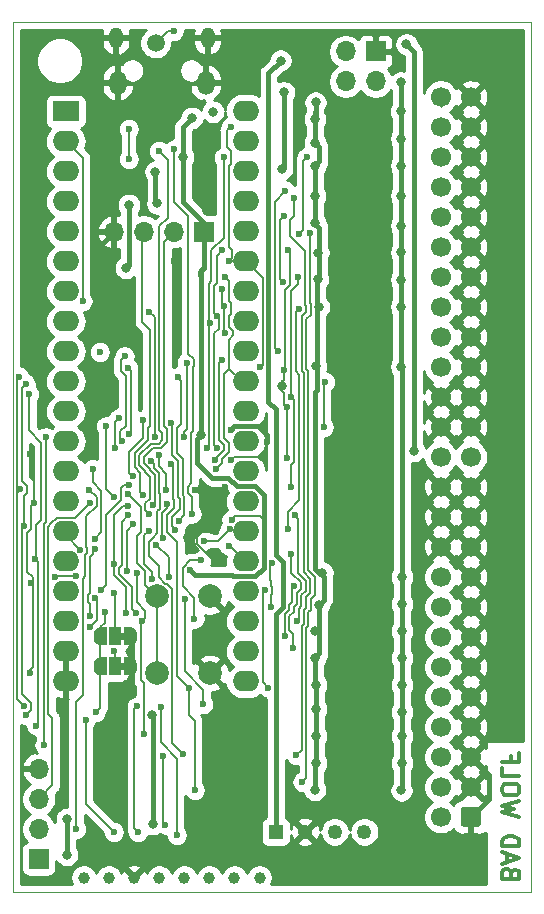
<source format=gbr>
%TF.GenerationSoftware,KiCad,Pcbnew,(5.1.7-0-10_14)*%
%TF.CreationDate,2021-05-27T20:48:50-05:00*%
%TF.ProjectId,bluepill_scsi,626c7565-7069-46c6-9c5f-736373692e6b,rev?*%
%TF.SameCoordinates,Original*%
%TF.FileFunction,Copper,L2,Bot*%
%TF.FilePolarity,Positive*%
%FSLAX46Y46*%
G04 Gerber Fmt 4.6, Leading zero omitted, Abs format (unit mm)*
G04 Created by KiCad (PCBNEW (5.1.7-0-10_14)) date 2021-05-27 20:48:50*
%MOMM*%
%LPD*%
G01*
G04 APERTURE LIST*
%TA.AperFunction,NonConductor*%
%ADD10C,0.300000*%
%TD*%
%TA.AperFunction,Profile*%
%ADD11C,0.050000*%
%TD*%
%TA.AperFunction,EtchedComponent*%
%ADD12C,0.150000*%
%TD*%
%TA.AperFunction,ComponentPad*%
%ADD13C,1.700000*%
%TD*%
%TA.AperFunction,ComponentPad*%
%ADD14C,1.000000*%
%TD*%
%TA.AperFunction,ComponentPad*%
%ADD15O,1.700000X1.700000*%
%TD*%
%TA.AperFunction,ComponentPad*%
%ADD16R,1.700000X1.700000*%
%TD*%
%TA.AperFunction,ComponentPad*%
%ADD17C,2.000000*%
%TD*%
%TA.AperFunction,SMDPad,CuDef*%
%ADD18C,0.150000*%
%TD*%
%TA.AperFunction,SMDPad,CuDef*%
%ADD19R,1.000000X1.500000*%
%TD*%
%TA.AperFunction,SMDPad,CuDef*%
%ADD20C,1.500000*%
%TD*%
%TA.AperFunction,ComponentPad*%
%ADD21O,1.150000X1.800000*%
%TD*%
%TA.AperFunction,ComponentPad*%
%ADD22O,1.450000X2.000000*%
%TD*%
%TA.AperFunction,ComponentPad*%
%ADD23O,2.250000X1.727200*%
%TD*%
%TA.AperFunction,ComponentPad*%
%ADD24R,2.250000X1.727200*%
%TD*%
%TA.AperFunction,ComponentPad*%
%ADD25R,1.250000X1.250000*%
%TD*%
%TA.AperFunction,ComponentPad*%
%ADD26C,1.250000*%
%TD*%
%TA.AperFunction,ViaPad*%
%ADD27C,0.600000*%
%TD*%
%TA.AperFunction,ViaPad*%
%ADD28C,0.800000*%
%TD*%
%TA.AperFunction,Conductor*%
%ADD29C,0.200000*%
%TD*%
%TA.AperFunction,Conductor*%
%ADD30C,0.400000*%
%TD*%
%TA.AperFunction,Conductor*%
%ADD31C,0.250000*%
%TD*%
%TA.AperFunction,Conductor*%
%ADD32C,0.254000*%
%TD*%
%TA.AperFunction,Conductor*%
%ADD33C,0.150000*%
%TD*%
G04 APERTURE END LIST*
D10*
X113264142Y-147625000D02*
X113192714Y-147410714D01*
X113121285Y-147339285D01*
X112978428Y-147267857D01*
X112764142Y-147267857D01*
X112621285Y-147339285D01*
X112549857Y-147410714D01*
X112478428Y-147553571D01*
X112478428Y-148125000D01*
X113978428Y-148125000D01*
X113978428Y-147625000D01*
X113907000Y-147482142D01*
X113835571Y-147410714D01*
X113692714Y-147339285D01*
X113549857Y-147339285D01*
X113407000Y-147410714D01*
X113335571Y-147482142D01*
X113264142Y-147625000D01*
X113264142Y-148125000D01*
X112907000Y-146696428D02*
X112907000Y-145982142D01*
X112478428Y-146839285D02*
X113978428Y-146339285D01*
X112478428Y-145839285D01*
X112478428Y-145339285D02*
X113978428Y-145339285D01*
X113978428Y-144982142D01*
X113907000Y-144767857D01*
X113764142Y-144625000D01*
X113621285Y-144553571D01*
X113335571Y-144482142D01*
X113121285Y-144482142D01*
X112835571Y-144553571D01*
X112692714Y-144625000D01*
X112549857Y-144767857D01*
X112478428Y-144982142D01*
X112478428Y-145339285D01*
X113978428Y-142839285D02*
X112478428Y-142482142D01*
X113549857Y-142196428D01*
X112478428Y-141910714D01*
X113978428Y-141553571D01*
X113978428Y-140696428D02*
X113978428Y-140410714D01*
X113907000Y-140267857D01*
X113764142Y-140125000D01*
X113478428Y-140053571D01*
X112978428Y-140053571D01*
X112692714Y-140125000D01*
X112549857Y-140267857D01*
X112478428Y-140410714D01*
X112478428Y-140696428D01*
X112549857Y-140839285D01*
X112692714Y-140982142D01*
X112978428Y-141053571D01*
X113478428Y-141053571D01*
X113764142Y-140982142D01*
X113907000Y-140839285D01*
X113978428Y-140696428D01*
X112478428Y-138696428D02*
X112478428Y-139410714D01*
X113978428Y-139410714D01*
X113264142Y-137696428D02*
X113264142Y-138196428D01*
X112478428Y-138196428D02*
X113978428Y-138196428D01*
X113978428Y-137482142D01*
D11*
X71755000Y-149225000D02*
X71120000Y-149225000D01*
X71120000Y-147955000D02*
X71120000Y-149225000D01*
X114935000Y-149225000D02*
X71755000Y-149225000D01*
X114935000Y-147955000D02*
X114935000Y-149225000D01*
X114935000Y-75565000D02*
X71120000Y-75565000D01*
X114935000Y-147955000D02*
X114935000Y-75565000D01*
X71120000Y-147955000D02*
X71120000Y-75565000D01*
D12*
%TO.C,JP4*%
G36*
X80668200Y-127269900D02*
G01*
X80168200Y-127269900D01*
X80168200Y-127869900D01*
X80668200Y-127869900D01*
X80668200Y-127269900D01*
G37*
%TO.C,JP3*%
G36*
X80668200Y-129824200D02*
G01*
X80168200Y-129824200D01*
X80168200Y-130424200D01*
X80668200Y-130424200D01*
X80668200Y-129824200D01*
G37*
%TD*%
D13*
%TO.P,J5,50*%
%TO.N,SCSI_IO*%
X107315000Y-81915000D03*
%TO.P,J5,48*%
%TO.N,SCSI_REQ*%
X107315000Y-84455000D03*
%TO.P,J5,46*%
%TO.N,SCSI_CD*%
X107315000Y-86995000D03*
%TO.P,J5,44*%
%TO.N,SCSI_SEL*%
X107315000Y-89535000D03*
%TO.P,J5,42*%
%TO.N,SCSI_MSG*%
X107315000Y-92075000D03*
%TO.P,J5,40*%
%TO.N,SCSI_RST*%
X107315000Y-94615000D03*
%TO.P,J5,38*%
%TO.N,SCSI_ACK*%
X107315000Y-97155000D03*
%TO.P,J5,36*%
%TO.N,SCSI_BSY*%
X107315000Y-99695000D03*
%TO.P,J5,34*%
%TO.N,N/C*%
X107315000Y-102235000D03*
%TO.P,J5,32*%
%TO.N,SCSI_ATN*%
X107315000Y-104775000D03*
%TO.P,J5,30*%
%TO.N,GND*%
X107315000Y-107315000D03*
%TO.P,J5,28*%
X107315000Y-109855000D03*
%TO.P,J5,26*%
%TO.N,/TERM_PWR*%
X107315000Y-112395000D03*
%TO.P,J5,24*%
%TO.N,GND*%
X107315000Y-114935000D03*
%TO.P,J5,22*%
X107315000Y-117475000D03*
%TO.P,J5,20*%
X107315000Y-120015000D03*
%TO.P,J5,18*%
%TO.N,SCSI_DATP*%
X107315000Y-122555000D03*
%TO.P,J5,16*%
%TO.N,SCSI_DAT7*%
X107315000Y-125095000D03*
%TO.P,J5,14*%
%TO.N,SCSI_DAT6*%
X107315000Y-127635000D03*
%TO.P,J5,12*%
%TO.N,SCSI_DAT5*%
X107315000Y-130175000D03*
%TO.P,J5,10*%
%TO.N,SCSI_DAT4*%
X107315000Y-132715000D03*
%TO.P,J5,8*%
%TO.N,SCSI_DAT3*%
X107315000Y-135255000D03*
%TO.P,J5,6*%
%TO.N,SCSI_DAT2*%
X107315000Y-137795000D03*
%TO.P,J5,4*%
%TO.N,SCSI_DAT1*%
X107315000Y-140335000D03*
%TO.P,J5,2*%
%TO.N,SCSI_DAT0*%
X107315000Y-142875000D03*
%TO.P,J5,49*%
%TO.N,GND*%
X109855000Y-81915000D03*
%TO.P,J5,47*%
X109855000Y-84455000D03*
%TO.P,J5,45*%
X109855000Y-86995000D03*
%TO.P,J5,43*%
X109855000Y-89535000D03*
%TO.P,J5,41*%
X109855000Y-92075000D03*
%TO.P,J5,39*%
X109855000Y-94615000D03*
%TO.P,J5,37*%
X109855000Y-97155000D03*
%TO.P,J5,35*%
X109855000Y-99695000D03*
%TO.P,J5,33*%
X109855000Y-102235000D03*
%TO.P,J5,31*%
X109855000Y-104775000D03*
%TO.P,J5,29*%
X109855000Y-107315000D03*
%TO.P,J5,27*%
X109855000Y-109855000D03*
%TO.P,J5,25*%
%TO.N,N/C*%
X109855000Y-112395000D03*
%TO.P,J5,23*%
%TO.N,GND*%
X109855000Y-114935000D03*
%TO.P,J5,21*%
X109855000Y-117475000D03*
%TO.P,J5,19*%
X109855000Y-120015000D03*
%TO.P,J5,17*%
X109855000Y-122555000D03*
%TO.P,J5,15*%
X109855000Y-125095000D03*
%TO.P,J5,13*%
X109855000Y-127635000D03*
%TO.P,J5,11*%
X109855000Y-130175000D03*
%TO.P,J5,9*%
X109855000Y-132715000D03*
%TO.P,J5,7*%
X109855000Y-135255000D03*
%TO.P,J5,5*%
X109855000Y-137795000D03*
%TO.P,J5,3*%
X109855000Y-140335000D03*
%TO.P,J5,1*%
%TA.AperFunction,ComponentPad*%
G36*
G01*
X110705000Y-142275000D02*
X110705000Y-143475000D01*
G75*
G02*
X110455000Y-143725000I-250000J0D01*
G01*
X109255000Y-143725000D01*
G75*
G02*
X109005000Y-143475000I0J250000D01*
G01*
X109005000Y-142275000D01*
G75*
G02*
X109255000Y-142025000I250000J0D01*
G01*
X110455000Y-142025000D01*
G75*
G02*
X110705000Y-142275000I0J-250000D01*
G01*
G37*
%TD.AperFunction*%
%TD*%
D14*
%TO.P,TP13,1*%
%TO.N,Net-(J6-Pad8)*%
X77089000Y-148005800D03*
%TD*%
%TO.P,TP12,1*%
%TO.N,SD_MISO*%
X79215342Y-148005800D03*
%TD*%
%TO.P,TP11,1*%
%TO.N,SD_CLK*%
X83468026Y-148005800D03*
%TD*%
%TO.P,TP10,1*%
%TO.N,SD_MOSI*%
X87720710Y-148005800D03*
%TD*%
%TO.P,TP9,1*%
%TO.N,SD_CS*%
X89847052Y-148005800D03*
%TD*%
%TO.P,TP8,1*%
%TO.N,Net-(J6-Pad1)*%
X91973400Y-148005800D03*
%TD*%
%TO.P,TP7,1*%
%TO.N,GND*%
X81341684Y-148005800D03*
%TD*%
%TO.P,TP6,1*%
%TO.N,+3V3*%
X85594368Y-148005800D03*
%TD*%
D15*
%TO.P,J1,4*%
%TO.N,Net-(J1-Pad4)*%
X99263200Y-80606900D03*
%TO.P,J1,3*%
%TO.N,VCC*%
X99263200Y-78066900D03*
%TO.P,J1,2*%
%TO.N,Net-(J1-Pad2)*%
X101803200Y-80606900D03*
D16*
%TO.P,J1,1*%
%TO.N,GND*%
X101803200Y-78066900D03*
%TD*%
D17*
%TO.P,SW1,1*%
%TO.N,GND*%
X87769700Y-130708400D03*
%TO.P,SW1,2*%
%TO.N,/Onboard Blue Pil/Reset*%
X83269700Y-130708400D03*
%TO.P,SW1,1*%
%TO.N,GND*%
X87769700Y-124208400D03*
%TO.P,SW1,2*%
%TO.N,/Onboard Blue Pil/Reset*%
X83269700Y-124208400D03*
%TD*%
%TA.AperFunction,SMDPad,CuDef*%
D18*
%TO.P,JP4,1*%
%TO.N,GND*%
G36*
X80518200Y-126819900D02*
G01*
X81068200Y-126819900D01*
X81068200Y-126820502D01*
X81092734Y-126820502D01*
X81141565Y-126825312D01*
X81189690Y-126834884D01*
X81236645Y-126849128D01*
X81281978Y-126867905D01*
X81325251Y-126891036D01*
X81366050Y-126918296D01*
X81403979Y-126949424D01*
X81438676Y-126984121D01*
X81469804Y-127022050D01*
X81497064Y-127062849D01*
X81520195Y-127106122D01*
X81538972Y-127151455D01*
X81553216Y-127198410D01*
X81562788Y-127246535D01*
X81567598Y-127295366D01*
X81567598Y-127319900D01*
X81568200Y-127319900D01*
X81568200Y-127819900D01*
X81567598Y-127819900D01*
X81567598Y-127844434D01*
X81562788Y-127893265D01*
X81553216Y-127941390D01*
X81538972Y-127988345D01*
X81520195Y-128033678D01*
X81497064Y-128076951D01*
X81469804Y-128117750D01*
X81438676Y-128155679D01*
X81403979Y-128190376D01*
X81366050Y-128221504D01*
X81325251Y-128248764D01*
X81281978Y-128271895D01*
X81236645Y-128290672D01*
X81189690Y-128304916D01*
X81141565Y-128314488D01*
X81092734Y-128319298D01*
X81068200Y-128319298D01*
X81068200Y-128319900D01*
X80518200Y-128319900D01*
X80518200Y-126819900D01*
G37*
%TD.AperFunction*%
D19*
%TO.P,JP4,2*%
%TO.N,Net-(JP4-Pad2)*%
X79768200Y-127569900D03*
%TA.AperFunction,SMDPad,CuDef*%
D18*
%TO.P,JP4,3*%
%TO.N,+3V3*%
G36*
X78468200Y-128319298D02*
G01*
X78443666Y-128319298D01*
X78394835Y-128314488D01*
X78346710Y-128304916D01*
X78299755Y-128290672D01*
X78254422Y-128271895D01*
X78211149Y-128248764D01*
X78170350Y-128221504D01*
X78132421Y-128190376D01*
X78097724Y-128155679D01*
X78066596Y-128117750D01*
X78039336Y-128076951D01*
X78016205Y-128033678D01*
X77997428Y-127988345D01*
X77983184Y-127941390D01*
X77973612Y-127893265D01*
X77968802Y-127844434D01*
X77968802Y-127819900D01*
X77968200Y-127819900D01*
X77968200Y-127319900D01*
X77968802Y-127319900D01*
X77968802Y-127295366D01*
X77973612Y-127246535D01*
X77983184Y-127198410D01*
X77997428Y-127151455D01*
X78016205Y-127106122D01*
X78039336Y-127062849D01*
X78066596Y-127022050D01*
X78097724Y-126984121D01*
X78132421Y-126949424D01*
X78170350Y-126918296D01*
X78211149Y-126891036D01*
X78254422Y-126867905D01*
X78299755Y-126849128D01*
X78346710Y-126834884D01*
X78394835Y-126825312D01*
X78443666Y-126820502D01*
X78468200Y-126820502D01*
X78468200Y-126819900D01*
X79018200Y-126819900D01*
X79018200Y-128319900D01*
X78468200Y-128319900D01*
X78468200Y-128319298D01*
G37*
%TD.AperFunction*%
%TD*%
%TA.AperFunction,SMDPad,CuDef*%
%TO.P,JP3,1*%
%TO.N,GND*%
G36*
X80518200Y-129374200D02*
G01*
X81068200Y-129374200D01*
X81068200Y-129374802D01*
X81092734Y-129374802D01*
X81141565Y-129379612D01*
X81189690Y-129389184D01*
X81236645Y-129403428D01*
X81281978Y-129422205D01*
X81325251Y-129445336D01*
X81366050Y-129472596D01*
X81403979Y-129503724D01*
X81438676Y-129538421D01*
X81469804Y-129576350D01*
X81497064Y-129617149D01*
X81520195Y-129660422D01*
X81538972Y-129705755D01*
X81553216Y-129752710D01*
X81562788Y-129800835D01*
X81567598Y-129849666D01*
X81567598Y-129874200D01*
X81568200Y-129874200D01*
X81568200Y-130374200D01*
X81567598Y-130374200D01*
X81567598Y-130398734D01*
X81562788Y-130447565D01*
X81553216Y-130495690D01*
X81538972Y-130542645D01*
X81520195Y-130587978D01*
X81497064Y-130631251D01*
X81469804Y-130672050D01*
X81438676Y-130709979D01*
X81403979Y-130744676D01*
X81366050Y-130775804D01*
X81325251Y-130803064D01*
X81281978Y-130826195D01*
X81236645Y-130844972D01*
X81189690Y-130859216D01*
X81141565Y-130868788D01*
X81092734Y-130873598D01*
X81068200Y-130873598D01*
X81068200Y-130874200D01*
X80518200Y-130874200D01*
X80518200Y-129374200D01*
G37*
%TD.AperFunction*%
D19*
%TO.P,JP3,2*%
%TO.N,Net-(JP3-Pad2)*%
X79768200Y-130124200D03*
%TA.AperFunction,SMDPad,CuDef*%
D18*
%TO.P,JP3,3*%
%TO.N,+3V3*%
G36*
X78468200Y-130873598D02*
G01*
X78443666Y-130873598D01*
X78394835Y-130868788D01*
X78346710Y-130859216D01*
X78299755Y-130844972D01*
X78254422Y-130826195D01*
X78211149Y-130803064D01*
X78170350Y-130775804D01*
X78132421Y-130744676D01*
X78097724Y-130709979D01*
X78066596Y-130672050D01*
X78039336Y-130631251D01*
X78016205Y-130587978D01*
X77997428Y-130542645D01*
X77983184Y-130495690D01*
X77973612Y-130447565D01*
X77968802Y-130398734D01*
X77968802Y-130374200D01*
X77968200Y-130374200D01*
X77968200Y-129874200D01*
X77968802Y-129874200D01*
X77968802Y-129849666D01*
X77973612Y-129800835D01*
X77983184Y-129752710D01*
X77997428Y-129705755D01*
X78016205Y-129660422D01*
X78039336Y-129617149D01*
X78066596Y-129576350D01*
X78097724Y-129538421D01*
X78132421Y-129503724D01*
X78170350Y-129472596D01*
X78211149Y-129445336D01*
X78254422Y-129422205D01*
X78299755Y-129403428D01*
X78346710Y-129389184D01*
X78394835Y-129379612D01*
X78443666Y-129374802D01*
X78468200Y-129374802D01*
X78468200Y-129374200D01*
X79018200Y-129374200D01*
X79018200Y-130874200D01*
X78468200Y-130874200D01*
X78468200Y-130873598D01*
G37*
%TD.AperFunction*%
%TD*%
D20*
%TO.P,TP1,1*%
%TO.N,Net-(J3-Pad4)*%
X83185000Y-77343000D03*
%TD*%
D15*
%TO.P,J8,4*%
%TO.N,GND*%
X73279000Y-138811000D03*
%TO.P,J8,3*%
%TO.N,USART2_TxD*%
X73279000Y-141351000D03*
%TO.P,J8,2*%
%TO.N,USART2_RxD*%
X73279000Y-143891000D03*
D16*
%TO.P,J8,1*%
%TO.N,+3V3*%
X73279000Y-146431000D03*
%TD*%
D15*
%TO.P,J2,4*%
%TO.N,GND*%
X79629000Y-93345000D03*
%TO.P,J2,3*%
%TO.N,/Onboard Blue Pil/SWCLK*%
X82169000Y-93345000D03*
%TO.P,J2,2*%
%TO.N,/Onboard Blue Pil/SWDIO*%
X84709000Y-93345000D03*
D16*
%TO.P,J2,1*%
%TO.N,+3V3*%
X87249000Y-93345000D03*
%TD*%
D21*
%TO.P,J3,6*%
%TO.N,GND*%
X79818000Y-76917000D03*
X87568000Y-76917000D03*
D22*
X79968000Y-80717000D03*
X87418000Y-80717000D03*
%TD*%
D23*
%TO.P,U3,40*%
%TO.N,+3V3*%
X90805000Y-83083400D03*
%TO.P,U3,39*%
%TO.N,GND*%
X90805000Y-85674200D03*
%TO.P,U3,38*%
%TO.N,VCC*%
X90805000Y-88214200D03*
%TO.P,U3,37*%
%TO.N,SCSI_DAT1*%
X90805000Y-90754200D03*
%TO.P,U3,36*%
%TO.N,SCSI_DAT0*%
X90805000Y-93294200D03*
%TO.P,U3,35*%
%TO.N,SCSI_IO*%
X90805000Y-95834200D03*
%TO.P,U3,34*%
%TO.N,SCSI_REQ*%
X90805000Y-98374200D03*
%TO.P,U3,33*%
%TO.N,SCSI_CD*%
X90805000Y-100914200D03*
%TO.P,U3,32*%
%TO.N,SCSI_SEL*%
X90805000Y-103454200D03*
%TO.P,U3,31*%
%TO.N,SCSI_MSG*%
X90805000Y-105994200D03*
%TO.P,U3,30*%
%TO.N,SCSI_RST*%
X90805000Y-108534200D03*
%TO.P,U3,29*%
%TO.N,N/C*%
X90805000Y-111074200D03*
%TO.P,U3,28*%
X90805000Y-113614200D03*
%TO.P,U3,27*%
%TO.N,SCSI_ACK*%
X90805000Y-116154200D03*
%TO.P,U3,26*%
%TO.N,SCSI_BSY*%
X90805000Y-118694200D03*
%TO.P,U3,25*%
%TO.N,SCSI_ATN*%
X90805000Y-121234200D03*
%TO.P,U3,24*%
%TO.N,SCSI_DAT7*%
X90805000Y-123774200D03*
%TO.P,U3,23*%
%TO.N,SCSI_DAT6*%
X90805000Y-126314200D03*
%TO.P,U3,22*%
%TO.N,SCSI_DAT5*%
X90805000Y-128854200D03*
%TO.P,U3,21*%
%TO.N,SCSI_DAT4*%
X90805000Y-131394200D03*
%TO.P,U3,20*%
%TO.N,GND*%
X75565000Y-131394200D03*
%TO.P,U3,19*%
X75565000Y-128854200D03*
%TO.P,U3,18*%
%TO.N,+3V3*%
X75565000Y-126314200D03*
%TO.P,U3,17*%
%TO.N,N/C*%
X75565000Y-123774200D03*
%TO.P,U3,16*%
%TO.N,SCSI_DAT3*%
X75565000Y-121234200D03*
%TO.P,U3,15*%
%TO.N,SCSI_DAT2*%
X75565000Y-118694200D03*
%TO.P,U3,14*%
%TO.N,N/C*%
X75565000Y-116154200D03*
%TO.P,U3,13*%
%TO.N,SCSI_DATP*%
X75565000Y-113614200D03*
%TO.P,U3,12*%
%TO.N,SD_MOSI*%
X75565000Y-111074200D03*
%TO.P,U3,11*%
%TO.N,SD_MISO*%
X75565000Y-108534200D03*
%TO.P,U3,10*%
%TO.N,SD_CLK*%
X75565000Y-105994200D03*
%TO.P,U3,9*%
%TO.N,SD_CS*%
X75565000Y-103454200D03*
%TO.P,U3,8*%
%TO.N,N/C*%
X75565000Y-100914200D03*
%TO.P,U3,7*%
X75565000Y-98374200D03*
%TO.P,U3,6*%
X75565000Y-95834200D03*
%TO.P,U3,5*%
X75565000Y-93294200D03*
%TO.P,U3,4*%
X75565000Y-90754200D03*
%TO.P,U3,3*%
X75565000Y-88214200D03*
%TO.P,U3,2*%
%TO.N,DBG_LED*%
X75565000Y-85674200D03*
D24*
%TO.P,U3,1*%
%TO.N,N/C*%
X75565000Y-83134200D03*
%TD*%
D25*
%TO.P,J4,1*%
%TO.N,/BERG_5V*%
X93345000Y-144145000D03*
D26*
%TO.P,J4,2*%
%TO.N,GND*%
X95845000Y-144145000D03*
%TO.P,J4,3*%
%TO.N,N/C*%
X98345000Y-144145000D03*
%TO.P,J4,4*%
X100845000Y-144145000D03*
%TD*%
D27*
%TO.N,GND*%
X78613000Y-101219000D03*
X89535000Y-110109000D03*
X72517000Y-112141000D03*
X72517000Y-130683000D03*
X84086956Y-115189000D03*
X88265000Y-118745000D03*
X86500771Y-115175229D03*
X89059856Y-114907441D03*
X89551275Y-112678947D03*
X88773000Y-121285000D03*
X76422732Y-122509100D03*
D28*
X87503000Y-91567000D03*
D27*
X100203000Y-89027000D03*
X100457000Y-91567000D03*
X100457000Y-84201000D03*
X100457000Y-96139000D03*
X92581490Y-111125000D03*
X83473878Y-112269542D03*
X77571600Y-108800900D03*
X72901279Y-116313698D03*
X72583779Y-123063000D03*
X74685412Y-122558767D03*
X84886800Y-98742500D03*
X84709000Y-95834200D03*
X80429100Y-132041900D03*
X81068200Y-128799300D03*
X72834500Y-99072700D03*
X72758300Y-92798900D03*
X73494900Y-109118400D03*
X72796400Y-104267000D03*
X91122500Y-136271000D03*
X79197200Y-136690100D03*
X91033600Y-133934200D03*
X79159100Y-138849100D03*
X80073500Y-142455900D03*
X96012000Y-78486000D03*
X88938100Y-99656900D03*
X89050025Y-101914755D03*
X88779980Y-98209100D03*
X78359000Y-95732600D03*
%TO.N,+3V3*%
X89601629Y-117706376D03*
D28*
X87034955Y-110544186D03*
X86233000Y-83693000D03*
X85471000Y-86995000D03*
D27*
X86126092Y-121986451D03*
D28*
X88011000Y-83185000D03*
X75653900Y-146088100D03*
X75653900Y-143065500D03*
D27*
X78876866Y-125523932D03*
D28*
X82875729Y-134224624D03*
D27*
X80824620Y-116552986D03*
D28*
X82931000Y-143486110D03*
D27*
X87034955Y-96937245D03*
X78103929Y-133986432D03*
X79618713Y-121425111D03*
X80628237Y-125634615D03*
D28*
%TO.N,VCC*%
X80899000Y-91059000D03*
X80645000Y-96393000D03*
X83154998Y-88265000D03*
X83312000Y-90932000D03*
X94030800Y-81521300D03*
X93853000Y-88009705D03*
%TO.N,/TERM_PWR*%
X105029000Y-111887000D03*
X104407018Y-77456982D03*
D27*
%TO.N,DBG_LED*%
X76996990Y-99187000D03*
X82653358Y-100088978D03*
X83145082Y-110669519D03*
%TO.N,SD_MISO*%
X79629000Y-144145000D03*
X77238888Y-134707080D03*
X73059990Y-135142558D03*
X72920290Y-121027675D03*
X72445031Y-107048300D03*
%TO.N,SD_CLK*%
X81661000Y-144145000D03*
X72212838Y-134250608D03*
X81575718Y-133511990D03*
X72045020Y-118237000D03*
X72167302Y-106213997D03*
%TO.N,SD_CS*%
X84963000Y-144399000D03*
X78451010Y-103505000D03*
X72009000Y-133477000D03*
X83586985Y-133569010D03*
X71719290Y-115138166D03*
X71645000Y-105608010D03*
%TO.N,SCSI_IO*%
X89373010Y-95821089D03*
X85562539Y-110669704D03*
X92014967Y-104786836D03*
X89535000Y-84455000D03*
%TO.N,SCSI_REQ*%
X87522784Y-111604217D03*
X88934990Y-87038272D03*
X87778919Y-101049873D03*
%TO.N,SCSI_CD*%
X88339668Y-111615667D03*
X95982663Y-87024261D03*
X95343152Y-93500292D03*
X88338090Y-100477732D03*
X88793273Y-94889273D03*
%TO.N,SCSI_SEL*%
X88793175Y-104220989D03*
X88229178Y-112634288D03*
X93548200Y-103454200D03*
X94160440Y-89866012D03*
%TO.N,SCSI_MSG*%
X89027000Y-97155000D03*
X88280979Y-113452141D03*
X93945010Y-97561967D03*
X94006975Y-92013010D03*
D28*
%TO.N,SCSI_RST*%
X93914990Y-106416918D03*
D27*
X94299010Y-112501207D03*
X94254956Y-108197564D03*
X94014990Y-105033499D03*
X94361000Y-94869000D03*
%TO.N,SCSI_ACK*%
X85037175Y-105639345D03*
X85131052Y-117821010D03*
X94615000Y-114935000D03*
X94654967Y-107315000D03*
X95215010Y-97171019D03*
%TO.N,SCSI_BSY*%
X94365800Y-118491000D03*
X89476311Y-118496506D03*
X87280994Y-119487534D03*
X95289786Y-99890254D03*
%TO.N,SCSI_ATN*%
X84812130Y-118561945D03*
X89370488Y-119913169D03*
X84488972Y-109480484D03*
X97409000Y-109855000D03*
X97523052Y-106045000D03*
%TO.N,SCSI_DATP*%
X77851000Y-113411000D03*
X92964000Y-125107700D03*
X93030020Y-121335800D03*
X80847951Y-117352657D03*
X78066900Y-119303800D03*
X81508600Y-125602998D03*
%TO.N,SCSI_DAT7*%
X87037526Y-121160070D03*
X86464919Y-126086290D03*
X94095810Y-127557629D03*
X94869579Y-123313292D03*
%TO.N,SCSI_DAT6*%
X83789838Y-119265407D03*
X94965810Y-117317810D03*
X84170835Y-116389011D03*
X95107021Y-126259909D03*
%TO.N,SCSI_DAT5*%
X94654975Y-120576780D03*
X94845032Y-128548782D03*
%TO.N,SCSI_DAT4*%
X92695790Y-131939041D03*
X92444228Y-123677651D03*
X84293983Y-122526932D03*
X83235345Y-119842198D03*
%TO.N,SCSI_DAT3*%
X82575400Y-118643400D03*
X82880200Y-122745500D03*
X85623400Y-124383800D03*
X87223600Y-133337300D03*
%TO.N,SCSI_DAT2*%
X82219800Y-135851900D03*
X81557000Y-122231802D03*
X77590020Y-125899220D03*
X78003400Y-120151280D03*
X76768915Y-120245821D03*
X82012858Y-126294669D03*
%TO.N,SCSI_DAT1*%
X85471000Y-137541000D03*
X94869000Y-90466022D03*
X95074879Y-137651802D03*
X82806464Y-112710630D03*
%TO.N,SCSI_DAT0*%
X85979000Y-131953000D03*
X84448446Y-112992388D03*
X86487000Y-140589000D03*
X95598910Y-139909770D03*
X96259185Y-93430790D03*
%TO.N,/Onboard Blue Pil/Reset*%
X80838559Y-115543116D03*
%TO.N,/Onboard Blue Pil/PC14*%
X80899000Y-110455010D03*
X80848200Y-104889300D03*
%TO.N,/Onboard Blue Pil/PC15*%
X80336147Y-111062780D03*
X80553294Y-103866226D03*
%TO.N,GND*%
X81661000Y-103847900D03*
X85013800Y-103889002D03*
%TO.N,SCSI_IO*%
X85806428Y-104402136D03*
%TO.N,/Onboard Blue Pil/OSCIN*%
X79771683Y-111629702D03*
X80047210Y-109131145D03*
%TO.N,/Onboard Blue Pil/OSCOUT*%
X82088927Y-109289949D03*
X81256943Y-114029057D03*
%TO.N,/Onboard Blue Pil/SWCLK*%
X82086923Y-115595545D03*
%TO.N,/Onboard Blue Pil/SWDIO*%
X82970823Y-116480795D03*
%TO.N,/Onboard Blue Pil/BOOT_0*%
X80901053Y-114745549D03*
X78511400Y-123698000D03*
%TO.N,/Onboard Blue Pil/BOOT_1*%
X81280000Y-118097300D03*
X80708500Y-122059700D03*
%TO.N,/Onboard Blue Pil/USB_Data_+*%
X86232652Y-117211757D03*
X84770990Y-86358596D03*
X80899000Y-87185500D03*
X80899000Y-84632800D03*
%TO.N,/Onboard Blue Pil/USB_Data_-*%
X83439000Y-86487000D03*
X82616689Y-117198157D03*
%TO.N,USART2_TxD*%
X77590020Y-116292446D03*
%TO.N,USART2_RxD*%
X76430110Y-143891000D03*
X77555868Y-115188652D03*
%TO.N,Net-(J3-Pad4)*%
X84709000Y-76327000D03*
D28*
%TO.N,/BERG_5V*%
X93764100Y-78841600D03*
D27*
%TO.N,SD_MOSI*%
X79616300Y-115773200D03*
X78955900Y-109791500D03*
X73901300Y-110718600D03*
X73761600Y-136804400D03*
X83832700Y-137706100D03*
X83972400Y-143522700D03*
%TO.N,Net-(JP3-Pad2)*%
X79641700Y-128854200D03*
X78065950Y-124362525D03*
X77601876Y-126812610D03*
%TO.N,Net-(JP4-Pad2)*%
X79675059Y-123951185D03*
D28*
%TO.N,Net-(J1-Pad2)*%
X104013000Y-138303000D03*
X104013000Y-136017000D03*
X104013000Y-133985000D03*
X104013000Y-131699000D03*
X104013000Y-129413000D03*
X104013000Y-127127000D03*
X104013000Y-124841000D03*
X104013000Y-122555000D03*
X103974990Y-92837000D03*
X103974990Y-90297000D03*
X103974990Y-85471000D03*
X103974990Y-99695000D03*
X103974990Y-87757000D03*
X103974990Y-97409000D03*
X103974990Y-104775000D03*
X103935287Y-83146990D03*
X103973144Y-95084990D03*
X103982101Y-140619899D03*
%TO.N,Net-(J1-Pad4)*%
X96647000Y-129413000D03*
X96647000Y-87757000D03*
X96647000Y-90297000D03*
X96647000Y-92583000D03*
X96755009Y-133731000D03*
X96755009Y-131699000D03*
X96755009Y-136017000D03*
X96755009Y-138303000D03*
X96732209Y-104713144D03*
X96989809Y-99695000D03*
X96915033Y-97355530D03*
X96959195Y-95107423D03*
X96662856Y-127139132D03*
X97286543Y-122197445D03*
X97013375Y-124892038D03*
X96647000Y-140589000D03*
X96647000Y-83779727D03*
X96647000Y-85779749D03*
X96716550Y-82379716D03*
%TO.N,Net-(J1-Pad2)*%
X103936800Y-80683100D03*
%TD*%
D29*
%TO.N,GND*%
X72517000Y-130429000D02*
X72517000Y-130683000D01*
X72771000Y-130175000D02*
X72517000Y-130429000D01*
X72771000Y-122555000D02*
X72771000Y-130175000D01*
X88265000Y-118745000D02*
X88265000Y-116967000D01*
X88265000Y-116967000D02*
X89027000Y-116205000D01*
X88983274Y-115487229D02*
X88671274Y-115175229D01*
X88983274Y-115907274D02*
X88983274Y-115487229D01*
X89027000Y-115951000D02*
X88983274Y-115907274D01*
X89027000Y-116205000D02*
X89027000Y-115951000D01*
X88505229Y-115175229D02*
X88792068Y-115175229D01*
X88792068Y-115175229D02*
X89059856Y-114907441D01*
X88505229Y-115175229D02*
X86500771Y-115175229D01*
X88671274Y-115175229D02*
X88505229Y-115175229D01*
X86680993Y-119775535D02*
X86680993Y-119199533D01*
X87135526Y-118745000D02*
X88265000Y-118745000D01*
X88190458Y-121285000D02*
X86680993Y-119775535D01*
X86680993Y-119199533D02*
X87135526Y-118745000D01*
X88773000Y-121285000D02*
X88190458Y-121285000D01*
D30*
X78359000Y-100965000D02*
X78613000Y-101219000D01*
X78359000Y-94615000D02*
X78359000Y-95732600D01*
X79629000Y-93345000D02*
X78359000Y-94615000D01*
X109855000Y-137795000D02*
X111379000Y-139319000D01*
X111379000Y-141351000D02*
X109855000Y-142875000D01*
X111379000Y-139319000D02*
X111379000Y-141351000D01*
X92581490Y-110535636D02*
X92581490Y-111125000D01*
D29*
X89851274Y-112378948D02*
X91802606Y-112378948D01*
X89551275Y-112678947D02*
X89851274Y-112378948D01*
D30*
X89834999Y-109809001D02*
X91854855Y-109809001D01*
X91854855Y-109809001D02*
X92581490Y-110535636D01*
D29*
X92581490Y-111600064D02*
X92581490Y-111125000D01*
D30*
X89535000Y-110109000D02*
X89834999Y-109809001D01*
D29*
X91802606Y-112378948D02*
X92581490Y-111600064D01*
X83473878Y-113191879D02*
X83473878Y-112269542D01*
X84086956Y-115189000D02*
X84086956Y-113804957D01*
X84086956Y-113804957D02*
X83473878Y-113191879D01*
X72645022Y-116569955D02*
X72901279Y-116313698D01*
X72320288Y-118849736D02*
X72645022Y-118525002D01*
X72771000Y-122555000D02*
X72771000Y-122875779D01*
X72771000Y-122555000D02*
X72320288Y-122104288D01*
X72645022Y-118525002D02*
X72645022Y-116569955D01*
X72901279Y-112525279D02*
X72901279Y-116313698D01*
X72771000Y-122875779D02*
X72583779Y-123063000D01*
X76422732Y-122509100D02*
X74735079Y-122509100D01*
X72320288Y-122104288D02*
X72320288Y-118849736D01*
X72517000Y-112141000D02*
X72901279Y-112525279D01*
X74735079Y-122509100D02*
X74685412Y-122558767D01*
D30*
X84886800Y-96012000D02*
X84709000Y-95834200D01*
X84886800Y-98742500D02*
X84886800Y-96012000D01*
X81068200Y-128799300D02*
X81068200Y-127569900D01*
X81068200Y-130124200D02*
X81068200Y-128799300D01*
D29*
X88938100Y-99656900D02*
X88938100Y-101625400D01*
X89050025Y-101737325D02*
X89050025Y-101914755D01*
X88938100Y-101625400D02*
X89050025Y-101737325D01*
X88779980Y-99498780D02*
X88938100Y-99656900D01*
X88779980Y-98209100D02*
X88779980Y-99498780D01*
D30*
X78359000Y-95732600D02*
X78359000Y-100965000D01*
%TO.N,+3V3*%
X87249000Y-93345000D02*
X87249000Y-96393000D01*
D29*
X92008397Y-117406377D02*
X92330010Y-117727990D01*
X89901628Y-117406377D02*
X92008397Y-117406377D01*
X89601629Y-117706376D02*
X89901628Y-117406377D01*
D30*
X87249000Y-96393000D02*
X87034955Y-96607045D01*
X87982257Y-114199135D02*
X86662551Y-112879429D01*
X86662551Y-110916590D02*
X87034955Y-110544186D01*
X89341521Y-114199135D02*
X87982257Y-114199135D01*
X92330010Y-117727990D02*
X92330010Y-115630796D01*
X86662551Y-112879429D02*
X86662551Y-110916590D01*
X90032976Y-114890590D02*
X89341521Y-114199135D01*
X91589804Y-114890590D02*
X90032976Y-114890590D01*
X92330010Y-115630796D02*
X91589804Y-114890590D01*
X87249000Y-93345000D02*
X87249000Y-92583000D01*
X85471000Y-90805000D02*
X85471000Y-86995000D01*
X87249000Y-92583000D02*
X85471000Y-90805000D01*
X85471000Y-84455000D02*
X86233000Y-83693000D01*
X85471000Y-86995000D02*
X85471000Y-84455000D01*
X89617002Y-122362998D02*
X86502639Y-122362998D01*
X86502639Y-122362998D02*
X86126092Y-121986451D01*
X75653900Y-146088100D02*
X75653900Y-143065500D01*
D29*
X78468200Y-130124200D02*
X78468200Y-127569900D01*
X78876866Y-126413642D02*
X78876866Y-125523932D01*
X78468200Y-126822308D02*
X78876866Y-126413642D01*
X78468200Y-127569900D02*
X78468200Y-126822308D01*
D30*
X89751814Y-122497810D02*
X91589804Y-122497810D01*
X91589804Y-122497810D02*
X92330010Y-121757604D01*
X92330010Y-121757604D02*
X92330010Y-117727990D01*
X89617002Y-122362998D02*
X89751814Y-122497810D01*
X82931000Y-134279895D02*
X82931000Y-143486110D01*
X82875729Y-134224624D02*
X82931000Y-134279895D01*
X87034955Y-96937245D02*
X87034955Y-110544186D01*
X87034955Y-96607045D02*
X87034955Y-96937245D01*
D29*
X78468200Y-130124200D02*
X78469939Y-130125939D01*
X78469939Y-133620422D02*
X78103929Y-133986432D01*
X78469939Y-130125939D02*
X78469939Y-133620422D01*
X79618713Y-122423615D02*
X80628237Y-123433139D01*
X80824620Y-116552986D02*
X80400356Y-116552986D01*
X80400356Y-116552986D02*
X79618713Y-117334629D01*
X79618713Y-121425111D02*
X79618713Y-122423615D01*
X79618713Y-117334629D02*
X79618713Y-121425111D01*
X80628237Y-123433139D02*
X80628237Y-125634615D01*
D30*
%TO.N,VCC*%
X80899000Y-96139000D02*
X80645000Y-96393000D01*
X80899000Y-91059000D02*
X80899000Y-96139000D01*
X83154998Y-90774998D02*
X83312000Y-90932000D01*
X83154998Y-88265000D02*
X83154998Y-90774998D01*
X94030800Y-87831905D02*
X93853000Y-88009705D01*
X94030800Y-81521300D02*
X94030800Y-87831905D01*
%TO.N,/TERM_PWR*%
X105029000Y-111887000D02*
X105029000Y-78078964D01*
X105029000Y-78078964D02*
X104407018Y-77456982D01*
D29*
%TO.N,DBG_LED*%
X75565000Y-85674200D02*
X76996990Y-87106190D01*
X76996990Y-87106190D02*
X76996990Y-99187000D01*
X82653358Y-100088978D02*
X83088948Y-100524568D01*
X83088948Y-110613385D02*
X83145082Y-110669519D01*
X83088948Y-100524568D02*
X83088948Y-110613385D01*
%TO.N,SD_MISO*%
X77238888Y-141754888D02*
X77238888Y-134707080D01*
X79629000Y-144145000D02*
X77238888Y-141754888D01*
X73220289Y-121327674D02*
X73220289Y-134982259D01*
X73220289Y-134982259D02*
X73059990Y-135142558D01*
X72445031Y-108839000D02*
X72445031Y-110150333D01*
X72920290Y-121027675D02*
X73220289Y-121327674D01*
X73045033Y-118175774D02*
X73045033Y-120902932D01*
X73045033Y-120902932D02*
X72920290Y-121027675D01*
X73501289Y-111206591D02*
X73501289Y-117719518D01*
X73501289Y-117719518D02*
X73045033Y-118175774D01*
X72445031Y-110150333D02*
X73501289Y-111206591D01*
X72445031Y-107048300D02*
X72445031Y-110150333D01*
%TO.N,SD_CLK*%
X81661000Y-144145000D02*
X81361001Y-143845001D01*
X81361001Y-133726707D02*
X81575718Y-133511990D01*
X81361001Y-143845001D02*
X81361001Y-133726707D01*
X71845021Y-118436999D02*
X72045020Y-118237000D01*
X72212838Y-134250608D02*
X72609001Y-133854445D01*
X71845021Y-132425019D02*
X71845021Y-118436999D01*
X72609001Y-133188999D02*
X71845021Y-132425019D01*
X72609001Y-133854445D02*
X72609001Y-133188999D01*
X72045020Y-118237000D02*
X72045020Y-115700438D01*
X72045020Y-115700438D02*
X72319291Y-115426167D01*
X72319291Y-115426167D02*
X72319291Y-114865289D01*
X71845021Y-114391019D02*
X71845021Y-106536278D01*
X72319291Y-114865289D02*
X71845021Y-114391019D01*
X71845021Y-106536278D02*
X72167302Y-106213997D01*
%TO.N,SD_CS*%
X71445010Y-115412446D02*
X71719290Y-115138166D01*
X71445010Y-116006990D02*
X71445010Y-115412446D01*
X71445010Y-132913010D02*
X71445010Y-116006990D01*
X72009000Y-133477000D02*
X71445010Y-132913010D01*
X83586985Y-136572383D02*
X83586985Y-133569010D01*
X84963000Y-137948398D02*
X83586985Y-136572383D01*
X84963000Y-144399000D02*
X84963000Y-137948398D01*
X71445010Y-105694590D02*
X71445010Y-116006990D01*
X71531590Y-105608010D02*
X71445010Y-105694590D01*
X71645000Y-105608010D02*
X71531590Y-105608010D01*
D31*
%TO.N,SCSI_IO*%
X107315000Y-82715998D02*
X107315000Y-81915000D01*
D29*
X89373010Y-95821089D02*
X90158882Y-95821089D01*
X90805000Y-95834200D02*
X92230007Y-97259207D01*
X92230007Y-104571796D02*
X92014967Y-104786836D01*
X92230007Y-97259207D02*
X92230007Y-104571796D01*
X89379990Y-94587986D02*
X89379990Y-87732217D01*
X89535000Y-87577207D02*
X89535000Y-86487000D01*
X89673009Y-95521090D02*
X89673009Y-94881005D01*
X89235001Y-86187001D02*
X89235001Y-84754999D01*
X89535000Y-86487000D02*
X89235001Y-86187001D01*
X89673009Y-94881005D02*
X89379990Y-94587986D01*
X89379990Y-87732217D02*
X89535000Y-87577207D01*
X89373010Y-95821089D02*
X89673009Y-95521090D01*
X89235001Y-84754999D02*
X89535000Y-84455000D01*
D31*
%TO.N,SCSI_REQ*%
X107315000Y-84850002D02*
X107315000Y-84455000D01*
D29*
X87734965Y-111392036D02*
X87734965Y-101093827D01*
X87522784Y-111604217D02*
X87734965Y-111392036D01*
X87734965Y-101093827D02*
X87778919Y-101049873D01*
X87887955Y-97513443D02*
X87684088Y-97717310D01*
X87684088Y-97717310D02*
X87684088Y-100955042D01*
X87887955Y-94866043D02*
X87887955Y-97513443D01*
X87684088Y-100955042D02*
X87778919Y-101049873D01*
X88934990Y-93819008D02*
X87887955Y-94866043D01*
X88934990Y-87038272D02*
X88934990Y-93819008D01*
%TO.N,SCSI_CD*%
X95982663Y-87024261D02*
X95682664Y-87324260D01*
X95682664Y-87324260D02*
X95682664Y-93160780D01*
X95682664Y-93160780D02*
X95343152Y-93500292D01*
X88538089Y-101538687D02*
X88538089Y-100677731D01*
X88339668Y-111615667D02*
X88134976Y-111410975D01*
X88134976Y-111410975D02*
X88134976Y-101941800D01*
X88538089Y-100677731D02*
X88338090Y-100477732D01*
X88134976Y-101941800D02*
X88538089Y-101538687D01*
X88338090Y-95344456D02*
X88793273Y-94889273D01*
X88084099Y-97882999D02*
X88338090Y-97629008D01*
X88084099Y-100223741D02*
X88084099Y-97882999D01*
X88338090Y-97629008D02*
X88338090Y-95344456D01*
X88338090Y-100477732D02*
X88084099Y-100223741D01*
%TO.N,SCSI_SEL*%
X88793175Y-104220989D02*
X88534987Y-104479177D01*
X88229178Y-112574700D02*
X88229178Y-112634288D01*
X88957011Y-111344999D02*
X88957011Y-111846867D01*
X88534987Y-104479177D02*
X88534987Y-110922975D01*
X88534987Y-110922975D02*
X88957011Y-111344999D01*
X88957011Y-111846867D02*
X88229178Y-112574700D01*
X93548200Y-103454200D02*
X93248201Y-103154201D01*
X93248201Y-103154201D02*
X93248201Y-90778251D01*
X93248201Y-90778251D02*
X94160440Y-89866012D01*
%TO.N,SCSI_MSG*%
X90454044Y-105994200D02*
X89393176Y-104933332D01*
X90805000Y-105994200D02*
X90454044Y-105994200D01*
X88934998Y-110757286D02*
X89357022Y-111179310D01*
X89357022Y-112012556D02*
X88829189Y-112540389D01*
X89357022Y-111179310D02*
X89357022Y-112012556D01*
X89393176Y-104933332D02*
X88934998Y-105391510D01*
X88829189Y-112540389D02*
X88829189Y-112903931D01*
X88934998Y-105391510D02*
X88934998Y-110757286D01*
X88829189Y-112903931D02*
X88280979Y-113452141D01*
X93945010Y-97561967D02*
X93706976Y-97323933D01*
X93706976Y-97323933D02*
X93706976Y-92313009D01*
X93706976Y-92313009D02*
X94006975Y-92013010D01*
X89393176Y-103953294D02*
X89393176Y-104933332D01*
X89027000Y-97155000D02*
X89379990Y-97507990D01*
X89379990Y-99210788D02*
X89538101Y-99368899D01*
X89379990Y-101396183D02*
X89728602Y-101744795D01*
X89379990Y-97507990D02*
X89379990Y-99210788D01*
X89728602Y-101744795D02*
X89728602Y-102103902D01*
X89379971Y-102452533D02*
X89379971Y-103940089D01*
X89538101Y-99368899D02*
X89538101Y-100274106D01*
X89538101Y-100274106D02*
X89379990Y-100432217D01*
X89728602Y-102103902D02*
X89379971Y-102452533D01*
X89379990Y-100432217D02*
X89379990Y-101396183D01*
X89379971Y-103940089D02*
X89393176Y-103953294D01*
%TO.N,SCSI_RST*%
X94299010Y-112501207D02*
X94299010Y-108241618D01*
X94299010Y-108241618D02*
X94254956Y-108197564D01*
X93804952Y-106752919D02*
X93804952Y-106080917D01*
X93804952Y-106080917D02*
X94014990Y-105870879D01*
X94254956Y-108197564D02*
X94054965Y-107997573D01*
X94054965Y-107002932D02*
X93804952Y-106752919D01*
X94054965Y-107997573D02*
X94054965Y-107002932D01*
X94014990Y-105870879D02*
X94014990Y-105033499D01*
X94148202Y-104900287D02*
X94014990Y-105033499D01*
X94148202Y-98246779D02*
X94148202Y-104900287D01*
X94545012Y-97849969D02*
X94148202Y-98246779D01*
X94545012Y-95053012D02*
X94545012Y-97849969D01*
X94361000Y-94869000D02*
X94545012Y-95053012D01*
%TO.N,SCSI_ACK*%
X85037175Y-105639345D02*
X85337174Y-105939344D01*
X85337174Y-105939344D02*
X85337174Y-109585824D01*
X85486988Y-112576641D02*
X85486988Y-115642690D01*
X85486988Y-115642690D02*
X85601024Y-115756726D01*
X85601024Y-115756726D02*
X85601024Y-117351038D01*
X84945117Y-112034770D02*
X85486988Y-112576641D01*
X84945117Y-109977881D02*
X84945117Y-112034770D01*
X85601024Y-117351038D02*
X85131052Y-117821010D01*
X85337174Y-109585824D02*
X84945117Y-109977881D01*
X90805000Y-116154200D02*
X90354189Y-116605011D01*
X94854966Y-112169161D02*
X94854966Y-107514999D01*
X94899011Y-112213206D02*
X94854966Y-112169161D01*
X94899011Y-112789208D02*
X94899011Y-112213206D01*
X94615000Y-114935000D02*
X94615000Y-113073219D01*
X94854966Y-107514999D02*
X94654967Y-107315000D01*
X94615000Y-113073219D02*
X94899011Y-112789208D01*
X94654967Y-107315000D02*
X94630047Y-107290080D01*
X95215010Y-97745671D02*
X95215010Y-97171019D01*
X94630047Y-107290080D02*
X94630047Y-98330634D01*
X94630047Y-98330634D02*
X95215010Y-97745671D01*
%TO.N,SCSI_BSY*%
X88485283Y-119487534D02*
X87280994Y-119487534D01*
X89476311Y-118496506D02*
X88485283Y-119487534D01*
X95030058Y-100149982D02*
X95289786Y-99890254D01*
X95315001Y-105417301D02*
X95030058Y-105132358D01*
X95030058Y-105132358D02*
X95030058Y-100149982D01*
X95315001Y-116080615D02*
X95315001Y-105417301D01*
X94365800Y-117029816D02*
X95315001Y-116080615D01*
X94365800Y-118491000D02*
X94365800Y-117029816D01*
%TO.N,SCSI_ATN*%
X89483969Y-119913169D02*
X90805000Y-121234200D01*
X89370488Y-119913169D02*
X89483969Y-119913169D01*
X85086977Y-112742330D02*
X84545106Y-112200459D01*
X84812130Y-118561945D02*
X84531042Y-118280857D01*
X84531042Y-118280857D02*
X84531042Y-117506881D01*
X84531042Y-117506881D02*
X85201013Y-116836910D01*
X85201013Y-116836910D02*
X85201013Y-115922415D01*
X85201013Y-115922415D02*
X85086977Y-115808379D01*
X85086977Y-115808379D02*
X85086977Y-112742330D01*
X84545106Y-109536618D02*
X84488972Y-109480484D01*
X84545106Y-112200459D02*
X84545106Y-109536618D01*
X97409000Y-109855000D02*
X97409000Y-106159052D01*
X97409000Y-106159052D02*
X97523052Y-106045000D01*
%TO.N,SCSI_DATP*%
X92964000Y-122859798D02*
X92895790Y-122791588D01*
X92964000Y-123309421D02*
X92964000Y-122859798D01*
X93044229Y-123389650D02*
X92964000Y-123309421D01*
X92964000Y-124045881D02*
X93044229Y-123965652D01*
X93044229Y-123965652D02*
X93044229Y-123389650D01*
X92964000Y-125107700D02*
X92964000Y-124045881D01*
X92895790Y-121470030D02*
X93030020Y-121335800D01*
X92895790Y-122791588D02*
X92895790Y-121470030D01*
X78590035Y-118780665D02*
X78590035Y-115267635D01*
X78066900Y-119303800D02*
X78590035Y-118780665D01*
X77851000Y-114528600D02*
X77851000Y-113411000D01*
X78590035Y-115267635D02*
X77851000Y-114528600D01*
X80108499Y-122335003D02*
X81145101Y-123371605D01*
X80308489Y-121571709D02*
X80108499Y-121771699D01*
X81145101Y-123371605D02*
X81145101Y-125239499D01*
X80108499Y-121771699D02*
X80108499Y-122335003D01*
X80308489Y-117892119D02*
X80308489Y-121571709D01*
X80847951Y-117352657D02*
X80308489Y-117892119D01*
X81145101Y-125239499D02*
X81508600Y-125602998D01*
%TO.N,SCSI_DAT7*%
X86464919Y-124310919D02*
X86464919Y-126086290D01*
X85471000Y-121793000D02*
X85471000Y-123317000D01*
X86103930Y-121160070D02*
X85471000Y-121793000D01*
X87037526Y-121160070D02*
X86103930Y-121160070D01*
X85471000Y-123317000D02*
X86464919Y-124310919D01*
X94095810Y-125731714D02*
X94484721Y-125342803D01*
X94095810Y-127557629D02*
X94095810Y-125731714D01*
X94713321Y-124671023D02*
X94713321Y-123469550D01*
X94484721Y-124899623D02*
X94713321Y-124671023D01*
X94713321Y-123469550D02*
X94869579Y-123313292D01*
X94484721Y-125342803D02*
X94484721Y-124899623D01*
%TO.N,SCSI_DAT6*%
X84170835Y-116734487D02*
X84170835Y-116389011D01*
X83731020Y-117174302D02*
X84170835Y-116734487D01*
X83731020Y-119206589D02*
X83731020Y-117174302D01*
X83789838Y-119265407D02*
X83731020Y-119206589D01*
X95513343Y-125002401D02*
X95284743Y-125231001D01*
X95265809Y-117617809D02*
X95265809Y-122255818D01*
X95284743Y-125231001D02*
X95284743Y-126082187D01*
X95513343Y-124123232D02*
X95513343Y-125002401D01*
X94965810Y-117317810D02*
X95265809Y-117617809D01*
X95265809Y-122255818D02*
X95869592Y-122859601D01*
X95284743Y-126082187D02*
X95107021Y-126259909D01*
X95869592Y-123766983D02*
X95513343Y-124123232D01*
X95869592Y-122859601D02*
X95869592Y-123766983D01*
%TO.N,SCSI_DAT5*%
X95469581Y-123025290D02*
X95469581Y-123601294D01*
X94507011Y-127080828D02*
X94845032Y-127418849D01*
X94654975Y-122210684D02*
X95469581Y-123025290D01*
X94654975Y-120576780D02*
X94654975Y-122210684D01*
X95113332Y-123957543D02*
X95113332Y-124836712D01*
X94845032Y-127418849D02*
X94845032Y-128548782D01*
X94884732Y-125508492D02*
X94507011Y-125886213D01*
X94884732Y-125065312D02*
X94884732Y-125508492D01*
X95113332Y-124836712D02*
X94884732Y-125065312D01*
X94507011Y-125886213D02*
X94507011Y-127080828D01*
X95469581Y-123601294D02*
X95113332Y-123957543D01*
%TO.N,SCSI_DAT4*%
X92231236Y-131474487D02*
X92231236Y-123890643D01*
X92231236Y-123890643D02*
X92444228Y-123677651D01*
X92695790Y-131939041D02*
X92231236Y-131474487D01*
X84293983Y-120900836D02*
X83235345Y-119842198D01*
X84293983Y-122526932D02*
X84293983Y-120900836D01*
%TO.N,SCSI_DAT3*%
X82575400Y-118643400D02*
X82194400Y-119024400D01*
X82194400Y-119024400D02*
X82194400Y-121430373D01*
X82194400Y-121430373D02*
X82880200Y-122116173D01*
X82880200Y-122116173D02*
X82880200Y-122745500D01*
X85623400Y-124383800D02*
X85623400Y-130486102D01*
X85623400Y-130486102D02*
X87223600Y-132086302D01*
X87223600Y-132086302D02*
X87223600Y-133337300D01*
%TO.N,SCSI_DAT2*%
X77622400Y-124806977D02*
X77465949Y-124650526D01*
X77590020Y-125899220D02*
X77622400Y-125866840D01*
X77465949Y-124650526D02*
X77465949Y-124074524D01*
X77465949Y-124074524D02*
X77622400Y-123918073D01*
X77622400Y-125866840D02*
X77622400Y-124806977D01*
X77622400Y-120846040D02*
X77851000Y-120617440D01*
X77622400Y-123918073D02*
X77622400Y-120846040D01*
X77851000Y-120617440D02*
X77851000Y-120303680D01*
X75565000Y-119041906D02*
X76768915Y-120245821D01*
X75565000Y-118694200D02*
X75565000Y-119041906D01*
X77851000Y-120303680D02*
X78003400Y-120151280D01*
X82312857Y-125994670D02*
X82012858Y-126294669D01*
X82175719Y-131538421D02*
X81954573Y-131317275D01*
X81954573Y-131317275D02*
X81954573Y-126352954D01*
X82312857Y-125404955D02*
X82312857Y-125994670D01*
X82219800Y-135851900D02*
X82175719Y-135807819D01*
X81954573Y-126352954D02*
X82012858Y-126294669D01*
X82175719Y-135807819D02*
X82175719Y-131538421D01*
X81557000Y-124649098D02*
X82312857Y-125404955D01*
X81557000Y-122231802D02*
X81557000Y-124649098D01*
%TO.N,SCSI_DAT1*%
X94869000Y-92021844D02*
X94569001Y-92321843D01*
X94569001Y-93679005D02*
X95815011Y-94925015D01*
X95546988Y-105083588D02*
X95715012Y-105251612D01*
X96269603Y-123932672D02*
X95913354Y-124288921D01*
X95715012Y-105251612D02*
X95715012Y-122139321D01*
X95913354Y-125168090D02*
X95707023Y-125374421D01*
X95815011Y-94925015D02*
X95815011Y-99527475D01*
X95913354Y-124288921D02*
X95913354Y-125168090D01*
X95546988Y-126707946D02*
X95546988Y-137179693D01*
X95707023Y-125374421D02*
X95707023Y-126547911D01*
X95715012Y-122139321D02*
X96269603Y-122693912D01*
X94569001Y-92321843D02*
X94569001Y-93679005D01*
X95546988Y-137179693D02*
X95074879Y-137651802D01*
X95889788Y-100147456D02*
X95546988Y-100490256D01*
X96269603Y-122693912D02*
X96269603Y-123932672D01*
X95815011Y-99527475D02*
X95889788Y-99602252D01*
X95707023Y-126547911D02*
X95546988Y-126707946D01*
X94869000Y-90466022D02*
X94869000Y-92021844D01*
X95889788Y-99602252D02*
X95889788Y-100147456D01*
X95546988Y-100490256D02*
X95546988Y-105083588D01*
X82975411Y-119240889D02*
X82975411Y-119228189D01*
X83486955Y-113770655D02*
X83056978Y-113340678D01*
X84112235Y-123126933D02*
X84005982Y-123126933D01*
X83480202Y-121662202D02*
X82632509Y-120814509D01*
X82632509Y-120814509D02*
X82632509Y-119583791D01*
X83331009Y-117008613D02*
X83570825Y-116768797D01*
X83331009Y-118872591D02*
X83331009Y-117008613D01*
X82632509Y-119583791D02*
X82975411Y-119240889D01*
X83056978Y-112961144D02*
X82806464Y-112710630D01*
X84005982Y-123126933D02*
X83480202Y-122601153D01*
X83570825Y-116768797D02*
X83570825Y-115560871D01*
X84569701Y-136639701D02*
X84569701Y-123584399D01*
X83570825Y-115560871D02*
X83486955Y-115477001D01*
X84569701Y-123584399D02*
X84112235Y-123126933D01*
X83480202Y-122601153D02*
X83480202Y-121662202D01*
X85471000Y-137541000D02*
X84569701Y-136639701D01*
X82975411Y-119228189D02*
X83331009Y-118872591D01*
X83486955Y-115477001D02*
X83486955Y-113770655D01*
X83056978Y-113340678D02*
X83056978Y-112961144D01*
%TO.N,SCSI_DAT0*%
X86487000Y-134740966D02*
X85979000Y-134232966D01*
X86487000Y-140589000D02*
X86487000Y-134740966D01*
X85979000Y-134232966D02*
X85979000Y-131953000D01*
X84686966Y-115974068D02*
X84686966Y-113230908D01*
X84686966Y-113230908D02*
X84448446Y-112992388D01*
X84770837Y-116057939D02*
X84686966Y-115974068D01*
X85979000Y-131953000D02*
X84969712Y-130943712D01*
X84770837Y-116700185D02*
X84770837Y-116057939D01*
X84969712Y-130943712D02*
X84969712Y-119596741D01*
X84969712Y-119596741D02*
X84131031Y-118758060D01*
X84131031Y-117339991D02*
X84770837Y-116700185D01*
X84131031Y-118758060D02*
X84131031Y-117339991D01*
X96313365Y-124454610D02*
X96669614Y-124098361D01*
X96669614Y-124098361D02*
X96669614Y-122528223D01*
X95946999Y-126873635D02*
X96107034Y-126713600D01*
X96289799Y-99436563D02*
X96215022Y-99361786D01*
X96215022Y-93474953D02*
X96259185Y-93430790D01*
X96313365Y-125333779D02*
X96313365Y-124454610D01*
X95946999Y-139561681D02*
X95946999Y-126873635D01*
X96115023Y-105085923D02*
X95946999Y-104917899D01*
X96669614Y-122528223D02*
X96115023Y-121973632D01*
X96115023Y-121973632D02*
X96115023Y-105085923D01*
X96289799Y-100343945D02*
X96289799Y-99436563D01*
X96107034Y-125540110D02*
X96313365Y-125333779D01*
X96215022Y-99361786D02*
X96215022Y-93474953D01*
X95598910Y-139909770D02*
X95946999Y-139561681D01*
X95946999Y-104917899D02*
X95946999Y-100686745D01*
X95946999Y-100686745D02*
X96289799Y-100343945D01*
X96107034Y-126713600D02*
X96107034Y-125540110D01*
%TO.N,/Onboard Blue Pil/Reset*%
X83269700Y-130708400D02*
X83269700Y-124208400D01*
X83269700Y-124208400D02*
X82269701Y-123208401D01*
X81591191Y-121392864D02*
X81591191Y-119061909D01*
X81908691Y-118744409D02*
X81908691Y-116613248D01*
X81908691Y-116613248D02*
X80838559Y-115543116D01*
X81591191Y-119061909D02*
X81908691Y-118744409D01*
X82269701Y-123208401D02*
X82269701Y-122071374D01*
X82269701Y-122071374D02*
X81591191Y-121392864D01*
%TO.N,/Onboard Blue Pil/PC14*%
X81047223Y-110306787D02*
X80899000Y-110455010D01*
X81047223Y-105088323D02*
X81047223Y-105304223D01*
X80848200Y-104889300D02*
X81047223Y-105088323D01*
X81047223Y-105304223D02*
X81047223Y-110306787D01*
%TO.N,/Onboard Blue Pil/PC15*%
X80645000Y-108840931D02*
X80645000Y-105574102D01*
X80645000Y-105574102D02*
X80222799Y-105151901D01*
X80222799Y-104196721D02*
X80553294Y-103866226D01*
X80336147Y-111062780D02*
X80171813Y-110898446D01*
X80647212Y-108843143D02*
X80645000Y-108840931D01*
X80647212Y-109738710D02*
X80647212Y-108843143D01*
X80171813Y-110898446D02*
X80171813Y-110214109D01*
X80171813Y-110214109D02*
X80647212Y-109738710D01*
X80222799Y-105151901D02*
X80222799Y-104196721D01*
%TO.N,SCSI_IO*%
X85562539Y-110245440D02*
X85806428Y-110001551D01*
X85562539Y-110669704D02*
X85562539Y-110245440D01*
X85806428Y-110001551D02*
X85806428Y-104402136D01*
%TO.N,/Onboard Blue Pil/OSCIN*%
X79771683Y-111629702D02*
X79736145Y-111594164D01*
X79736145Y-111594164D02*
X79736145Y-109442210D01*
X79736145Y-109442210D02*
X80047210Y-109131145D01*
%TO.N,/Onboard Blue Pil/OSCOUT*%
X82088927Y-109289949D02*
X82088927Y-110825812D01*
X80956944Y-111957795D02*
X80956944Y-113729058D01*
X82088927Y-110825812D02*
X80956944Y-111957795D01*
X80956944Y-113729058D02*
X81256943Y-114029057D01*
%TO.N,/Onboard Blue Pil/SWCLK*%
X82053356Y-100976991D02*
X82688937Y-101612572D01*
X81395315Y-113279425D02*
X81856945Y-113741055D01*
X82053356Y-93460644D02*
X82053356Y-100976991D01*
X81856945Y-115365567D02*
X82086923Y-115595545D01*
X82169000Y-93345000D02*
X82053356Y-93460644D01*
X82688937Y-101612572D02*
X82688937Y-109753874D01*
X82688937Y-109753874D02*
X82516829Y-109925982D01*
X82516829Y-109925982D02*
X82516829Y-110963610D01*
X81395315Y-112085124D02*
X81395315Y-113279425D01*
X82516829Y-110963610D02*
X81395315Y-112085124D01*
X81856945Y-113741055D02*
X81856945Y-115365567D01*
%TO.N,/Onboard Blue Pil/SWDIO*%
X83888970Y-109768486D02*
X84145095Y-110024611D01*
X82195337Y-112948047D02*
X82656967Y-113409677D01*
X83086944Y-116364674D02*
X82970823Y-116480795D01*
X84709000Y-93345000D02*
X83888970Y-94165030D01*
X84145095Y-110024611D02*
X84145095Y-111123210D01*
X84145095Y-111123210D02*
X83598773Y-111669532D01*
X82656967Y-113506367D02*
X83086944Y-113936344D01*
X83086944Y-113936344D02*
X83086944Y-116364674D01*
X82195337Y-112416502D02*
X82195337Y-112948047D01*
X83598773Y-111669532D02*
X82942307Y-111669532D01*
X83888970Y-94165030D02*
X83888970Y-109768486D01*
X82942307Y-111669532D02*
X82195337Y-112416502D01*
X82656967Y-113409677D02*
X82656967Y-113506367D01*
%TO.N,/Onboard Blue Pil/BOOT_0*%
X78990046Y-117287456D02*
X80216301Y-116061201D01*
X80216301Y-116061201D02*
X80216301Y-115006037D01*
X78990046Y-123219354D02*
X78990046Y-117287456D01*
X80476789Y-114745549D02*
X80901053Y-114745549D01*
X78511400Y-123698000D02*
X78990046Y-123219354D01*
X80216301Y-115006037D02*
X80476789Y-114745549D01*
%TO.N,/Onboard Blue Pil/BOOT_1*%
X80708500Y-118668800D02*
X80708500Y-122085100D01*
X81280000Y-118097300D02*
X80708500Y-118668800D01*
%TO.N,/Onboard Blue Pil/USB_Data_+*%
X80899000Y-87185500D02*
X80899000Y-84632800D01*
X86162540Y-110381703D02*
X86355021Y-110189222D01*
X85941458Y-103649164D02*
X85941458Y-91982580D01*
X86232652Y-117211757D02*
X86232652Y-115822654D01*
X86232652Y-115822654D02*
X85886999Y-115477001D01*
X86406429Y-104690137D02*
X86406429Y-104114135D01*
X85886999Y-115477001D02*
X85886999Y-114900999D01*
X86162540Y-114625458D02*
X86162540Y-110381703D01*
X84770990Y-86782860D02*
X84770990Y-86358596D01*
X86355021Y-110189222D02*
X86355021Y-104741545D01*
X86355021Y-104741545D02*
X86406429Y-104690137D01*
X86406429Y-104114135D02*
X85941458Y-103649164D01*
X85886999Y-114900999D02*
X86162540Y-114625458D01*
X85941458Y-91982580D02*
X84770990Y-90812112D01*
X84770990Y-90812112D02*
X84770990Y-86782860D01*
%TO.N,/Onboard Blue Pil/USB_Data_-*%
X83439000Y-86487000D02*
X83488959Y-86536959D01*
X84201000Y-87249000D02*
X84201000Y-92150998D01*
X81795326Y-113113736D02*
X82256956Y-113575366D01*
X82316690Y-116898158D02*
X82616689Y-117198157D01*
X82256956Y-113575366D02*
X82256956Y-113672056D01*
X83433084Y-111269521D02*
X82776618Y-111269521D01*
X83488959Y-110125392D02*
X83745084Y-110381517D01*
X83745084Y-110381517D02*
X83745084Y-110957521D01*
X84201000Y-92150998D02*
X83488959Y-92863039D01*
X82776618Y-111269521D02*
X81795326Y-112250813D01*
X82316690Y-116286384D02*
X82316690Y-116898158D01*
X82686933Y-114102033D02*
X82686933Y-115916141D01*
X83439000Y-86487000D02*
X84201000Y-87249000D01*
X81795326Y-112250813D02*
X81795326Y-113113736D01*
X83745084Y-110957521D02*
X83433084Y-111269521D01*
X83488959Y-92863039D02*
X83488959Y-110125392D01*
X82686933Y-115916141D02*
X82316690Y-116286384D01*
X82256956Y-113672056D02*
X82686933Y-114102033D01*
%TO.N,USART2_TxD*%
X74352111Y-118021689D02*
X74352111Y-117996289D01*
X74085411Y-118288389D02*
X74352111Y-118021689D01*
X74352111Y-117996289D02*
X74817810Y-117530590D01*
X74429001Y-134535000D02*
X74085411Y-134191410D01*
X73279000Y-141351000D02*
X74429001Y-140200999D01*
X74429001Y-140200999D02*
X74429001Y-134535000D01*
X74085411Y-134191410D02*
X74085411Y-118288389D01*
X74817810Y-117530590D02*
X76351876Y-117530590D01*
X76351876Y-117530590D02*
X77590020Y-116292446D01*
%TO.N,USART2_RxD*%
X76430110Y-143891000D02*
X76430110Y-133146300D01*
X78190021Y-115822805D02*
X77555868Y-115188652D01*
X77368917Y-120533824D02*
X77368917Y-120039921D01*
X77222389Y-120680352D02*
X77368917Y-120533824D01*
X78190021Y-116544799D02*
X78190021Y-115822805D01*
X77368917Y-120039921D02*
X77314498Y-119985502D01*
X77314498Y-117420322D02*
X78190021Y-116544799D01*
X77222389Y-122503611D02*
X77222389Y-120680352D01*
X76990010Y-122735990D02*
X77222389Y-122503611D01*
X76990010Y-132586400D02*
X76990010Y-122735990D01*
X77314498Y-119985502D02*
X77314498Y-117420322D01*
X76430110Y-133146300D02*
X76990010Y-132586400D01*
%TO.N,Net-(J3-Pad4)*%
X84201000Y-76327000D02*
X83185000Y-77343000D01*
X84709000Y-76327000D02*
X84201000Y-76327000D01*
D30*
%TO.N,/BERG_5V*%
X93764100Y-78841600D02*
X92730018Y-79875682D01*
X93395800Y-120665576D02*
X93984710Y-121254486D01*
X92730018Y-107708628D02*
X93395800Y-108374410D01*
X93984710Y-121254486D02*
X93984710Y-125135692D01*
X92730018Y-79875682D02*
X92730018Y-107708628D01*
X93395800Y-108374410D02*
X93395800Y-120665576D01*
X93984710Y-125135692D02*
X93395800Y-125724602D01*
X93395800Y-125724602D02*
X93395800Y-144094200D01*
X93395800Y-144094200D02*
X93345000Y-144145000D01*
D29*
%TO.N,SD_MOSI*%
X79390054Y-115507432D02*
X78955900Y-115073278D01*
X79390054Y-115546954D02*
X79390054Y-115507432D01*
X78955900Y-115073278D02*
X78955900Y-109791500D01*
X79616300Y-115773200D02*
X79390054Y-115546954D01*
X73901300Y-117885207D02*
X73685400Y-118101107D01*
X73901300Y-110718600D02*
X73901300Y-117885207D01*
X73685400Y-136728200D02*
X73761600Y-136804400D01*
X73685400Y-118101107D02*
X73685400Y-136728200D01*
X83832700Y-137706100D02*
X83832700Y-143383000D01*
X83832700Y-143383000D02*
X83972400Y-143522700D01*
%TO.N,Net-(JP3-Pad2)*%
X79768200Y-128980700D02*
X79641700Y-128854200D01*
X79768200Y-130124200D02*
X79768200Y-128980700D01*
X78201324Y-126213162D02*
X77601876Y-126812610D01*
X78201324Y-124497899D02*
X78201324Y-126213162D01*
X78065950Y-124362525D02*
X78201324Y-124497899D01*
%TO.N,Net-(JP4-Pad2)*%
X79768200Y-124044326D02*
X79675059Y-123951185D01*
X79768200Y-127569900D02*
X79768200Y-124044326D01*
D30*
%TO.N,Net-(J1-Pad2)*%
X104013000Y-133985000D02*
X104013000Y-131699000D01*
X104013000Y-131699000D02*
X104013000Y-129413000D01*
X104013000Y-129413000D02*
X104013000Y-127127000D01*
X104013000Y-127127000D02*
X104013000Y-124841000D01*
X104013000Y-124841000D02*
X104013000Y-122555000D01*
X103974990Y-99695000D02*
X103974990Y-97409000D01*
X103974990Y-87757000D02*
X103974990Y-85471000D01*
X103974990Y-92837000D02*
X103974990Y-90297000D01*
X103974990Y-104775000D02*
X103974990Y-99695000D01*
X103974990Y-90297000D02*
X103974990Y-87757000D01*
X104013000Y-104813010D02*
X103974990Y-104775000D01*
X104013000Y-122555000D02*
X104013000Y-104813010D01*
X103974990Y-85471000D02*
X103974990Y-83186693D01*
X103974990Y-83186693D02*
X103935287Y-83146990D01*
X103974990Y-92837000D02*
X103974990Y-95083144D01*
X103974990Y-95083144D02*
X103973144Y-95084990D01*
X103974990Y-97409000D02*
X103974990Y-95086836D01*
X103974990Y-95086836D02*
X103973144Y-95084990D01*
X104013000Y-140589000D02*
X103982101Y-140619899D01*
%TO.N,Net-(J1-Pad4)*%
X96647000Y-90297000D02*
X96647000Y-87757000D01*
X96647000Y-92583000D02*
X96647000Y-90297000D01*
X96755009Y-133731000D02*
X96755009Y-136017000D01*
X96755009Y-136017000D02*
X96755009Y-138303000D01*
X96647000Y-131590991D02*
X96755009Y-131699000D01*
X96647000Y-129413000D02*
X96647000Y-131590991D01*
X96647000Y-138411009D02*
X96755009Y-138303000D01*
X96755009Y-131699000D02*
X96755009Y-133731000D01*
X96647000Y-92583000D02*
X97046999Y-92982999D01*
X97046999Y-92982999D02*
X97046999Y-97223564D01*
X97046999Y-97223564D02*
X96915033Y-97355530D01*
X97046999Y-124925662D02*
X97013375Y-124892038D01*
X96647000Y-129413000D02*
X97046999Y-129013001D01*
X97413374Y-124492039D02*
X97013375Y-124892038D01*
X96823042Y-106749180D02*
X96689998Y-106882224D01*
X96689998Y-121841485D02*
X97413374Y-122564861D01*
X96689998Y-106882224D02*
X96689998Y-121841485D01*
X96823042Y-97447521D02*
X96823042Y-106749180D01*
X96915033Y-97355530D02*
X96823042Y-97447521D01*
X97413374Y-122564861D02*
X97413374Y-124492039D01*
X96662856Y-127139132D02*
X97015766Y-127139132D01*
X97015766Y-127139132D02*
X97046999Y-127107899D01*
X97046999Y-127107899D02*
X97046999Y-124925662D01*
X97046999Y-129013001D02*
X97046999Y-127107899D01*
X96647000Y-140589000D02*
X96647000Y-138411009D01*
X96647000Y-83779727D02*
X96647000Y-85779749D01*
X96716550Y-82379716D02*
X96716550Y-83710177D01*
X96647000Y-83185000D02*
X96647000Y-83779727D01*
X97046999Y-86179748D02*
X96647000Y-85779749D01*
X96716550Y-83710177D02*
X96647000Y-83779727D01*
X97046999Y-87357001D02*
X97046999Y-86179748D01*
X96634300Y-83172300D02*
X96647000Y-83185000D01*
X96647000Y-87757000D02*
X97046999Y-87357001D01*
%TO.N,Net-(J1-Pad2)*%
X103935287Y-80684613D02*
X103936800Y-80683100D01*
X103935287Y-83146990D02*
X103935287Y-80684613D01*
X104013000Y-140589000D02*
X104013000Y-133985000D01*
%TD*%
D32*
%TO.N,GND*%
X78656026Y-76231381D02*
X78608000Y-76465000D01*
X78608000Y-76790000D01*
X79691000Y-76790000D01*
X79691000Y-76770000D01*
X79945000Y-76770000D01*
X79945000Y-76790000D01*
X81028000Y-76790000D01*
X81028000Y-76465000D01*
X80979974Y-76231381D01*
X80977283Y-76225000D01*
X82365272Y-76225000D01*
X82302114Y-76267201D01*
X82109201Y-76460114D01*
X81957629Y-76686957D01*
X81853225Y-76939011D01*
X81800000Y-77206589D01*
X81800000Y-77479411D01*
X81853225Y-77746989D01*
X81957629Y-77999043D01*
X82109201Y-78225886D01*
X82302114Y-78418799D01*
X82528957Y-78570371D01*
X82781011Y-78674775D01*
X83048589Y-78728000D01*
X83321411Y-78728000D01*
X83588989Y-78674775D01*
X83841043Y-78570371D01*
X84067886Y-78418799D01*
X84260799Y-78225886D01*
X84412371Y-77999043D01*
X84516775Y-77746989D01*
X84570000Y-77479411D01*
X84570000Y-77252669D01*
X84616911Y-77262000D01*
X84801089Y-77262000D01*
X84981729Y-77226068D01*
X85151889Y-77155586D01*
X85305028Y-77053262D01*
X85314290Y-77044000D01*
X86358000Y-77044000D01*
X86358000Y-77369000D01*
X86406026Y-77602619D01*
X86498706Y-77822380D01*
X86632479Y-78019837D01*
X86802203Y-78187402D01*
X87001356Y-78318636D01*
X87222285Y-78408496D01*
X87254323Y-78410635D01*
X87441000Y-78285550D01*
X87441000Y-77044000D01*
X87695000Y-77044000D01*
X87695000Y-78285550D01*
X87881677Y-78410635D01*
X87913715Y-78408496D01*
X88134644Y-78318636D01*
X88333797Y-78187402D01*
X88503521Y-78019837D01*
X88637294Y-77822380D01*
X88729974Y-77602619D01*
X88778000Y-77369000D01*
X88778000Y-77044000D01*
X87695000Y-77044000D01*
X87441000Y-77044000D01*
X86358000Y-77044000D01*
X85314290Y-77044000D01*
X85435262Y-76923028D01*
X85537586Y-76769889D01*
X85608068Y-76599729D01*
X85644000Y-76419089D01*
X85644000Y-76234911D01*
X85642029Y-76225000D01*
X86408717Y-76225000D01*
X86406026Y-76231381D01*
X86358000Y-76465000D01*
X86358000Y-76790000D01*
X87441000Y-76790000D01*
X87441000Y-76770000D01*
X87695000Y-76770000D01*
X87695000Y-76790000D01*
X88778000Y-76790000D01*
X88778000Y-76465000D01*
X88729974Y-76231381D01*
X88727283Y-76225000D01*
X114275001Y-76225000D01*
X114275000Y-136482857D01*
X111127000Y-136482857D01*
X111127000Y-137022137D01*
X110883397Y-136946208D01*
X110034605Y-137795000D01*
X110883397Y-138643792D01*
X111127000Y-138567863D01*
X111127000Y-139562137D01*
X110883397Y-139486208D01*
X110034605Y-140335000D01*
X110883397Y-141183792D01*
X111127000Y-141107863D01*
X111127000Y-141549864D01*
X111059494Y-141494463D01*
X110949180Y-141435498D01*
X110829482Y-141399188D01*
X110705000Y-141386928D01*
X110696443Y-141386975D01*
X110703792Y-141363397D01*
X109855000Y-140514605D01*
X109006208Y-141363397D01*
X109013557Y-141386975D01*
X109005000Y-141386928D01*
X108880518Y-141399188D01*
X108760820Y-141435498D01*
X108650506Y-141494463D01*
X108553815Y-141573815D01*
X108474463Y-141670506D01*
X108415498Y-141780820D01*
X108393487Y-141853380D01*
X108261632Y-141721525D01*
X108087240Y-141605000D01*
X108261632Y-141488475D01*
X108468475Y-141281632D01*
X108584311Y-141108271D01*
X108826603Y-141183792D01*
X109675395Y-140335000D01*
X108826603Y-139486208D01*
X108584311Y-139561729D01*
X108468475Y-139388368D01*
X108261632Y-139181525D01*
X108087240Y-139065000D01*
X108261632Y-138948475D01*
X108386710Y-138823397D01*
X109006208Y-138823397D01*
X109081514Y-139065000D01*
X109006208Y-139306603D01*
X109855000Y-140155395D01*
X110703792Y-139306603D01*
X110628486Y-139065000D01*
X110703792Y-138823397D01*
X109855000Y-137974605D01*
X109006208Y-138823397D01*
X108386710Y-138823397D01*
X108468475Y-138741632D01*
X108584311Y-138568271D01*
X108826603Y-138643792D01*
X109675395Y-137795000D01*
X108826603Y-136946208D01*
X108584311Y-137021729D01*
X108468475Y-136848368D01*
X108261632Y-136641525D01*
X108087240Y-136525000D01*
X108261632Y-136408475D01*
X108386710Y-136283397D01*
X109006208Y-136283397D01*
X109081514Y-136525000D01*
X109006208Y-136766603D01*
X109855000Y-137615395D01*
X110703792Y-136766603D01*
X110628486Y-136525000D01*
X110703792Y-136283397D01*
X109855000Y-135434605D01*
X109006208Y-136283397D01*
X108386710Y-136283397D01*
X108468475Y-136201632D01*
X108584311Y-136028271D01*
X108826603Y-136103792D01*
X109675395Y-135255000D01*
X110034605Y-135255000D01*
X110883397Y-136103792D01*
X111132472Y-136026157D01*
X111258371Y-135762117D01*
X111330339Y-135478589D01*
X111345611Y-135186469D01*
X111303599Y-134896981D01*
X111205919Y-134621253D01*
X111132472Y-134483843D01*
X110883397Y-134406208D01*
X110034605Y-135255000D01*
X109675395Y-135255000D01*
X108826603Y-134406208D01*
X108584311Y-134481729D01*
X108468475Y-134308368D01*
X108261632Y-134101525D01*
X108087240Y-133985000D01*
X108261632Y-133868475D01*
X108386710Y-133743397D01*
X109006208Y-133743397D01*
X109081514Y-133985000D01*
X109006208Y-134226603D01*
X109855000Y-135075395D01*
X110703792Y-134226603D01*
X110628486Y-133985000D01*
X110703792Y-133743397D01*
X109855000Y-132894605D01*
X109006208Y-133743397D01*
X108386710Y-133743397D01*
X108468475Y-133661632D01*
X108584311Y-133488271D01*
X108826603Y-133563792D01*
X109675395Y-132715000D01*
X110034605Y-132715000D01*
X110883397Y-133563792D01*
X111132472Y-133486157D01*
X111258371Y-133222117D01*
X111330339Y-132938589D01*
X111345611Y-132646469D01*
X111303599Y-132356981D01*
X111205919Y-132081253D01*
X111132472Y-131943843D01*
X110883397Y-131866208D01*
X110034605Y-132715000D01*
X109675395Y-132715000D01*
X108826603Y-131866208D01*
X108584311Y-131941729D01*
X108468475Y-131768368D01*
X108261632Y-131561525D01*
X108087240Y-131445000D01*
X108261632Y-131328475D01*
X108386710Y-131203397D01*
X109006208Y-131203397D01*
X109081514Y-131445000D01*
X109006208Y-131686603D01*
X109855000Y-132535395D01*
X110703792Y-131686603D01*
X110628486Y-131445000D01*
X110703792Y-131203397D01*
X109855000Y-130354605D01*
X109006208Y-131203397D01*
X108386710Y-131203397D01*
X108468475Y-131121632D01*
X108584311Y-130948271D01*
X108826603Y-131023792D01*
X109675395Y-130175000D01*
X110034605Y-130175000D01*
X110883397Y-131023792D01*
X111132472Y-130946157D01*
X111258371Y-130682117D01*
X111330339Y-130398589D01*
X111345611Y-130106469D01*
X111303599Y-129816981D01*
X111205919Y-129541253D01*
X111132472Y-129403843D01*
X110883397Y-129326208D01*
X110034605Y-130175000D01*
X109675395Y-130175000D01*
X108826603Y-129326208D01*
X108584311Y-129401729D01*
X108468475Y-129228368D01*
X108261632Y-129021525D01*
X108087240Y-128905000D01*
X108261632Y-128788475D01*
X108386710Y-128663397D01*
X109006208Y-128663397D01*
X109081514Y-128905000D01*
X109006208Y-129146603D01*
X109855000Y-129995395D01*
X110703792Y-129146603D01*
X110628486Y-128905000D01*
X110703792Y-128663397D01*
X109855000Y-127814605D01*
X109006208Y-128663397D01*
X108386710Y-128663397D01*
X108468475Y-128581632D01*
X108584311Y-128408271D01*
X108826603Y-128483792D01*
X109675395Y-127635000D01*
X110034605Y-127635000D01*
X110883397Y-128483792D01*
X111132472Y-128406157D01*
X111258371Y-128142117D01*
X111330339Y-127858589D01*
X111345611Y-127566469D01*
X111303599Y-127276981D01*
X111205919Y-127001253D01*
X111132472Y-126863843D01*
X110883397Y-126786208D01*
X110034605Y-127635000D01*
X109675395Y-127635000D01*
X108826603Y-126786208D01*
X108584311Y-126861729D01*
X108468475Y-126688368D01*
X108261632Y-126481525D01*
X108087240Y-126365000D01*
X108261632Y-126248475D01*
X108386710Y-126123397D01*
X109006208Y-126123397D01*
X109081514Y-126365000D01*
X109006208Y-126606603D01*
X109855000Y-127455395D01*
X110703792Y-126606603D01*
X110628486Y-126365000D01*
X110703792Y-126123397D01*
X109855000Y-125274605D01*
X109006208Y-126123397D01*
X108386710Y-126123397D01*
X108468475Y-126041632D01*
X108584311Y-125868271D01*
X108826603Y-125943792D01*
X109675395Y-125095000D01*
X110034605Y-125095000D01*
X110883397Y-125943792D01*
X111132472Y-125866157D01*
X111258371Y-125602117D01*
X111330339Y-125318589D01*
X111345611Y-125026469D01*
X111303599Y-124736981D01*
X111205919Y-124461253D01*
X111132472Y-124323843D01*
X110883397Y-124246208D01*
X110034605Y-125095000D01*
X109675395Y-125095000D01*
X108826603Y-124246208D01*
X108584311Y-124321729D01*
X108468475Y-124148368D01*
X108261632Y-123941525D01*
X108087240Y-123825000D01*
X108261632Y-123708475D01*
X108386710Y-123583397D01*
X109006208Y-123583397D01*
X109081514Y-123825000D01*
X109006208Y-124066603D01*
X109855000Y-124915395D01*
X110703792Y-124066603D01*
X110628486Y-123825000D01*
X110703792Y-123583397D01*
X109855000Y-122734605D01*
X109006208Y-123583397D01*
X108386710Y-123583397D01*
X108468475Y-123501632D01*
X108584311Y-123328271D01*
X108826603Y-123403792D01*
X109675395Y-122555000D01*
X110034605Y-122555000D01*
X110883397Y-123403792D01*
X111132472Y-123326157D01*
X111258371Y-123062117D01*
X111330339Y-122778589D01*
X111345611Y-122486469D01*
X111303599Y-122196981D01*
X111205919Y-121921253D01*
X111132472Y-121783843D01*
X110883397Y-121706208D01*
X110034605Y-122555000D01*
X109675395Y-122555000D01*
X108826603Y-121706208D01*
X108584311Y-121781729D01*
X108468475Y-121608368D01*
X108261632Y-121401525D01*
X108088271Y-121285689D01*
X108163792Y-121043397D01*
X109006208Y-121043397D01*
X109081514Y-121285000D01*
X109006208Y-121526603D01*
X109855000Y-122375395D01*
X110703792Y-121526603D01*
X110628486Y-121285000D01*
X110703792Y-121043397D01*
X109855000Y-120194605D01*
X109006208Y-121043397D01*
X108163792Y-121043397D01*
X107315000Y-120194605D01*
X106466208Y-121043397D01*
X106541729Y-121285689D01*
X106368368Y-121401525D01*
X106161525Y-121608368D01*
X105999010Y-121851589D01*
X105887068Y-122121842D01*
X105830000Y-122408740D01*
X105830000Y-122701260D01*
X105887068Y-122988158D01*
X105999010Y-123258411D01*
X106161525Y-123501632D01*
X106368368Y-123708475D01*
X106542760Y-123825000D01*
X106368368Y-123941525D01*
X106161525Y-124148368D01*
X105999010Y-124391589D01*
X105887068Y-124661842D01*
X105830000Y-124948740D01*
X105830000Y-125241260D01*
X105887068Y-125528158D01*
X105999010Y-125798411D01*
X106161525Y-126041632D01*
X106368368Y-126248475D01*
X106542760Y-126365000D01*
X106368368Y-126481525D01*
X106161525Y-126688368D01*
X105999010Y-126931589D01*
X105887068Y-127201842D01*
X105830000Y-127488740D01*
X105830000Y-127781260D01*
X105887068Y-128068158D01*
X105999010Y-128338411D01*
X106161525Y-128581632D01*
X106368368Y-128788475D01*
X106542760Y-128905000D01*
X106368368Y-129021525D01*
X106161525Y-129228368D01*
X105999010Y-129471589D01*
X105887068Y-129741842D01*
X105830000Y-130028740D01*
X105830000Y-130321260D01*
X105887068Y-130608158D01*
X105999010Y-130878411D01*
X106161525Y-131121632D01*
X106368368Y-131328475D01*
X106542760Y-131445000D01*
X106368368Y-131561525D01*
X106161525Y-131768368D01*
X105999010Y-132011589D01*
X105887068Y-132281842D01*
X105830000Y-132568740D01*
X105830000Y-132861260D01*
X105887068Y-133148158D01*
X105999010Y-133418411D01*
X106161525Y-133661632D01*
X106368368Y-133868475D01*
X106542760Y-133985000D01*
X106368368Y-134101525D01*
X106161525Y-134308368D01*
X105999010Y-134551589D01*
X105887068Y-134821842D01*
X105830000Y-135108740D01*
X105830000Y-135401260D01*
X105887068Y-135688158D01*
X105999010Y-135958411D01*
X106161525Y-136201632D01*
X106368368Y-136408475D01*
X106542760Y-136525000D01*
X106368368Y-136641525D01*
X106161525Y-136848368D01*
X105999010Y-137091589D01*
X105887068Y-137361842D01*
X105830000Y-137648740D01*
X105830000Y-137941260D01*
X105887068Y-138228158D01*
X105999010Y-138498411D01*
X106161525Y-138741632D01*
X106368368Y-138948475D01*
X106542760Y-139065000D01*
X106368368Y-139181525D01*
X106161525Y-139388368D01*
X105999010Y-139631589D01*
X105887068Y-139901842D01*
X105830000Y-140188740D01*
X105830000Y-140481260D01*
X105887068Y-140768158D01*
X105999010Y-141038411D01*
X106161525Y-141281632D01*
X106368368Y-141488475D01*
X106542760Y-141605000D01*
X106368368Y-141721525D01*
X106161525Y-141928368D01*
X105999010Y-142171589D01*
X105887068Y-142441842D01*
X105830000Y-142728740D01*
X105830000Y-143021260D01*
X105887068Y-143308158D01*
X105999010Y-143578411D01*
X106161525Y-143821632D01*
X106368368Y-144028475D01*
X106611589Y-144190990D01*
X106881842Y-144302932D01*
X107168740Y-144360000D01*
X107461260Y-144360000D01*
X107748158Y-144302932D01*
X108018411Y-144190990D01*
X108261632Y-144028475D01*
X108393487Y-143896620D01*
X108415498Y-143969180D01*
X108474463Y-144079494D01*
X108553815Y-144176185D01*
X108650506Y-144255537D01*
X108760820Y-144314502D01*
X108880518Y-144350812D01*
X109005000Y-144363072D01*
X109569250Y-144360000D01*
X109728000Y-144201250D01*
X109728000Y-143002000D01*
X109708000Y-143002000D01*
X109708000Y-142748000D01*
X109728000Y-142748000D01*
X109728000Y-142728000D01*
X109982000Y-142728000D01*
X109982000Y-142748000D01*
X110002000Y-142748000D01*
X110002000Y-143002000D01*
X109982000Y-143002000D01*
X109982000Y-144201250D01*
X110140750Y-144360000D01*
X110705000Y-144363072D01*
X110829482Y-144350812D01*
X110949180Y-144314502D01*
X111059494Y-144255537D01*
X111127000Y-144200136D01*
X111127000Y-148565000D01*
X92964807Y-148565000D01*
X92979224Y-148543424D01*
X93064783Y-148336867D01*
X93108400Y-148117588D01*
X93108400Y-147894012D01*
X93064783Y-147674733D01*
X92979224Y-147468176D01*
X92855012Y-147282280D01*
X92696920Y-147124188D01*
X92511024Y-146999976D01*
X92304467Y-146914417D01*
X92085188Y-146870800D01*
X91861612Y-146870800D01*
X91642333Y-146914417D01*
X91435776Y-146999976D01*
X91249880Y-147124188D01*
X91091788Y-147282280D01*
X90967576Y-147468176D01*
X90910226Y-147606631D01*
X90852876Y-147468176D01*
X90728664Y-147282280D01*
X90570572Y-147124188D01*
X90384676Y-146999976D01*
X90178119Y-146914417D01*
X89958840Y-146870800D01*
X89735264Y-146870800D01*
X89515985Y-146914417D01*
X89309428Y-146999976D01*
X89123532Y-147124188D01*
X88965440Y-147282280D01*
X88841228Y-147468176D01*
X88783881Y-147606623D01*
X88726534Y-147468176D01*
X88602322Y-147282280D01*
X88444230Y-147124188D01*
X88258334Y-146999976D01*
X88051777Y-146914417D01*
X87832498Y-146870800D01*
X87608922Y-146870800D01*
X87389643Y-146914417D01*
X87183086Y-146999976D01*
X86997190Y-147124188D01*
X86839098Y-147282280D01*
X86714886Y-147468176D01*
X86657539Y-147606623D01*
X86600192Y-147468176D01*
X86475980Y-147282280D01*
X86317888Y-147124188D01*
X86131992Y-146999976D01*
X85925435Y-146914417D01*
X85706156Y-146870800D01*
X85482580Y-146870800D01*
X85263301Y-146914417D01*
X85056744Y-146999976D01*
X84870848Y-147124188D01*
X84712756Y-147282280D01*
X84588544Y-147468176D01*
X84531197Y-147606623D01*
X84473850Y-147468176D01*
X84349638Y-147282280D01*
X84191546Y-147124188D01*
X84005650Y-146999976D01*
X83799093Y-146914417D01*
X83579814Y-146870800D01*
X83356238Y-146870800D01*
X83136959Y-146914417D01*
X82930402Y-146999976D01*
X82744506Y-147124188D01*
X82586414Y-147282280D01*
X82462202Y-147468176D01*
X82404519Y-147607435D01*
X82361071Y-147494360D01*
X82333272Y-147442350D01*
X82119850Y-147407239D01*
X81521289Y-148005800D01*
X81535432Y-148019943D01*
X81355827Y-148199548D01*
X81341684Y-148185405D01*
X81327542Y-148199548D01*
X81147937Y-148019943D01*
X81162079Y-148005800D01*
X80563518Y-147407239D01*
X80350096Y-147442350D01*
X80277793Y-147604886D01*
X80221166Y-147468176D01*
X80096954Y-147282280D01*
X80042308Y-147227634D01*
X80743123Y-147227634D01*
X81341684Y-147826195D01*
X81940245Y-147227634D01*
X81905134Y-147014212D01*
X81700858Y-146923342D01*
X81482779Y-146874069D01*
X81259278Y-146868289D01*
X81038944Y-146906223D01*
X80830244Y-146986413D01*
X80778234Y-147014212D01*
X80743123Y-147227634D01*
X80042308Y-147227634D01*
X79938862Y-147124188D01*
X79752966Y-146999976D01*
X79546409Y-146914417D01*
X79327130Y-146870800D01*
X79103554Y-146870800D01*
X78884275Y-146914417D01*
X78677718Y-146999976D01*
X78491822Y-147124188D01*
X78333730Y-147282280D01*
X78209518Y-147468176D01*
X78152171Y-147606623D01*
X78094824Y-147468176D01*
X77970612Y-147282280D01*
X77812520Y-147124188D01*
X77626624Y-146999976D01*
X77420067Y-146914417D01*
X77200788Y-146870800D01*
X76977212Y-146870800D01*
X76757933Y-146914417D01*
X76551376Y-146999976D01*
X76365480Y-147124188D01*
X76207388Y-147282280D01*
X76083176Y-147468176D01*
X75997617Y-147674733D01*
X75954000Y-147894012D01*
X75954000Y-148117588D01*
X75997617Y-148336867D01*
X76083176Y-148543424D01*
X76097593Y-148565000D01*
X71780000Y-148565000D01*
X71780000Y-135083357D01*
X71940109Y-135149676D01*
X72120749Y-135185608D01*
X72124990Y-135185608D01*
X72124990Y-135234647D01*
X72160922Y-135415287D01*
X72231404Y-135585447D01*
X72333728Y-135738586D01*
X72463962Y-135868820D01*
X72617101Y-135971144D01*
X72787261Y-136041626D01*
X72950401Y-136074077D01*
X72950401Y-136335489D01*
X72933014Y-136361511D01*
X72862532Y-136531671D01*
X72826600Y-136712311D01*
X72826600Y-136896489D01*
X72862532Y-137077129D01*
X72933014Y-137247289D01*
X73035338Y-137400428D01*
X73095373Y-137460463D01*
X72922109Y-137369519D01*
X72647748Y-137466843D01*
X72397645Y-137615822D01*
X72181412Y-137810731D01*
X72007359Y-138044080D01*
X71882175Y-138306901D01*
X71837524Y-138454110D01*
X71958845Y-138684000D01*
X73152000Y-138684000D01*
X73152000Y-138664000D01*
X73406000Y-138664000D01*
X73406000Y-138684000D01*
X73426000Y-138684000D01*
X73426000Y-138938000D01*
X73406000Y-138938000D01*
X73406000Y-138958000D01*
X73152000Y-138958000D01*
X73152000Y-138938000D01*
X71958845Y-138938000D01*
X71837524Y-139167890D01*
X71882175Y-139315099D01*
X72007359Y-139577920D01*
X72181412Y-139811269D01*
X72397645Y-140006178D01*
X72514534Y-140075805D01*
X72332368Y-140197525D01*
X72125525Y-140404368D01*
X71963010Y-140647589D01*
X71851068Y-140917842D01*
X71794000Y-141204740D01*
X71794000Y-141497260D01*
X71851068Y-141784158D01*
X71963010Y-142054411D01*
X72125525Y-142297632D01*
X72332368Y-142504475D01*
X72506760Y-142621000D01*
X72332368Y-142737525D01*
X72125525Y-142944368D01*
X71963010Y-143187589D01*
X71851068Y-143457842D01*
X71794000Y-143744740D01*
X71794000Y-144037260D01*
X71851068Y-144324158D01*
X71963010Y-144594411D01*
X72125525Y-144837632D01*
X72257380Y-144969487D01*
X72184820Y-144991498D01*
X72074506Y-145050463D01*
X71977815Y-145129815D01*
X71898463Y-145226506D01*
X71839498Y-145336820D01*
X71803188Y-145456518D01*
X71790928Y-145581000D01*
X71790928Y-147281000D01*
X71803188Y-147405482D01*
X71839498Y-147525180D01*
X71898463Y-147635494D01*
X71977815Y-147732185D01*
X72074506Y-147811537D01*
X72184820Y-147870502D01*
X72304518Y-147906812D01*
X72429000Y-147919072D01*
X74129000Y-147919072D01*
X74253482Y-147906812D01*
X74373180Y-147870502D01*
X74483494Y-147811537D01*
X74580185Y-147732185D01*
X74659537Y-147635494D01*
X74718502Y-147525180D01*
X74754812Y-147405482D01*
X74767072Y-147281000D01*
X74767072Y-146623819D01*
X74849963Y-146747874D01*
X74994126Y-146892037D01*
X75163644Y-147005305D01*
X75352002Y-147083326D01*
X75551961Y-147123100D01*
X75755839Y-147123100D01*
X75955798Y-147083326D01*
X76144156Y-147005305D01*
X76313674Y-146892037D01*
X76457837Y-146747874D01*
X76571105Y-146578356D01*
X76649126Y-146389998D01*
X76688900Y-146190039D01*
X76688900Y-145986161D01*
X76649126Y-145786202D01*
X76571105Y-145597844D01*
X76488900Y-145474815D01*
X76488900Y-144826000D01*
X76522199Y-144826000D01*
X76702839Y-144790068D01*
X76872999Y-144719586D01*
X77026138Y-144617262D01*
X77156372Y-144487028D01*
X77258696Y-144333889D01*
X77329178Y-144163729D01*
X77365110Y-143983089D01*
X77365110Y-143798911D01*
X77329178Y-143618271D01*
X77258696Y-143448111D01*
X77165110Y-143308049D01*
X77165110Y-142720556D01*
X78697069Y-144252515D01*
X78729932Y-144417729D01*
X78800414Y-144587889D01*
X78902738Y-144741028D01*
X79032972Y-144871262D01*
X79186111Y-144973586D01*
X79356271Y-145044068D01*
X79536911Y-145080000D01*
X79721089Y-145080000D01*
X79901729Y-145044068D01*
X80071889Y-144973586D01*
X80225028Y-144871262D01*
X80355262Y-144741028D01*
X80457586Y-144587889D01*
X80528068Y-144417729D01*
X80564000Y-144237089D01*
X80564000Y-144052911D01*
X80528068Y-143872271D01*
X80457586Y-143702111D01*
X80355262Y-143548972D01*
X80225028Y-143418738D01*
X80071889Y-143316414D01*
X79901729Y-143245932D01*
X79736515Y-143213069D01*
X77973888Y-141450442D01*
X77973888Y-135290031D01*
X78067474Y-135149969D01*
X78137956Y-134979809D01*
X78149568Y-134921432D01*
X78196018Y-134921432D01*
X78376658Y-134885500D01*
X78546818Y-134815018D01*
X78699957Y-134712694D01*
X78830191Y-134582460D01*
X78932515Y-134429321D01*
X79002997Y-134259161D01*
X79037046Y-134087987D01*
X79084026Y-134030742D01*
X79152276Y-133903055D01*
X79194304Y-133764507D01*
X79204939Y-133656527D01*
X79204939Y-133656518D01*
X79208494Y-133620423D01*
X79204939Y-133584328D01*
X79204939Y-131506042D01*
X79268200Y-131512272D01*
X80268200Y-131512272D01*
X80392682Y-131500012D01*
X80512380Y-131463702D01*
X80622694Y-131404737D01*
X80719385Y-131325385D01*
X80798737Y-131228694D01*
X80857702Y-131118380D01*
X80888073Y-131018260D01*
X80906075Y-131012962D01*
X80908047Y-131011931D01*
X80910180Y-131011287D01*
X80962981Y-130983212D01*
X81015903Y-130955545D01*
X81017637Y-130954151D01*
X81019604Y-130953105D01*
X81065937Y-130915317D01*
X81112486Y-130877890D01*
X81113917Y-130876185D01*
X81115643Y-130874777D01*
X81153739Y-130828727D01*
X81192147Y-130782954D01*
X81193220Y-130781002D01*
X81194639Y-130779287D01*
X81219573Y-130733172D01*
X81219573Y-131281170D01*
X81216017Y-131317275D01*
X81230208Y-131461360D01*
X81233501Y-131472215D01*
X81272236Y-131599907D01*
X81340486Y-131727594D01*
X81432335Y-131839512D01*
X81440720Y-131846393D01*
X81440720Y-132585525D01*
X81302989Y-132612922D01*
X81132829Y-132683404D01*
X80979690Y-132785728D01*
X80849456Y-132915962D01*
X80747132Y-133069101D01*
X80676650Y-133239261D01*
X80640718Y-133419901D01*
X80640718Y-133569166D01*
X80636636Y-133582622D01*
X80622445Y-133726707D01*
X80626002Y-133762822D01*
X80626001Y-143808896D01*
X80622445Y-143845001D01*
X80636636Y-143989086D01*
X80646287Y-144020901D01*
X80678664Y-144127633D01*
X80726000Y-144216193D01*
X80726000Y-144237089D01*
X80761932Y-144417729D01*
X80832414Y-144587889D01*
X80934738Y-144741028D01*
X81064972Y-144871262D01*
X81218111Y-144973586D01*
X81388271Y-145044068D01*
X81568911Y-145080000D01*
X81753089Y-145080000D01*
X81933729Y-145044068D01*
X82103889Y-144973586D01*
X82257028Y-144871262D01*
X82387262Y-144741028D01*
X82489586Y-144587889D01*
X82547689Y-144447614D01*
X82629102Y-144481336D01*
X82829061Y-144521110D01*
X83032939Y-144521110D01*
X83232898Y-144481336D01*
X83421256Y-144403315D01*
X83514317Y-144341134D01*
X83529511Y-144351286D01*
X83699671Y-144421768D01*
X83880311Y-144457700D01*
X84028000Y-144457700D01*
X84028000Y-144491089D01*
X84063932Y-144671729D01*
X84134414Y-144841889D01*
X84236738Y-144995028D01*
X84366972Y-145125262D01*
X84520111Y-145227586D01*
X84690271Y-145298068D01*
X84870911Y-145334000D01*
X85055089Y-145334000D01*
X85235729Y-145298068D01*
X85405889Y-145227586D01*
X85559028Y-145125262D01*
X85689262Y-144995028D01*
X85791586Y-144841889D01*
X85862068Y-144671729D01*
X85898000Y-144491089D01*
X85898000Y-144306911D01*
X85862068Y-144126271D01*
X85791586Y-143956111D01*
X85698000Y-143816049D01*
X85698000Y-141091134D01*
X85760738Y-141185028D01*
X85890972Y-141315262D01*
X86044111Y-141417586D01*
X86214271Y-141488068D01*
X86394911Y-141524000D01*
X86579089Y-141524000D01*
X86759729Y-141488068D01*
X86929889Y-141417586D01*
X87083028Y-141315262D01*
X87213262Y-141185028D01*
X87315586Y-141031889D01*
X87386068Y-140861729D01*
X87422000Y-140681089D01*
X87422000Y-140496911D01*
X87386068Y-140316271D01*
X87315586Y-140146111D01*
X87222000Y-140006049D01*
X87222000Y-134777060D01*
X87225555Y-134740965D01*
X87222000Y-134704870D01*
X87222000Y-134704861D01*
X87211365Y-134596881D01*
X87169337Y-134458333D01*
X87101087Y-134330646D01*
X87037926Y-134253685D01*
X87131511Y-134272300D01*
X87315689Y-134272300D01*
X87496329Y-134236368D01*
X87666489Y-134165886D01*
X87819628Y-134063562D01*
X87949862Y-133933328D01*
X88052186Y-133780189D01*
X88122668Y-133610029D01*
X88158600Y-133429389D01*
X88158600Y-133245211D01*
X88122668Y-133064571D01*
X88052186Y-132894411D01*
X87958600Y-132754349D01*
X87958600Y-132332797D01*
X88151375Y-132306361D01*
X88455788Y-132201195D01*
X88629744Y-132108214D01*
X88725508Y-131843813D01*
X87769700Y-130888005D01*
X87755558Y-130902148D01*
X87575953Y-130722543D01*
X87590095Y-130708400D01*
X86634287Y-129752592D01*
X86369886Y-129848356D01*
X86358400Y-129871967D01*
X86358400Y-129572987D01*
X86813892Y-129572987D01*
X87769700Y-130528795D01*
X88725508Y-129572987D01*
X88629744Y-129308586D01*
X88340129Y-129167696D01*
X88028592Y-129086016D01*
X87707105Y-129066682D01*
X87388025Y-129110439D01*
X87083612Y-129215605D01*
X86909656Y-129308586D01*
X86813892Y-129572987D01*
X86358400Y-129572987D01*
X86358400Y-127018420D01*
X86372830Y-127021290D01*
X86557008Y-127021290D01*
X86737648Y-126985358D01*
X86907808Y-126914876D01*
X87060947Y-126812552D01*
X87191181Y-126682318D01*
X87293505Y-126529179D01*
X87363987Y-126359019D01*
X87399919Y-126178379D01*
X87399919Y-125994201D01*
X87363987Y-125813561D01*
X87354103Y-125789698D01*
X87510808Y-125830784D01*
X87832295Y-125850118D01*
X88151375Y-125806361D01*
X88455788Y-125701195D01*
X88629744Y-125608214D01*
X88725508Y-125343813D01*
X87769700Y-124388005D01*
X87755558Y-124402148D01*
X87575953Y-124222543D01*
X87590095Y-124208400D01*
X87575953Y-124194258D01*
X87755558Y-124014653D01*
X87769700Y-124028795D01*
X87783843Y-124014653D01*
X87963448Y-124194258D01*
X87949305Y-124208400D01*
X88905113Y-125164208D01*
X89169514Y-125068444D01*
X89310404Y-124778829D01*
X89339221Y-124668917D01*
X89478803Y-124838997D01*
X89706994Y-125026269D01*
X89740540Y-125044200D01*
X89706994Y-125062131D01*
X89478803Y-125249403D01*
X89291531Y-125477594D01*
X89152375Y-125737936D01*
X89066684Y-126020423D01*
X89037749Y-126314200D01*
X89066684Y-126607977D01*
X89152375Y-126890464D01*
X89291531Y-127150806D01*
X89478803Y-127378997D01*
X89706994Y-127566269D01*
X89740540Y-127584200D01*
X89706994Y-127602131D01*
X89478803Y-127789403D01*
X89291531Y-128017594D01*
X89152375Y-128277936D01*
X89066684Y-128560423D01*
X89037749Y-128854200D01*
X89066684Y-129147977D01*
X89152375Y-129430464D01*
X89291531Y-129690806D01*
X89478803Y-129918997D01*
X89706994Y-130106269D01*
X89740540Y-130124200D01*
X89706994Y-130142131D01*
X89478803Y-130329403D01*
X89383888Y-130445057D01*
X89367661Y-130326725D01*
X89262495Y-130022312D01*
X89169514Y-129848356D01*
X88905113Y-129752592D01*
X87949305Y-130708400D01*
X88905113Y-131664208D01*
X89058858Y-131608523D01*
X89066684Y-131687977D01*
X89152375Y-131970464D01*
X89291531Y-132230806D01*
X89478803Y-132458997D01*
X89706994Y-132646269D01*
X89967336Y-132785425D01*
X90249823Y-132871116D01*
X90469981Y-132892800D01*
X91140019Y-132892800D01*
X91360177Y-132871116D01*
X91642664Y-132785425D01*
X91903006Y-132646269D01*
X92000619Y-132566160D01*
X92099762Y-132665303D01*
X92252901Y-132767627D01*
X92423061Y-132838109D01*
X92560800Y-132865507D01*
X92560801Y-142904719D01*
X92475820Y-142930498D01*
X92365506Y-142989463D01*
X92268815Y-143068815D01*
X92189463Y-143165506D01*
X92130498Y-143275820D01*
X92094188Y-143395518D01*
X92081928Y-143520000D01*
X92081928Y-144770000D01*
X92094188Y-144894482D01*
X92130498Y-145014180D01*
X92189463Y-145124494D01*
X92268815Y-145221185D01*
X92365506Y-145300537D01*
X92475820Y-145359502D01*
X92595518Y-145395812D01*
X92720000Y-145408072D01*
X93970000Y-145408072D01*
X94094482Y-145395812D01*
X94214180Y-145359502D01*
X94324494Y-145300537D01*
X94421185Y-145221185D01*
X94500537Y-145124494D01*
X94559502Y-145014180D01*
X94559966Y-145012648D01*
X95156957Y-145012648D01*
X95207306Y-145238777D01*
X95432944Y-145342168D01*
X95674418Y-145399553D01*
X95922447Y-145408726D01*
X96167499Y-145369335D01*
X96400158Y-145282893D01*
X96482694Y-145238777D01*
X96533043Y-145012648D01*
X95845000Y-144324605D01*
X95156957Y-145012648D01*
X94559966Y-145012648D01*
X94595812Y-144894482D01*
X94608072Y-144770000D01*
X94608072Y-144389158D01*
X94620665Y-144467499D01*
X94707107Y-144700158D01*
X94751223Y-144782694D01*
X94977352Y-144833043D01*
X95665395Y-144145000D01*
X96024605Y-144145000D01*
X96712648Y-144833043D01*
X96938777Y-144782694D01*
X97042168Y-144557056D01*
X97096664Y-144327739D01*
X97133421Y-144512529D01*
X97228402Y-144741834D01*
X97366294Y-144948203D01*
X97541797Y-145123706D01*
X97748166Y-145261598D01*
X97977471Y-145356579D01*
X98220901Y-145405000D01*
X98469099Y-145405000D01*
X98712529Y-145356579D01*
X98941834Y-145261598D01*
X99148203Y-145123706D01*
X99323706Y-144948203D01*
X99461598Y-144741834D01*
X99556579Y-144512529D01*
X99595000Y-144319373D01*
X99633421Y-144512529D01*
X99728402Y-144741834D01*
X99866294Y-144948203D01*
X100041797Y-145123706D01*
X100248166Y-145261598D01*
X100477471Y-145356579D01*
X100720901Y-145405000D01*
X100969099Y-145405000D01*
X101212529Y-145356579D01*
X101441834Y-145261598D01*
X101648203Y-145123706D01*
X101823706Y-144948203D01*
X101961598Y-144741834D01*
X102056579Y-144512529D01*
X102105000Y-144269099D01*
X102105000Y-144020901D01*
X102056579Y-143777471D01*
X101961598Y-143548166D01*
X101823706Y-143341797D01*
X101648203Y-143166294D01*
X101441834Y-143028402D01*
X101212529Y-142933421D01*
X100969099Y-142885000D01*
X100720901Y-142885000D01*
X100477471Y-142933421D01*
X100248166Y-143028402D01*
X100041797Y-143166294D01*
X99866294Y-143341797D01*
X99728402Y-143548166D01*
X99633421Y-143777471D01*
X99595000Y-143970627D01*
X99556579Y-143777471D01*
X99461598Y-143548166D01*
X99323706Y-143341797D01*
X99148203Y-143166294D01*
X98941834Y-143028402D01*
X98712529Y-142933421D01*
X98469099Y-142885000D01*
X98220901Y-142885000D01*
X97977471Y-142933421D01*
X97748166Y-143028402D01*
X97541797Y-143166294D01*
X97366294Y-143341797D01*
X97228402Y-143548166D01*
X97133421Y-143777471D01*
X97093974Y-143975783D01*
X97069335Y-143822501D01*
X96982893Y-143589842D01*
X96938777Y-143507306D01*
X96712648Y-143456957D01*
X96024605Y-144145000D01*
X95665395Y-144145000D01*
X94977352Y-143456957D01*
X94751223Y-143507306D01*
X94647832Y-143732944D01*
X94608072Y-143900253D01*
X94608072Y-143520000D01*
X94595812Y-143395518D01*
X94559967Y-143277352D01*
X95156957Y-143277352D01*
X95845000Y-143965395D01*
X96533043Y-143277352D01*
X96482694Y-143051223D01*
X96257056Y-142947832D01*
X96015582Y-142890447D01*
X95767553Y-142881274D01*
X95522501Y-142920665D01*
X95289842Y-143007107D01*
X95207306Y-143051223D01*
X95156957Y-143277352D01*
X94559967Y-143277352D01*
X94559502Y-143275820D01*
X94500537Y-143165506D01*
X94421185Y-143068815D01*
X94324494Y-142989463D01*
X94230800Y-142939382D01*
X94230800Y-138057287D01*
X94246293Y-138094691D01*
X94348617Y-138247830D01*
X94478851Y-138378064D01*
X94631990Y-138480388D01*
X94802150Y-138550870D01*
X94982790Y-138586802D01*
X95166968Y-138586802D01*
X95211999Y-138577845D01*
X95211999Y-139057997D01*
X95156021Y-139081184D01*
X95002882Y-139183508D01*
X94872648Y-139313742D01*
X94770324Y-139466881D01*
X94699842Y-139637041D01*
X94663910Y-139817681D01*
X94663910Y-140001859D01*
X94699842Y-140182499D01*
X94770324Y-140352659D01*
X94872648Y-140505798D01*
X95002882Y-140636032D01*
X95156021Y-140738356D01*
X95326181Y-140808838D01*
X95506821Y-140844770D01*
X95642599Y-140844770D01*
X95651774Y-140890898D01*
X95729795Y-141079256D01*
X95843063Y-141248774D01*
X95987226Y-141392937D01*
X96156744Y-141506205D01*
X96345102Y-141584226D01*
X96545061Y-141624000D01*
X96748939Y-141624000D01*
X96948898Y-141584226D01*
X97137256Y-141506205D01*
X97306774Y-141392937D01*
X97450937Y-141248774D01*
X97564205Y-141079256D01*
X97642226Y-140890898D01*
X97682000Y-140690939D01*
X97682000Y-140487061D01*
X97642226Y-140287102D01*
X97564205Y-140098744D01*
X97482000Y-139975715D01*
X97482000Y-139039720D01*
X97558946Y-138962774D01*
X97672214Y-138793256D01*
X97750235Y-138604898D01*
X97790009Y-138404939D01*
X97790009Y-138201061D01*
X97750235Y-138001102D01*
X97672214Y-137812744D01*
X97590009Y-137689715D01*
X97590009Y-136630285D01*
X97672214Y-136507256D01*
X97750235Y-136318898D01*
X97790009Y-136118939D01*
X97790009Y-135915061D01*
X97750235Y-135715102D01*
X97672214Y-135526744D01*
X97590009Y-135403715D01*
X97590009Y-134344285D01*
X97672214Y-134221256D01*
X97750235Y-134032898D01*
X97790009Y-133832939D01*
X97790009Y-133629061D01*
X97750235Y-133429102D01*
X97672214Y-133240744D01*
X97590009Y-133117715D01*
X97590009Y-132312285D01*
X97672214Y-132189256D01*
X97750235Y-132000898D01*
X97790009Y-131800939D01*
X97790009Y-131597061D01*
X97750235Y-131397102D01*
X97672214Y-131208744D01*
X97558946Y-131039226D01*
X97482000Y-130962280D01*
X97482000Y-130026285D01*
X97564205Y-129903256D01*
X97642226Y-129714898D01*
X97671359Y-129568434D01*
X97744635Y-129479147D01*
X97822171Y-129334088D01*
X97869917Y-129176690D01*
X97881999Y-129054020D01*
X97881999Y-129054019D01*
X97886039Y-129013002D01*
X97881999Y-128971983D01*
X97881999Y-127148917D01*
X97886039Y-127107900D01*
X97881999Y-127066880D01*
X97881999Y-125455001D01*
X97930580Y-125382294D01*
X98008601Y-125193936D01*
X98037734Y-125047472D01*
X98111010Y-124958185D01*
X98188546Y-124813126D01*
X98236292Y-124655728D01*
X98239332Y-124624864D01*
X98252414Y-124492040D01*
X98248374Y-124451021D01*
X98248374Y-122605879D01*
X98251722Y-122571881D01*
X98281769Y-122499343D01*
X98321543Y-122299384D01*
X98321543Y-122095506D01*
X98281769Y-121895547D01*
X98203748Y-121707189D01*
X98090480Y-121537671D01*
X97946317Y-121393508D01*
X97776799Y-121280240D01*
X97588441Y-121202219D01*
X97524998Y-121189600D01*
X97524998Y-110785244D01*
X97681729Y-110754068D01*
X97851889Y-110683586D01*
X98005028Y-110581262D01*
X98135262Y-110451028D01*
X98237586Y-110297889D01*
X98308068Y-110127729D01*
X98344000Y-109947089D01*
X98344000Y-109762911D01*
X98308068Y-109582271D01*
X98237586Y-109412111D01*
X98144000Y-109272049D01*
X98144000Y-106746342D01*
X98249314Y-106641028D01*
X98351638Y-106487889D01*
X98422120Y-106317729D01*
X98458052Y-106137089D01*
X98458052Y-105952911D01*
X98422120Y-105772271D01*
X98351638Y-105602111D01*
X98249314Y-105448972D01*
X98119080Y-105318738D01*
X97965941Y-105216414D01*
X97795781Y-105145932D01*
X97682548Y-105123408D01*
X97727435Y-105015042D01*
X97767209Y-104815083D01*
X97767209Y-104611205D01*
X97727435Y-104411246D01*
X97658042Y-104243718D01*
X97658042Y-100490478D01*
X97793746Y-100354774D01*
X97907014Y-100185256D01*
X97985035Y-99996898D01*
X98024809Y-99796939D01*
X98024809Y-99593061D01*
X97985035Y-99393102D01*
X97907014Y-99204744D01*
X97793746Y-99035226D01*
X97658042Y-98899522D01*
X97658042Y-98076232D01*
X97718970Y-98015304D01*
X97832238Y-97845786D01*
X97910259Y-97657428D01*
X97950033Y-97457469D01*
X97950033Y-97253591D01*
X97910259Y-97053632D01*
X97881999Y-96985407D01*
X97881999Y-95584162D01*
X97954421Y-95409321D01*
X97994195Y-95209362D01*
X97994195Y-95005484D01*
X97954421Y-94805525D01*
X97881999Y-94630684D01*
X97881999Y-93024017D01*
X97886039Y-92982998D01*
X97869917Y-92819310D01*
X97822171Y-92661912D01*
X97800108Y-92620635D01*
X97744635Y-92516853D01*
X97671359Y-92427566D01*
X97642226Y-92281102D01*
X97564205Y-92092744D01*
X97482000Y-91969715D01*
X97482000Y-90910285D01*
X97564205Y-90787256D01*
X97642226Y-90598898D01*
X97682000Y-90398939D01*
X97682000Y-90195061D01*
X97642226Y-89995102D01*
X97564205Y-89806744D01*
X97482000Y-89683715D01*
X97482000Y-88370285D01*
X97564205Y-88247256D01*
X97642226Y-88058898D01*
X97671359Y-87912434D01*
X97744635Y-87823147D01*
X97822171Y-87678088D01*
X97869917Y-87520690D01*
X97881999Y-87398020D01*
X97881999Y-87398019D01*
X97886039Y-87357002D01*
X97881999Y-87315983D01*
X97881999Y-86220766D01*
X97886039Y-86179747D01*
X97869917Y-86016059D01*
X97822171Y-85858661D01*
X97800589Y-85818285D01*
X97744635Y-85713602D01*
X97671359Y-85624315D01*
X97642226Y-85477851D01*
X97564205Y-85289493D01*
X97482000Y-85166464D01*
X97482000Y-84393012D01*
X97564205Y-84269983D01*
X97642226Y-84081625D01*
X97682000Y-83881666D01*
X97682000Y-83677788D01*
X97642226Y-83477829D01*
X97564205Y-83289471D01*
X97551550Y-83270531D01*
X97551550Y-82993001D01*
X97633755Y-82869972D01*
X97711776Y-82681614D01*
X97751550Y-82481655D01*
X97751550Y-82277777D01*
X97711776Y-82077818D01*
X97633755Y-81889460D01*
X97520487Y-81719942D01*
X97376324Y-81575779D01*
X97206806Y-81462511D01*
X97018448Y-81384490D01*
X96818489Y-81344716D01*
X96614611Y-81344716D01*
X96414652Y-81384490D01*
X96226294Y-81462511D01*
X96056776Y-81575779D01*
X95912613Y-81719942D01*
X95799345Y-81889460D01*
X95721324Y-82077818D01*
X95681550Y-82277777D01*
X95681550Y-82481655D01*
X95721324Y-82681614D01*
X95799345Y-82869972D01*
X95836548Y-82925650D01*
X95811382Y-83008612D01*
X95795260Y-83172300D01*
X95796908Y-83189029D01*
X95729795Y-83289471D01*
X95651774Y-83477829D01*
X95612000Y-83677788D01*
X95612000Y-83881666D01*
X95651774Y-84081625D01*
X95729795Y-84269983D01*
X95812000Y-84393012D01*
X95812001Y-85166463D01*
X95729795Y-85289493D01*
X95651774Y-85477851D01*
X95612000Y-85677810D01*
X95612000Y-85881688D01*
X95651774Y-86081647D01*
X95675687Y-86139378D01*
X95539774Y-86195675D01*
X95386635Y-86297999D01*
X95256401Y-86428233D01*
X95154077Y-86581372D01*
X95083595Y-86751532D01*
X95047663Y-86932172D01*
X95047663Y-86953068D01*
X95000327Y-87041628D01*
X94976787Y-87119228D01*
X94958299Y-87180175D01*
X94944108Y-87324260D01*
X94947664Y-87360365D01*
X94947664Y-89361221D01*
X94886702Y-89269984D01*
X94756468Y-89139750D01*
X94603329Y-89037426D01*
X94433169Y-88966944D01*
X94307132Y-88941873D01*
X94343256Y-88926910D01*
X94512774Y-88813642D01*
X94656937Y-88669479D01*
X94770205Y-88499961D01*
X94848226Y-88311603D01*
X94888000Y-88111644D01*
X94888000Y-87907766D01*
X94866828Y-87801328D01*
X94865800Y-87790887D01*
X94865800Y-82134585D01*
X94948005Y-82011556D01*
X95026026Y-81823198D01*
X95065800Y-81623239D01*
X95065800Y-81419361D01*
X95026026Y-81219402D01*
X94948005Y-81031044D01*
X94834737Y-80861526D01*
X94690574Y-80717363D01*
X94521056Y-80604095D01*
X94332698Y-80526074D01*
X94132739Y-80486300D01*
X93928861Y-80486300D01*
X93728902Y-80526074D01*
X93565018Y-80593957D01*
X93565018Y-80221550D01*
X93920876Y-79865692D01*
X94065998Y-79836826D01*
X94254356Y-79758805D01*
X94423874Y-79645537D01*
X94568037Y-79501374D01*
X94681305Y-79331856D01*
X94759326Y-79143498D01*
X94799100Y-78943539D01*
X94799100Y-78739661D01*
X94759326Y-78539702D01*
X94681305Y-78351344D01*
X94568037Y-78181826D01*
X94423874Y-78037663D01*
X94254356Y-77924395D01*
X94245291Y-77920640D01*
X97778200Y-77920640D01*
X97778200Y-78213160D01*
X97835268Y-78500058D01*
X97947210Y-78770311D01*
X98109725Y-79013532D01*
X98316568Y-79220375D01*
X98490960Y-79336900D01*
X98316568Y-79453425D01*
X98109725Y-79660268D01*
X97947210Y-79903489D01*
X97835268Y-80173742D01*
X97778200Y-80460640D01*
X97778200Y-80753160D01*
X97835268Y-81040058D01*
X97947210Y-81310311D01*
X98109725Y-81553532D01*
X98316568Y-81760375D01*
X98559789Y-81922890D01*
X98830042Y-82034832D01*
X99116940Y-82091900D01*
X99409460Y-82091900D01*
X99696358Y-82034832D01*
X99966611Y-81922890D01*
X100209832Y-81760375D01*
X100416675Y-81553532D01*
X100533200Y-81379140D01*
X100649725Y-81553532D01*
X100856568Y-81760375D01*
X101099789Y-81922890D01*
X101370042Y-82034832D01*
X101656940Y-82091900D01*
X101949460Y-82091900D01*
X102236358Y-82034832D01*
X102506611Y-81922890D01*
X102749832Y-81760375D01*
X102956675Y-81553532D01*
X103100288Y-81338600D01*
X103100287Y-82533705D01*
X103018082Y-82656734D01*
X102940061Y-82845092D01*
X102900287Y-83045051D01*
X102900287Y-83248929D01*
X102940061Y-83448888D01*
X103018082Y-83637246D01*
X103131350Y-83806764D01*
X103139991Y-83815405D01*
X103139990Y-84857715D01*
X103057785Y-84980744D01*
X102979764Y-85169102D01*
X102939990Y-85369061D01*
X102939990Y-85572939D01*
X102979764Y-85772898D01*
X103057785Y-85961256D01*
X103139991Y-86084286D01*
X103139990Y-87143715D01*
X103057785Y-87266744D01*
X102979764Y-87455102D01*
X102939990Y-87655061D01*
X102939990Y-87858939D01*
X102979764Y-88058898D01*
X103057785Y-88247256D01*
X103139991Y-88370286D01*
X103139990Y-89683715D01*
X103057785Y-89806744D01*
X102979764Y-89995102D01*
X102939990Y-90195061D01*
X102939990Y-90398939D01*
X102979764Y-90598898D01*
X103057785Y-90787256D01*
X103139991Y-90910286D01*
X103139990Y-92223715D01*
X103057785Y-92346744D01*
X102979764Y-92535102D01*
X102939990Y-92735061D01*
X102939990Y-92938939D01*
X102979764Y-93138898D01*
X103057785Y-93327256D01*
X103139990Y-93450285D01*
X103139991Y-94468941D01*
X103055939Y-94594734D01*
X102977918Y-94783092D01*
X102938144Y-94983051D01*
X102938144Y-95186929D01*
X102977918Y-95386888D01*
X103055939Y-95575246D01*
X103139991Y-95701039D01*
X103139990Y-96795715D01*
X103057785Y-96918744D01*
X102979764Y-97107102D01*
X102939990Y-97307061D01*
X102939990Y-97510939D01*
X102979764Y-97710898D01*
X103057785Y-97899256D01*
X103139991Y-98022286D01*
X103139990Y-99081715D01*
X103057785Y-99204744D01*
X102979764Y-99393102D01*
X102939990Y-99593061D01*
X102939990Y-99796939D01*
X102979764Y-99996898D01*
X103057785Y-100185256D01*
X103139991Y-100308286D01*
X103139990Y-104161715D01*
X103057785Y-104284744D01*
X102979764Y-104473102D01*
X102939990Y-104673061D01*
X102939990Y-104876939D01*
X102979764Y-105076898D01*
X103057785Y-105265256D01*
X103171053Y-105434774D01*
X103178001Y-105441722D01*
X103178000Y-121941715D01*
X103095795Y-122064744D01*
X103017774Y-122253102D01*
X102978000Y-122453061D01*
X102978000Y-122656939D01*
X103017774Y-122856898D01*
X103095795Y-123045256D01*
X103178001Y-123168286D01*
X103178000Y-124227715D01*
X103095795Y-124350744D01*
X103017774Y-124539102D01*
X102978000Y-124739061D01*
X102978000Y-124942939D01*
X103017774Y-125142898D01*
X103095795Y-125331256D01*
X103178001Y-125454286D01*
X103178000Y-126513715D01*
X103095795Y-126636744D01*
X103017774Y-126825102D01*
X102978000Y-127025061D01*
X102978000Y-127228939D01*
X103017774Y-127428898D01*
X103095795Y-127617256D01*
X103178001Y-127740286D01*
X103178000Y-128799715D01*
X103095795Y-128922744D01*
X103017774Y-129111102D01*
X102978000Y-129311061D01*
X102978000Y-129514939D01*
X103017774Y-129714898D01*
X103095795Y-129903256D01*
X103178001Y-130026286D01*
X103178000Y-131085715D01*
X103095795Y-131208744D01*
X103017774Y-131397102D01*
X102978000Y-131597061D01*
X102978000Y-131800939D01*
X103017774Y-132000898D01*
X103095795Y-132189256D01*
X103178001Y-132312286D01*
X103178000Y-133371715D01*
X103095795Y-133494744D01*
X103017774Y-133683102D01*
X102978000Y-133883061D01*
X102978000Y-134086939D01*
X103017774Y-134286898D01*
X103095795Y-134475256D01*
X103178001Y-134598286D01*
X103178001Y-135403714D01*
X103095795Y-135526744D01*
X103017774Y-135715102D01*
X102978000Y-135915061D01*
X102978000Y-136118939D01*
X103017774Y-136318898D01*
X103095795Y-136507256D01*
X103178001Y-136630286D01*
X103178000Y-137689715D01*
X103095795Y-137812744D01*
X103017774Y-138001102D01*
X102978000Y-138201061D01*
X102978000Y-138404939D01*
X103017774Y-138604898D01*
X103095795Y-138793256D01*
X103178000Y-138916285D01*
X103178000Y-139960370D01*
X103064896Y-140129643D01*
X102986875Y-140318001D01*
X102947101Y-140517960D01*
X102947101Y-140721838D01*
X102986875Y-140921797D01*
X103064896Y-141110155D01*
X103178164Y-141279673D01*
X103322327Y-141423836D01*
X103491845Y-141537104D01*
X103680203Y-141615125D01*
X103880162Y-141654899D01*
X104084040Y-141654899D01*
X104283999Y-141615125D01*
X104472357Y-141537104D01*
X104641875Y-141423836D01*
X104786038Y-141279673D01*
X104899306Y-141110155D01*
X104977327Y-140921797D01*
X105017101Y-140721838D01*
X105017101Y-140517960D01*
X104977327Y-140318001D01*
X104899306Y-140129643D01*
X104848000Y-140052858D01*
X104848000Y-138916285D01*
X104930205Y-138793256D01*
X105008226Y-138604898D01*
X105048000Y-138404939D01*
X105048000Y-138201061D01*
X105008226Y-138001102D01*
X104930205Y-137812744D01*
X104848000Y-137689715D01*
X104848000Y-136630285D01*
X104930205Y-136507256D01*
X105008226Y-136318898D01*
X105048000Y-136118939D01*
X105048000Y-135915061D01*
X105008226Y-135715102D01*
X104930205Y-135526744D01*
X104848000Y-135403715D01*
X104848000Y-134598285D01*
X104930205Y-134475256D01*
X105008226Y-134286898D01*
X105048000Y-134086939D01*
X105048000Y-133883061D01*
X105008226Y-133683102D01*
X104930205Y-133494744D01*
X104848000Y-133371715D01*
X104848000Y-132312285D01*
X104930205Y-132189256D01*
X105008226Y-132000898D01*
X105048000Y-131800939D01*
X105048000Y-131597061D01*
X105008226Y-131397102D01*
X104930205Y-131208744D01*
X104848000Y-131085715D01*
X104848000Y-130026285D01*
X104930205Y-129903256D01*
X105008226Y-129714898D01*
X105048000Y-129514939D01*
X105048000Y-129311061D01*
X105008226Y-129111102D01*
X104930205Y-128922744D01*
X104848000Y-128799715D01*
X104848000Y-127740285D01*
X104930205Y-127617256D01*
X105008226Y-127428898D01*
X105048000Y-127228939D01*
X105048000Y-127025061D01*
X105008226Y-126825102D01*
X104930205Y-126636744D01*
X104848000Y-126513715D01*
X104848000Y-125454285D01*
X104930205Y-125331256D01*
X105008226Y-125142898D01*
X105048000Y-124942939D01*
X105048000Y-124739061D01*
X105008226Y-124539102D01*
X104930205Y-124350744D01*
X104848000Y-124227715D01*
X104848000Y-123168285D01*
X104930205Y-123045256D01*
X105008226Y-122856898D01*
X105048000Y-122656939D01*
X105048000Y-122453061D01*
X105008226Y-122253102D01*
X104930205Y-122064744D01*
X104848000Y-121941715D01*
X104848000Y-120083531D01*
X105824389Y-120083531D01*
X105866401Y-120373019D01*
X105964081Y-120648747D01*
X106037528Y-120786157D01*
X106286603Y-120863792D01*
X107135395Y-120015000D01*
X107494605Y-120015000D01*
X108343397Y-120863792D01*
X108585000Y-120788486D01*
X108826603Y-120863792D01*
X109675395Y-120015000D01*
X110034605Y-120015000D01*
X110883397Y-120863792D01*
X111132472Y-120786157D01*
X111258371Y-120522117D01*
X111330339Y-120238589D01*
X111345611Y-119946469D01*
X111303599Y-119656981D01*
X111205919Y-119381253D01*
X111132472Y-119243843D01*
X110883397Y-119166208D01*
X110034605Y-120015000D01*
X109675395Y-120015000D01*
X108826603Y-119166208D01*
X108585000Y-119241514D01*
X108343397Y-119166208D01*
X107494605Y-120015000D01*
X107135395Y-120015000D01*
X106286603Y-119166208D01*
X106037528Y-119243843D01*
X105911629Y-119507883D01*
X105839661Y-119791411D01*
X105824389Y-120083531D01*
X104848000Y-120083531D01*
X104848000Y-118503397D01*
X106466208Y-118503397D01*
X106541514Y-118745000D01*
X106466208Y-118986603D01*
X107315000Y-119835395D01*
X108163792Y-118986603D01*
X108088486Y-118745000D01*
X108163792Y-118503397D01*
X109006208Y-118503397D01*
X109081514Y-118745000D01*
X109006208Y-118986603D01*
X109855000Y-119835395D01*
X110703792Y-118986603D01*
X110628486Y-118745000D01*
X110703792Y-118503397D01*
X109855000Y-117654605D01*
X109006208Y-118503397D01*
X108163792Y-118503397D01*
X107315000Y-117654605D01*
X106466208Y-118503397D01*
X104848000Y-118503397D01*
X104848000Y-117543531D01*
X105824389Y-117543531D01*
X105866401Y-117833019D01*
X105964081Y-118108747D01*
X106037528Y-118246157D01*
X106286603Y-118323792D01*
X107135395Y-117475000D01*
X107494605Y-117475000D01*
X108343397Y-118323792D01*
X108585000Y-118248486D01*
X108826603Y-118323792D01*
X109675395Y-117475000D01*
X110034605Y-117475000D01*
X110883397Y-118323792D01*
X111132472Y-118246157D01*
X111258371Y-117982117D01*
X111330339Y-117698589D01*
X111345611Y-117406469D01*
X111303599Y-117116981D01*
X111205919Y-116841253D01*
X111132472Y-116703843D01*
X110883397Y-116626208D01*
X110034605Y-117475000D01*
X109675395Y-117475000D01*
X108826603Y-116626208D01*
X108585000Y-116701514D01*
X108343397Y-116626208D01*
X107494605Y-117475000D01*
X107135395Y-117475000D01*
X106286603Y-116626208D01*
X106037528Y-116703843D01*
X105911629Y-116967883D01*
X105839661Y-117251411D01*
X105824389Y-117543531D01*
X104848000Y-117543531D01*
X104848000Y-115963397D01*
X106466208Y-115963397D01*
X106541514Y-116205000D01*
X106466208Y-116446603D01*
X107315000Y-117295395D01*
X108163792Y-116446603D01*
X108088486Y-116205000D01*
X108163792Y-115963397D01*
X109006208Y-115963397D01*
X109081514Y-116205000D01*
X109006208Y-116446603D01*
X109855000Y-117295395D01*
X110703792Y-116446603D01*
X110628486Y-116205000D01*
X110703792Y-115963397D01*
X109855000Y-115114605D01*
X109006208Y-115963397D01*
X108163792Y-115963397D01*
X107315000Y-115114605D01*
X106466208Y-115963397D01*
X104848000Y-115963397D01*
X104848000Y-115003531D01*
X105824389Y-115003531D01*
X105866401Y-115293019D01*
X105964081Y-115568747D01*
X106037528Y-115706157D01*
X106286603Y-115783792D01*
X107135395Y-114935000D01*
X107494605Y-114935000D01*
X108343397Y-115783792D01*
X108585000Y-115708486D01*
X108826603Y-115783792D01*
X109675395Y-114935000D01*
X110034605Y-114935000D01*
X110883397Y-115783792D01*
X111132472Y-115706157D01*
X111258371Y-115442117D01*
X111330339Y-115158589D01*
X111345611Y-114866469D01*
X111303599Y-114576981D01*
X111205919Y-114301253D01*
X111132472Y-114163843D01*
X110883397Y-114086208D01*
X110034605Y-114935000D01*
X109675395Y-114935000D01*
X108826603Y-114086208D01*
X108585000Y-114161514D01*
X108343397Y-114086208D01*
X107494605Y-114935000D01*
X107135395Y-114935000D01*
X106286603Y-114086208D01*
X106037528Y-114163843D01*
X105911629Y-114427883D01*
X105839661Y-114711411D01*
X105824389Y-115003531D01*
X104848000Y-115003531D01*
X104848000Y-112906274D01*
X104927061Y-112922000D01*
X105130939Y-112922000D01*
X105330898Y-112882226D01*
X105519256Y-112804205D01*
X105688774Y-112690937D01*
X105831402Y-112548309D01*
X105887068Y-112828158D01*
X105999010Y-113098411D01*
X106161525Y-113341632D01*
X106368368Y-113548475D01*
X106541729Y-113664311D01*
X106466208Y-113906603D01*
X107315000Y-114755395D01*
X108163792Y-113906603D01*
X108088271Y-113664311D01*
X108261632Y-113548475D01*
X108468475Y-113341632D01*
X108585000Y-113167240D01*
X108701525Y-113341632D01*
X108908368Y-113548475D01*
X109081729Y-113664311D01*
X109006208Y-113906603D01*
X109855000Y-114755395D01*
X110703792Y-113906603D01*
X110628271Y-113664311D01*
X110801632Y-113548475D01*
X111008475Y-113341632D01*
X111170990Y-113098411D01*
X111282932Y-112828158D01*
X111340000Y-112541260D01*
X111340000Y-112248740D01*
X111282932Y-111961842D01*
X111170990Y-111691589D01*
X111008475Y-111448368D01*
X110801632Y-111241525D01*
X110628271Y-111125689D01*
X110703792Y-110883397D01*
X109855000Y-110034605D01*
X109006208Y-110883397D01*
X109081729Y-111125689D01*
X108908368Y-111241525D01*
X108701525Y-111448368D01*
X108585000Y-111622760D01*
X108468475Y-111448368D01*
X108261632Y-111241525D01*
X108088271Y-111125689D01*
X108163792Y-110883397D01*
X107315000Y-110034605D01*
X106466208Y-110883397D01*
X106541729Y-111125689D01*
X106368368Y-111241525D01*
X106161525Y-111448368D01*
X106034764Y-111638080D01*
X106024226Y-111585102D01*
X105946205Y-111396744D01*
X105864000Y-111273715D01*
X105864000Y-110196475D01*
X105866401Y-110213019D01*
X105964081Y-110488747D01*
X106037528Y-110626157D01*
X106286603Y-110703792D01*
X107135395Y-109855000D01*
X107494605Y-109855000D01*
X108343397Y-110703792D01*
X108585000Y-110628486D01*
X108826603Y-110703792D01*
X109675395Y-109855000D01*
X110034605Y-109855000D01*
X110883397Y-110703792D01*
X111132472Y-110626157D01*
X111258371Y-110362117D01*
X111330339Y-110078589D01*
X111345611Y-109786469D01*
X111303599Y-109496981D01*
X111205919Y-109221253D01*
X111132472Y-109083843D01*
X110883397Y-109006208D01*
X110034605Y-109855000D01*
X109675395Y-109855000D01*
X108826603Y-109006208D01*
X108585000Y-109081514D01*
X108343397Y-109006208D01*
X107494605Y-109855000D01*
X107135395Y-109855000D01*
X106286603Y-109006208D01*
X106037528Y-109083843D01*
X105911629Y-109347883D01*
X105864000Y-109535524D01*
X105864000Y-108343397D01*
X106466208Y-108343397D01*
X106541514Y-108585000D01*
X106466208Y-108826603D01*
X107315000Y-109675395D01*
X108163792Y-108826603D01*
X108088486Y-108585000D01*
X108163792Y-108343397D01*
X109006208Y-108343397D01*
X109081514Y-108585000D01*
X109006208Y-108826603D01*
X109855000Y-109675395D01*
X110703792Y-108826603D01*
X110628486Y-108585000D01*
X110703792Y-108343397D01*
X109855000Y-107494605D01*
X109006208Y-108343397D01*
X108163792Y-108343397D01*
X107315000Y-107494605D01*
X106466208Y-108343397D01*
X105864000Y-108343397D01*
X105864000Y-107656475D01*
X105866401Y-107673019D01*
X105964081Y-107948747D01*
X106037528Y-108086157D01*
X106286603Y-108163792D01*
X107135395Y-107315000D01*
X107494605Y-107315000D01*
X108343397Y-108163792D01*
X108585000Y-108088486D01*
X108826603Y-108163792D01*
X109675395Y-107315000D01*
X110034605Y-107315000D01*
X110883397Y-108163792D01*
X111132472Y-108086157D01*
X111258371Y-107822117D01*
X111330339Y-107538589D01*
X111345611Y-107246469D01*
X111303599Y-106956981D01*
X111205919Y-106681253D01*
X111132472Y-106543843D01*
X110883397Y-106466208D01*
X110034605Y-107315000D01*
X109675395Y-107315000D01*
X108826603Y-106466208D01*
X108585000Y-106541514D01*
X108343397Y-106466208D01*
X107494605Y-107315000D01*
X107135395Y-107315000D01*
X106286603Y-106466208D01*
X106037528Y-106543843D01*
X105911629Y-106807883D01*
X105864000Y-106995524D01*
X105864000Y-105092188D01*
X105887068Y-105208158D01*
X105999010Y-105478411D01*
X106161525Y-105721632D01*
X106368368Y-105928475D01*
X106541729Y-106044311D01*
X106466208Y-106286603D01*
X107315000Y-107135395D01*
X108163792Y-106286603D01*
X108088271Y-106044311D01*
X108261632Y-105928475D01*
X108386710Y-105803397D01*
X109006208Y-105803397D01*
X109081514Y-106045000D01*
X109006208Y-106286603D01*
X109855000Y-107135395D01*
X110703792Y-106286603D01*
X110628486Y-106045000D01*
X110703792Y-105803397D01*
X109855000Y-104954605D01*
X109006208Y-105803397D01*
X108386710Y-105803397D01*
X108468475Y-105721632D01*
X108584311Y-105548271D01*
X108826603Y-105623792D01*
X109675395Y-104775000D01*
X110034605Y-104775000D01*
X110883397Y-105623792D01*
X111132472Y-105546157D01*
X111258371Y-105282117D01*
X111330339Y-104998589D01*
X111345611Y-104706469D01*
X111303599Y-104416981D01*
X111205919Y-104141253D01*
X111132472Y-104003843D01*
X110883397Y-103926208D01*
X110034605Y-104775000D01*
X109675395Y-104775000D01*
X108826603Y-103926208D01*
X108584311Y-104001729D01*
X108468475Y-103828368D01*
X108261632Y-103621525D01*
X108087240Y-103505000D01*
X108261632Y-103388475D01*
X108386710Y-103263397D01*
X109006208Y-103263397D01*
X109081514Y-103505000D01*
X109006208Y-103746603D01*
X109855000Y-104595395D01*
X110703792Y-103746603D01*
X110628486Y-103505000D01*
X110703792Y-103263397D01*
X109855000Y-102414605D01*
X109006208Y-103263397D01*
X108386710Y-103263397D01*
X108468475Y-103181632D01*
X108584311Y-103008271D01*
X108826603Y-103083792D01*
X109675395Y-102235000D01*
X110034605Y-102235000D01*
X110883397Y-103083792D01*
X111132472Y-103006157D01*
X111258371Y-102742117D01*
X111330339Y-102458589D01*
X111345611Y-102166469D01*
X111303599Y-101876981D01*
X111205919Y-101601253D01*
X111132472Y-101463843D01*
X110883397Y-101386208D01*
X110034605Y-102235000D01*
X109675395Y-102235000D01*
X108826603Y-101386208D01*
X108584311Y-101461729D01*
X108468475Y-101288368D01*
X108261632Y-101081525D01*
X108087240Y-100965000D01*
X108261632Y-100848475D01*
X108386710Y-100723397D01*
X109006208Y-100723397D01*
X109081514Y-100965000D01*
X109006208Y-101206603D01*
X109855000Y-102055395D01*
X110703792Y-101206603D01*
X110628486Y-100965000D01*
X110703792Y-100723397D01*
X109855000Y-99874605D01*
X109006208Y-100723397D01*
X108386710Y-100723397D01*
X108468475Y-100641632D01*
X108584311Y-100468271D01*
X108826603Y-100543792D01*
X109675395Y-99695000D01*
X110034605Y-99695000D01*
X110883397Y-100543792D01*
X111132472Y-100466157D01*
X111258371Y-100202117D01*
X111330339Y-99918589D01*
X111345611Y-99626469D01*
X111303599Y-99336981D01*
X111205919Y-99061253D01*
X111132472Y-98923843D01*
X110883397Y-98846208D01*
X110034605Y-99695000D01*
X109675395Y-99695000D01*
X108826603Y-98846208D01*
X108584311Y-98921729D01*
X108468475Y-98748368D01*
X108261632Y-98541525D01*
X108087240Y-98425000D01*
X108261632Y-98308475D01*
X108386710Y-98183397D01*
X109006208Y-98183397D01*
X109081514Y-98425000D01*
X109006208Y-98666603D01*
X109855000Y-99515395D01*
X110703792Y-98666603D01*
X110628486Y-98425000D01*
X110703792Y-98183397D01*
X109855000Y-97334605D01*
X109006208Y-98183397D01*
X108386710Y-98183397D01*
X108468475Y-98101632D01*
X108584311Y-97928271D01*
X108826603Y-98003792D01*
X109675395Y-97155000D01*
X110034605Y-97155000D01*
X110883397Y-98003792D01*
X111132472Y-97926157D01*
X111258371Y-97662117D01*
X111330339Y-97378589D01*
X111345611Y-97086469D01*
X111303599Y-96796981D01*
X111205919Y-96521253D01*
X111132472Y-96383843D01*
X110883397Y-96306208D01*
X110034605Y-97155000D01*
X109675395Y-97155000D01*
X108826603Y-96306208D01*
X108584311Y-96381729D01*
X108468475Y-96208368D01*
X108261632Y-96001525D01*
X108087240Y-95885000D01*
X108261632Y-95768475D01*
X108386710Y-95643397D01*
X109006208Y-95643397D01*
X109081514Y-95885000D01*
X109006208Y-96126603D01*
X109855000Y-96975395D01*
X110703792Y-96126603D01*
X110628486Y-95885000D01*
X110703792Y-95643397D01*
X109855000Y-94794605D01*
X109006208Y-95643397D01*
X108386710Y-95643397D01*
X108468475Y-95561632D01*
X108584311Y-95388271D01*
X108826603Y-95463792D01*
X109675395Y-94615000D01*
X110034605Y-94615000D01*
X110883397Y-95463792D01*
X111132472Y-95386157D01*
X111258371Y-95122117D01*
X111330339Y-94838589D01*
X111345611Y-94546469D01*
X111303599Y-94256981D01*
X111205919Y-93981253D01*
X111132472Y-93843843D01*
X110883397Y-93766208D01*
X110034605Y-94615000D01*
X109675395Y-94615000D01*
X108826603Y-93766208D01*
X108584311Y-93841729D01*
X108468475Y-93668368D01*
X108261632Y-93461525D01*
X108087240Y-93345000D01*
X108261632Y-93228475D01*
X108386710Y-93103397D01*
X109006208Y-93103397D01*
X109081514Y-93345000D01*
X109006208Y-93586603D01*
X109855000Y-94435395D01*
X110703792Y-93586603D01*
X110628486Y-93345000D01*
X110703792Y-93103397D01*
X109855000Y-92254605D01*
X109006208Y-93103397D01*
X108386710Y-93103397D01*
X108468475Y-93021632D01*
X108584311Y-92848271D01*
X108826603Y-92923792D01*
X109675395Y-92075000D01*
X110034605Y-92075000D01*
X110883397Y-92923792D01*
X111132472Y-92846157D01*
X111258371Y-92582117D01*
X111330339Y-92298589D01*
X111345611Y-92006469D01*
X111303599Y-91716981D01*
X111205919Y-91441253D01*
X111132472Y-91303843D01*
X110883397Y-91226208D01*
X110034605Y-92075000D01*
X109675395Y-92075000D01*
X108826603Y-91226208D01*
X108584311Y-91301729D01*
X108468475Y-91128368D01*
X108261632Y-90921525D01*
X108087240Y-90805000D01*
X108261632Y-90688475D01*
X108386710Y-90563397D01*
X109006208Y-90563397D01*
X109081514Y-90805000D01*
X109006208Y-91046603D01*
X109855000Y-91895395D01*
X110703792Y-91046603D01*
X110628486Y-90805000D01*
X110703792Y-90563397D01*
X109855000Y-89714605D01*
X109006208Y-90563397D01*
X108386710Y-90563397D01*
X108468475Y-90481632D01*
X108584311Y-90308271D01*
X108826603Y-90383792D01*
X109675395Y-89535000D01*
X110034605Y-89535000D01*
X110883397Y-90383792D01*
X111132472Y-90306157D01*
X111258371Y-90042117D01*
X111330339Y-89758589D01*
X111345611Y-89466469D01*
X111303599Y-89176981D01*
X111205919Y-88901253D01*
X111132472Y-88763843D01*
X110883397Y-88686208D01*
X110034605Y-89535000D01*
X109675395Y-89535000D01*
X108826603Y-88686208D01*
X108584311Y-88761729D01*
X108468475Y-88588368D01*
X108261632Y-88381525D01*
X108087240Y-88265000D01*
X108261632Y-88148475D01*
X108386710Y-88023397D01*
X109006208Y-88023397D01*
X109081514Y-88265000D01*
X109006208Y-88506603D01*
X109855000Y-89355395D01*
X110703792Y-88506603D01*
X110628486Y-88265000D01*
X110703792Y-88023397D01*
X109855000Y-87174605D01*
X109006208Y-88023397D01*
X108386710Y-88023397D01*
X108468475Y-87941632D01*
X108584311Y-87768271D01*
X108826603Y-87843792D01*
X109675395Y-86995000D01*
X110034605Y-86995000D01*
X110883397Y-87843792D01*
X111132472Y-87766157D01*
X111258371Y-87502117D01*
X111330339Y-87218589D01*
X111345611Y-86926469D01*
X111303599Y-86636981D01*
X111205919Y-86361253D01*
X111132472Y-86223843D01*
X110883397Y-86146208D01*
X110034605Y-86995000D01*
X109675395Y-86995000D01*
X108826603Y-86146208D01*
X108584311Y-86221729D01*
X108468475Y-86048368D01*
X108261632Y-85841525D01*
X108087240Y-85725000D01*
X108261632Y-85608475D01*
X108386710Y-85483397D01*
X109006208Y-85483397D01*
X109081514Y-85725000D01*
X109006208Y-85966603D01*
X109855000Y-86815395D01*
X110703792Y-85966603D01*
X110628486Y-85725000D01*
X110703792Y-85483397D01*
X109855000Y-84634605D01*
X109006208Y-85483397D01*
X108386710Y-85483397D01*
X108468475Y-85401632D01*
X108584311Y-85228271D01*
X108826603Y-85303792D01*
X109675395Y-84455000D01*
X110034605Y-84455000D01*
X110883397Y-85303792D01*
X111132472Y-85226157D01*
X111258371Y-84962117D01*
X111330339Y-84678589D01*
X111345611Y-84386469D01*
X111303599Y-84096981D01*
X111205919Y-83821253D01*
X111132472Y-83683843D01*
X110883397Y-83606208D01*
X110034605Y-84455000D01*
X109675395Y-84455000D01*
X108826603Y-83606208D01*
X108584311Y-83681729D01*
X108468475Y-83508368D01*
X108261632Y-83301525D01*
X108087240Y-83185000D01*
X108261632Y-83068475D01*
X108386710Y-82943397D01*
X109006208Y-82943397D01*
X109081514Y-83185000D01*
X109006208Y-83426603D01*
X109855000Y-84275395D01*
X110703792Y-83426603D01*
X110628486Y-83185000D01*
X110703792Y-82943397D01*
X109855000Y-82094605D01*
X109006208Y-82943397D01*
X108386710Y-82943397D01*
X108468475Y-82861632D01*
X108584311Y-82688271D01*
X108826603Y-82763792D01*
X109675395Y-81915000D01*
X110034605Y-81915000D01*
X110883397Y-82763792D01*
X111132472Y-82686157D01*
X111258371Y-82422117D01*
X111330339Y-82138589D01*
X111345611Y-81846469D01*
X111303599Y-81556981D01*
X111205919Y-81281253D01*
X111132472Y-81143843D01*
X110883397Y-81066208D01*
X110034605Y-81915000D01*
X109675395Y-81915000D01*
X108826603Y-81066208D01*
X108584311Y-81141729D01*
X108468475Y-80968368D01*
X108386710Y-80886603D01*
X109006208Y-80886603D01*
X109855000Y-81735395D01*
X110703792Y-80886603D01*
X110626157Y-80637528D01*
X110362117Y-80511629D01*
X110078589Y-80439661D01*
X109786469Y-80424389D01*
X109496981Y-80466401D01*
X109221253Y-80564081D01*
X109083843Y-80637528D01*
X109006208Y-80886603D01*
X108386710Y-80886603D01*
X108261632Y-80761525D01*
X108018411Y-80599010D01*
X107748158Y-80487068D01*
X107461260Y-80430000D01*
X107168740Y-80430000D01*
X106881842Y-80487068D01*
X106611589Y-80599010D01*
X106368368Y-80761525D01*
X106161525Y-80968368D01*
X105999010Y-81211589D01*
X105887068Y-81481842D01*
X105864000Y-81597812D01*
X105864000Y-78119971D01*
X105868039Y-78078963D01*
X105864000Y-78037955D01*
X105864000Y-78037945D01*
X105851918Y-77915275D01*
X105804172Y-77757877D01*
X105726636Y-77612818D01*
X105622291Y-77485673D01*
X105590426Y-77459522D01*
X105431110Y-77300207D01*
X105402244Y-77155084D01*
X105324223Y-76966726D01*
X105210955Y-76797208D01*
X105066792Y-76653045D01*
X104897274Y-76539777D01*
X104708916Y-76461756D01*
X104508957Y-76421982D01*
X104305079Y-76421982D01*
X104105120Y-76461756D01*
X103916762Y-76539777D01*
X103747244Y-76653045D01*
X103603081Y-76797208D01*
X103489813Y-76966726D01*
X103411792Y-77155084D01*
X103372018Y-77355043D01*
X103372018Y-77558921D01*
X103411792Y-77758880D01*
X103489813Y-77947238D01*
X103603081Y-78116756D01*
X103747244Y-78260919D01*
X103916762Y-78374187D01*
X104105120Y-78452208D01*
X104194001Y-78469887D01*
X104194001Y-79678983D01*
X104038739Y-79648100D01*
X103834861Y-79648100D01*
X103634902Y-79687874D01*
X103446544Y-79765895D01*
X103277026Y-79879163D01*
X103158294Y-79997895D01*
X103119190Y-79903489D01*
X102956675Y-79660268D01*
X102824820Y-79528413D01*
X102897380Y-79506402D01*
X103007694Y-79447437D01*
X103104385Y-79368085D01*
X103183737Y-79271394D01*
X103242702Y-79161080D01*
X103279012Y-79041382D01*
X103291272Y-78916900D01*
X103288200Y-78352650D01*
X103129450Y-78193900D01*
X101930200Y-78193900D01*
X101930200Y-78213900D01*
X101676200Y-78213900D01*
X101676200Y-78193900D01*
X101656200Y-78193900D01*
X101656200Y-77939900D01*
X101676200Y-77939900D01*
X101676200Y-76740650D01*
X101930200Y-76740650D01*
X101930200Y-77939900D01*
X103129450Y-77939900D01*
X103288200Y-77781150D01*
X103291272Y-77216900D01*
X103279012Y-77092418D01*
X103242702Y-76972720D01*
X103183737Y-76862406D01*
X103104385Y-76765715D01*
X103007694Y-76686363D01*
X102897380Y-76627398D01*
X102777682Y-76591088D01*
X102653200Y-76578828D01*
X102088950Y-76581900D01*
X101930200Y-76740650D01*
X101676200Y-76740650D01*
X101517450Y-76581900D01*
X100953200Y-76578828D01*
X100828718Y-76591088D01*
X100709020Y-76627398D01*
X100598706Y-76686363D01*
X100502015Y-76765715D01*
X100422663Y-76862406D01*
X100363698Y-76972720D01*
X100341687Y-77045280D01*
X100209832Y-76913425D01*
X99966611Y-76750910D01*
X99696358Y-76638968D01*
X99409460Y-76581900D01*
X99116940Y-76581900D01*
X98830042Y-76638968D01*
X98559789Y-76750910D01*
X98316568Y-76913425D01*
X98109725Y-77120268D01*
X97947210Y-77363489D01*
X97835268Y-77633742D01*
X97778200Y-77920640D01*
X94245291Y-77920640D01*
X94065998Y-77846374D01*
X93866039Y-77806600D01*
X93662161Y-77806600D01*
X93462202Y-77846374D01*
X93273844Y-77924395D01*
X93104326Y-78037663D01*
X92960163Y-78181826D01*
X92846895Y-78351344D01*
X92768874Y-78539702D01*
X92740008Y-78684824D01*
X92168596Y-79256237D01*
X92136727Y-79282391D01*
X92037722Y-79403030D01*
X92032382Y-79409537D01*
X91954846Y-79554596D01*
X91907100Y-79711994D01*
X91890978Y-79875682D01*
X91895018Y-79916700D01*
X91895018Y-81827061D01*
X91642664Y-81692175D01*
X91360177Y-81606484D01*
X91140019Y-81584800D01*
X90469981Y-81584800D01*
X90249823Y-81606484D01*
X89967336Y-81692175D01*
X89706994Y-81831331D01*
X89478803Y-82018603D01*
X89291531Y-82246794D01*
X89152375Y-82507136D01*
X89066684Y-82789623D01*
X89040504Y-83055430D01*
X89006226Y-82883102D01*
X88928205Y-82694744D01*
X88814937Y-82525226D01*
X88670774Y-82381063D01*
X88501256Y-82267795D01*
X88312898Y-82189774D01*
X88127789Y-82152954D01*
X88289863Y-82043469D01*
X88478242Y-81853173D01*
X88625876Y-81629783D01*
X88727092Y-81381883D01*
X88778000Y-81119000D01*
X88778000Y-80844000D01*
X87545000Y-80844000D01*
X87545000Y-80864000D01*
X87291000Y-80864000D01*
X87291000Y-80844000D01*
X86058000Y-80844000D01*
X86058000Y-81119000D01*
X86108908Y-81381883D01*
X86210124Y-81629783D01*
X86357758Y-81853173D01*
X86546137Y-82043469D01*
X86768021Y-82193357D01*
X87014883Y-82297078D01*
X87080742Y-82309519D01*
X87290998Y-82186519D01*
X87290998Y-82352000D01*
X87394722Y-82352000D01*
X87351226Y-82381063D01*
X87207063Y-82525226D01*
X87093795Y-82694744D01*
X87015774Y-82883102D01*
X86994378Y-82990667D01*
X86892774Y-82889063D01*
X86723256Y-82775795D01*
X86534898Y-82697774D01*
X86334939Y-82658000D01*
X86131061Y-82658000D01*
X85931102Y-82697774D01*
X85742744Y-82775795D01*
X85573226Y-82889063D01*
X85429063Y-83033226D01*
X85315795Y-83202744D01*
X85237774Y-83391102D01*
X85208908Y-83536225D01*
X84909574Y-83835559D01*
X84877710Y-83861709D01*
X84810656Y-83943415D01*
X84773364Y-83988855D01*
X84695828Y-84133914D01*
X84648082Y-84291312D01*
X84631960Y-84455000D01*
X84636001Y-84496028D01*
X84636001Y-85432130D01*
X84498261Y-85459528D01*
X84328101Y-85530010D01*
X84174962Y-85632334D01*
X84044728Y-85762568D01*
X84041576Y-85767286D01*
X84035028Y-85760738D01*
X83881889Y-85658414D01*
X83711729Y-85587932D01*
X83531089Y-85552000D01*
X83346911Y-85552000D01*
X83166271Y-85587932D01*
X82996111Y-85658414D01*
X82842972Y-85760738D01*
X82712738Y-85890972D01*
X82610414Y-86044111D01*
X82539932Y-86214271D01*
X82504000Y-86394911D01*
X82504000Y-86579089D01*
X82539932Y-86759729D01*
X82610414Y-86929889D01*
X82712738Y-87083028D01*
X82842972Y-87213262D01*
X82910470Y-87258363D01*
X82853100Y-87269774D01*
X82664742Y-87347795D01*
X82495224Y-87461063D01*
X82351061Y-87605226D01*
X82237793Y-87774744D01*
X82159772Y-87963102D01*
X82119998Y-88163061D01*
X82119998Y-88366939D01*
X82159772Y-88566898D01*
X82237793Y-88755256D01*
X82319998Y-88878285D01*
X82319999Y-90622316D01*
X82316774Y-90630102D01*
X82277000Y-90830061D01*
X82277000Y-91033939D01*
X82316774Y-91233898D01*
X82394795Y-91422256D01*
X82508063Y-91591774D01*
X82652226Y-91735937D01*
X82821744Y-91849205D01*
X83010102Y-91927226D01*
X83210061Y-91967000D01*
X83345551Y-91967000D01*
X83118329Y-92194222D01*
X83115632Y-92191525D01*
X82872411Y-92029010D01*
X82602158Y-91917068D01*
X82315260Y-91860000D01*
X82022740Y-91860000D01*
X81735842Y-91917068D01*
X81734000Y-91917831D01*
X81734000Y-91672285D01*
X81816205Y-91549256D01*
X81894226Y-91360898D01*
X81934000Y-91160939D01*
X81934000Y-90957061D01*
X81894226Y-90757102D01*
X81816205Y-90568744D01*
X81702937Y-90399226D01*
X81558774Y-90255063D01*
X81389256Y-90141795D01*
X81200898Y-90063774D01*
X81000939Y-90024000D01*
X80797061Y-90024000D01*
X80597102Y-90063774D01*
X80408744Y-90141795D01*
X80239226Y-90255063D01*
X80095063Y-90399226D01*
X79981795Y-90568744D01*
X79903774Y-90757102D01*
X79864000Y-90957061D01*
X79864000Y-91160939D01*
X79903774Y-91360898D01*
X79981795Y-91549256D01*
X80064000Y-91672285D01*
X80064000Y-91927216D01*
X79985890Y-91903524D01*
X79756000Y-92024845D01*
X79756000Y-93218000D01*
X79776000Y-93218000D01*
X79776000Y-93472000D01*
X79756000Y-93472000D01*
X79756000Y-94665155D01*
X79985890Y-94786476D01*
X80064001Y-94762784D01*
X80064001Y-95536427D01*
X79985226Y-95589063D01*
X79841063Y-95733226D01*
X79727795Y-95902744D01*
X79649774Y-96091102D01*
X79610000Y-96291061D01*
X79610000Y-96494939D01*
X79649774Y-96694898D01*
X79727795Y-96883256D01*
X79841063Y-97052774D01*
X79985226Y-97196937D01*
X80154744Y-97310205D01*
X80343102Y-97388226D01*
X80543061Y-97428000D01*
X80746939Y-97428000D01*
X80946898Y-97388226D01*
X81135256Y-97310205D01*
X81304774Y-97196937D01*
X81318356Y-97183355D01*
X81318357Y-100940876D01*
X81314800Y-100976991D01*
X81328991Y-101121076D01*
X81357874Y-101216288D01*
X81371020Y-101259624D01*
X81439270Y-101387311D01*
X81531119Y-101499229D01*
X81559164Y-101522245D01*
X81953937Y-101917019D01*
X81953938Y-108363482D01*
X81816198Y-108390881D01*
X81782223Y-108404954D01*
X81782223Y-105124427D01*
X81785779Y-105088322D01*
X81777881Y-105008130D01*
X81783200Y-104981389D01*
X81783200Y-104797211D01*
X81747268Y-104616571D01*
X81676786Y-104446411D01*
X81574462Y-104293272D01*
X81444228Y-104163038D01*
X81442786Y-104162074D01*
X81452362Y-104138955D01*
X81488294Y-103958315D01*
X81488294Y-103774137D01*
X81452362Y-103593497D01*
X81381880Y-103423337D01*
X81279556Y-103270198D01*
X81149322Y-103139964D01*
X80996183Y-103037640D01*
X80826023Y-102967158D01*
X80645383Y-102931226D01*
X80461205Y-102931226D01*
X80280565Y-102967158D01*
X80110405Y-103037640D01*
X79957266Y-103139964D01*
X79827032Y-103270198D01*
X79724708Y-103423337D01*
X79654226Y-103593497D01*
X79618294Y-103774137D01*
X79618294Y-103774727D01*
X79608713Y-103786401D01*
X79570552Y-103857795D01*
X79540463Y-103914088D01*
X79498434Y-104052636D01*
X79484243Y-104196721D01*
X79487800Y-104232835D01*
X79487799Y-105115795D01*
X79484243Y-105151901D01*
X79498434Y-105295986D01*
X79507350Y-105325377D01*
X79540462Y-105434533D01*
X79608712Y-105562220D01*
X79700561Y-105674138D01*
X79728607Y-105697155D01*
X79910001Y-105878549D01*
X79910000Y-108205120D01*
X79774481Y-108232077D01*
X79604321Y-108302559D01*
X79451182Y-108404883D01*
X79320948Y-108535117D01*
X79218624Y-108688256D01*
X79148142Y-108858416D01*
X79144697Y-108875737D01*
X79047989Y-108856500D01*
X78863811Y-108856500D01*
X78683171Y-108892432D01*
X78513011Y-108962914D01*
X78359872Y-109065238D01*
X78229638Y-109195472D01*
X78127314Y-109348611D01*
X78056832Y-109518771D01*
X78020900Y-109699411D01*
X78020900Y-109883589D01*
X78056832Y-110064229D01*
X78127314Y-110234389D01*
X78220901Y-110374452D01*
X78220900Y-112552181D01*
X78123729Y-112511932D01*
X77943089Y-112476000D01*
X77758911Y-112476000D01*
X77578271Y-112511932D01*
X77408111Y-112582414D01*
X77254972Y-112684738D01*
X77124738Y-112814972D01*
X77110132Y-112836831D01*
X77078469Y-112777594D01*
X76891197Y-112549403D01*
X76663006Y-112362131D01*
X76629460Y-112344200D01*
X76663006Y-112326269D01*
X76891197Y-112138997D01*
X77078469Y-111910806D01*
X77217625Y-111650464D01*
X77303316Y-111367977D01*
X77332251Y-111074200D01*
X77303316Y-110780423D01*
X77217625Y-110497936D01*
X77078469Y-110237594D01*
X76891197Y-110009403D01*
X76663006Y-109822131D01*
X76629460Y-109804200D01*
X76663006Y-109786269D01*
X76891197Y-109598997D01*
X77078469Y-109370806D01*
X77217625Y-109110464D01*
X77303316Y-108827977D01*
X77332251Y-108534200D01*
X77303316Y-108240423D01*
X77217625Y-107957936D01*
X77078469Y-107697594D01*
X76891197Y-107469403D01*
X76663006Y-107282131D01*
X76629460Y-107264200D01*
X76663006Y-107246269D01*
X76891197Y-107058997D01*
X77078469Y-106830806D01*
X77217625Y-106570464D01*
X77303316Y-106287977D01*
X77332251Y-105994200D01*
X77303316Y-105700423D01*
X77217625Y-105417936D01*
X77078469Y-105157594D01*
X76891197Y-104929403D01*
X76663006Y-104742131D01*
X76629460Y-104724200D01*
X76663006Y-104706269D01*
X76891197Y-104518997D01*
X77078469Y-104290806D01*
X77217625Y-104030464D01*
X77303316Y-103747977D01*
X77332251Y-103454200D01*
X77328185Y-103412911D01*
X77516010Y-103412911D01*
X77516010Y-103597089D01*
X77551942Y-103777729D01*
X77622424Y-103947889D01*
X77724748Y-104101028D01*
X77854982Y-104231262D01*
X78008121Y-104333586D01*
X78178281Y-104404068D01*
X78358921Y-104440000D01*
X78543099Y-104440000D01*
X78723739Y-104404068D01*
X78893899Y-104333586D01*
X79047038Y-104231262D01*
X79177272Y-104101028D01*
X79279596Y-103947889D01*
X79350078Y-103777729D01*
X79386010Y-103597089D01*
X79386010Y-103412911D01*
X79350078Y-103232271D01*
X79279596Y-103062111D01*
X79177272Y-102908972D01*
X79047038Y-102778738D01*
X78893899Y-102676414D01*
X78723739Y-102605932D01*
X78543099Y-102570000D01*
X78358921Y-102570000D01*
X78178281Y-102605932D01*
X78008121Y-102676414D01*
X77854982Y-102778738D01*
X77724748Y-102908972D01*
X77622424Y-103062111D01*
X77551942Y-103232271D01*
X77516010Y-103412911D01*
X77328185Y-103412911D01*
X77303316Y-103160423D01*
X77217625Y-102877936D01*
X77078469Y-102617594D01*
X76891197Y-102389403D01*
X76663006Y-102202131D01*
X76629460Y-102184200D01*
X76663006Y-102166269D01*
X76891197Y-101978997D01*
X77078469Y-101750806D01*
X77217625Y-101490464D01*
X77303316Y-101207977D01*
X77332251Y-100914200D01*
X77303316Y-100620423D01*
X77217625Y-100337936D01*
X77100943Y-100119640D01*
X77269719Y-100086068D01*
X77439879Y-100015586D01*
X77593018Y-99913262D01*
X77723252Y-99783028D01*
X77825576Y-99629889D01*
X77896058Y-99459729D01*
X77931990Y-99279089D01*
X77931990Y-99094911D01*
X77896058Y-98914271D01*
X77825576Y-98744111D01*
X77731990Y-98604049D01*
X77731990Y-93701891D01*
X78187519Y-93701891D01*
X78284843Y-93976252D01*
X78433822Y-94226355D01*
X78628731Y-94442588D01*
X78862080Y-94616641D01*
X79124901Y-94741825D01*
X79272110Y-94786476D01*
X79502000Y-94665155D01*
X79502000Y-93472000D01*
X78308186Y-93472000D01*
X78187519Y-93701891D01*
X77731990Y-93701891D01*
X77731990Y-92988109D01*
X78187519Y-92988109D01*
X78308186Y-93218000D01*
X79502000Y-93218000D01*
X79502000Y-92024845D01*
X79272110Y-91903524D01*
X79124901Y-91948175D01*
X78862080Y-92073359D01*
X78628731Y-92247412D01*
X78433822Y-92463645D01*
X78284843Y-92713748D01*
X78187519Y-92988109D01*
X77731990Y-92988109D01*
X77731990Y-87142295D01*
X77735546Y-87106190D01*
X77721355Y-86962105D01*
X77679327Y-86823556D01*
X77611077Y-86695870D01*
X77542243Y-86611996D01*
X77542240Y-86611993D01*
X77519227Y-86583952D01*
X77491187Y-86560940D01*
X77204767Y-86274520D01*
X77217625Y-86250464D01*
X77303316Y-85967977D01*
X77332251Y-85674200D01*
X77303316Y-85380423D01*
X77217625Y-85097936D01*
X77078469Y-84837594D01*
X76891197Y-84609403D01*
X76883135Y-84602786D01*
X76934180Y-84587302D01*
X77021344Y-84540711D01*
X79964000Y-84540711D01*
X79964000Y-84724889D01*
X79999932Y-84905529D01*
X80070414Y-85075689D01*
X80164001Y-85215752D01*
X80164000Y-86602549D01*
X80070414Y-86742611D01*
X79999932Y-86912771D01*
X79964000Y-87093411D01*
X79964000Y-87277589D01*
X79999932Y-87458229D01*
X80070414Y-87628389D01*
X80172738Y-87781528D01*
X80302972Y-87911762D01*
X80456111Y-88014086D01*
X80626271Y-88084568D01*
X80806911Y-88120500D01*
X80991089Y-88120500D01*
X81171729Y-88084568D01*
X81341889Y-88014086D01*
X81495028Y-87911762D01*
X81625262Y-87781528D01*
X81727586Y-87628389D01*
X81798068Y-87458229D01*
X81834000Y-87277589D01*
X81834000Y-87093411D01*
X81798068Y-86912771D01*
X81727586Y-86742611D01*
X81634000Y-86602549D01*
X81634000Y-85215751D01*
X81727586Y-85075689D01*
X81798068Y-84905529D01*
X81834000Y-84724889D01*
X81834000Y-84540711D01*
X81798068Y-84360071D01*
X81727586Y-84189911D01*
X81625262Y-84036772D01*
X81495028Y-83906538D01*
X81341889Y-83804214D01*
X81171729Y-83733732D01*
X80991089Y-83697800D01*
X80806911Y-83697800D01*
X80626271Y-83733732D01*
X80456111Y-83804214D01*
X80302972Y-83906538D01*
X80172738Y-84036772D01*
X80070414Y-84189911D01*
X79999932Y-84360071D01*
X79964000Y-84540711D01*
X77021344Y-84540711D01*
X77044494Y-84528337D01*
X77141185Y-84448985D01*
X77220537Y-84352294D01*
X77279502Y-84241980D01*
X77315812Y-84122282D01*
X77328072Y-83997800D01*
X77328072Y-82270600D01*
X77315812Y-82146118D01*
X77279502Y-82026420D01*
X77220537Y-81916106D01*
X77141185Y-81819415D01*
X77044494Y-81740063D01*
X76934180Y-81681098D01*
X76814482Y-81644788D01*
X76690000Y-81632528D01*
X74440000Y-81632528D01*
X74315518Y-81644788D01*
X74195820Y-81681098D01*
X74085506Y-81740063D01*
X73988815Y-81819415D01*
X73909463Y-81916106D01*
X73850498Y-82026420D01*
X73814188Y-82146118D01*
X73801928Y-82270600D01*
X73801928Y-83997800D01*
X73814188Y-84122282D01*
X73850498Y-84241980D01*
X73909463Y-84352294D01*
X73988815Y-84448985D01*
X74085506Y-84528337D01*
X74195820Y-84587302D01*
X74246865Y-84602786D01*
X74238803Y-84609403D01*
X74051531Y-84837594D01*
X73912375Y-85097936D01*
X73826684Y-85380423D01*
X73797749Y-85674200D01*
X73826684Y-85967977D01*
X73912375Y-86250464D01*
X74051531Y-86510806D01*
X74238803Y-86738997D01*
X74466994Y-86926269D01*
X74500540Y-86944200D01*
X74466994Y-86962131D01*
X74238803Y-87149403D01*
X74051531Y-87377594D01*
X73912375Y-87637936D01*
X73826684Y-87920423D01*
X73797749Y-88214200D01*
X73826684Y-88507977D01*
X73912375Y-88790464D01*
X74051531Y-89050806D01*
X74238803Y-89278997D01*
X74466994Y-89466269D01*
X74500540Y-89484200D01*
X74466994Y-89502131D01*
X74238803Y-89689403D01*
X74051531Y-89917594D01*
X73912375Y-90177936D01*
X73826684Y-90460423D01*
X73797749Y-90754200D01*
X73826684Y-91047977D01*
X73912375Y-91330464D01*
X74051531Y-91590806D01*
X74238803Y-91818997D01*
X74466994Y-92006269D01*
X74500540Y-92024200D01*
X74466994Y-92042131D01*
X74238803Y-92229403D01*
X74051531Y-92457594D01*
X73912375Y-92717936D01*
X73826684Y-93000423D01*
X73797749Y-93294200D01*
X73826684Y-93587977D01*
X73912375Y-93870464D01*
X74051531Y-94130806D01*
X74238803Y-94358997D01*
X74466994Y-94546269D01*
X74500540Y-94564200D01*
X74466994Y-94582131D01*
X74238803Y-94769403D01*
X74051531Y-94997594D01*
X73912375Y-95257936D01*
X73826684Y-95540423D01*
X73797749Y-95834200D01*
X73826684Y-96127977D01*
X73912375Y-96410464D01*
X74051531Y-96670806D01*
X74238803Y-96898997D01*
X74466994Y-97086269D01*
X74500540Y-97104200D01*
X74466994Y-97122131D01*
X74238803Y-97309403D01*
X74051531Y-97537594D01*
X73912375Y-97797936D01*
X73826684Y-98080423D01*
X73797749Y-98374200D01*
X73826684Y-98667977D01*
X73912375Y-98950464D01*
X74051531Y-99210806D01*
X74238803Y-99438997D01*
X74466994Y-99626269D01*
X74500540Y-99644200D01*
X74466994Y-99662131D01*
X74238803Y-99849403D01*
X74051531Y-100077594D01*
X73912375Y-100337936D01*
X73826684Y-100620423D01*
X73797749Y-100914200D01*
X73826684Y-101207977D01*
X73912375Y-101490464D01*
X74051531Y-101750806D01*
X74238803Y-101978997D01*
X74466994Y-102166269D01*
X74500540Y-102184200D01*
X74466994Y-102202131D01*
X74238803Y-102389403D01*
X74051531Y-102617594D01*
X73912375Y-102877936D01*
X73826684Y-103160423D01*
X73797749Y-103454200D01*
X73826684Y-103747977D01*
X73912375Y-104030464D01*
X74051531Y-104290806D01*
X74238803Y-104518997D01*
X74466994Y-104706269D01*
X74500540Y-104724200D01*
X74466994Y-104742131D01*
X74238803Y-104929403D01*
X74051531Y-105157594D01*
X73912375Y-105417936D01*
X73826684Y-105700423D01*
X73797749Y-105994200D01*
X73826684Y-106287977D01*
X73912375Y-106570464D01*
X74051531Y-106830806D01*
X74238803Y-107058997D01*
X74466994Y-107246269D01*
X74500540Y-107264200D01*
X74466994Y-107282131D01*
X74238803Y-107469403D01*
X74051531Y-107697594D01*
X73912375Y-107957936D01*
X73826684Y-108240423D01*
X73797749Y-108534200D01*
X73826684Y-108827977D01*
X73912375Y-109110464D01*
X74051531Y-109370806D01*
X74238803Y-109598997D01*
X74466994Y-109786269D01*
X74500540Y-109804200D01*
X74466994Y-109822131D01*
X74366287Y-109904779D01*
X74344189Y-109890014D01*
X74174029Y-109819532D01*
X73993389Y-109783600D01*
X73809211Y-109783600D01*
X73628571Y-109819532D01*
X73458411Y-109890014D01*
X73317987Y-109983842D01*
X73180031Y-109845887D01*
X73180031Y-107631251D01*
X73273617Y-107491189D01*
X73344099Y-107321029D01*
X73380031Y-107140389D01*
X73380031Y-106956211D01*
X73344099Y-106775571D01*
X73273617Y-106605411D01*
X73171293Y-106452272D01*
X73089494Y-106370473D01*
X73102302Y-106306086D01*
X73102302Y-106121908D01*
X73066370Y-105941268D01*
X72995888Y-105771108D01*
X72893564Y-105617969D01*
X72763330Y-105487735D01*
X72610191Y-105385411D01*
X72548998Y-105360064D01*
X72544068Y-105335281D01*
X72473586Y-105165121D01*
X72371262Y-105011982D01*
X72241028Y-104881748D01*
X72087889Y-104779424D01*
X71917729Y-104708942D01*
X71780000Y-104681546D01*
X71780000Y-78671495D01*
X73072000Y-78671495D01*
X73072000Y-79062505D01*
X73148282Y-79446003D01*
X73297915Y-79807250D01*
X73515149Y-80132364D01*
X73791636Y-80408851D01*
X74116750Y-80626085D01*
X74477997Y-80775718D01*
X74861495Y-80852000D01*
X75252505Y-80852000D01*
X75292723Y-80844000D01*
X78608000Y-80844000D01*
X78608000Y-81119000D01*
X78658908Y-81381883D01*
X78760124Y-81629783D01*
X78907758Y-81853173D01*
X79096137Y-82043469D01*
X79318021Y-82193357D01*
X79564883Y-82297078D01*
X79630742Y-82309519D01*
X79841000Y-82186518D01*
X79841000Y-80844000D01*
X80095000Y-80844000D01*
X80095000Y-82186518D01*
X80305258Y-82309519D01*
X80371117Y-82297078D01*
X80617979Y-82193357D01*
X80839863Y-82043469D01*
X81028242Y-81853173D01*
X81175876Y-81629783D01*
X81277092Y-81381883D01*
X81328000Y-81119000D01*
X81328000Y-80844000D01*
X80095000Y-80844000D01*
X79841000Y-80844000D01*
X78608000Y-80844000D01*
X75292723Y-80844000D01*
X75636003Y-80775718D01*
X75997250Y-80626085D01*
X76322364Y-80408851D01*
X76416215Y-80315000D01*
X78608000Y-80315000D01*
X78608000Y-80590000D01*
X79841000Y-80590000D01*
X79841000Y-79247482D01*
X80095000Y-79247482D01*
X80095000Y-80590000D01*
X80716734Y-80590000D01*
X80891102Y-80662226D01*
X81091061Y-80702000D01*
X81294939Y-80702000D01*
X81494898Y-80662226D01*
X81683256Y-80584205D01*
X81852774Y-80470937D01*
X81996937Y-80326774D01*
X82110205Y-80157256D01*
X82188226Y-79968898D01*
X82228000Y-79768939D01*
X82228000Y-79565061D01*
X85158000Y-79565061D01*
X85158000Y-79768939D01*
X85197774Y-79968898D01*
X85275795Y-80157256D01*
X85389063Y-80326774D01*
X85533226Y-80470937D01*
X85702744Y-80584205D01*
X85891102Y-80662226D01*
X86091061Y-80702000D01*
X86294939Y-80702000D01*
X86494898Y-80662226D01*
X86669266Y-80590000D01*
X87291000Y-80590000D01*
X87291000Y-79247482D01*
X87545000Y-79247482D01*
X87545000Y-80590000D01*
X88778000Y-80590000D01*
X88778000Y-80315000D01*
X88727092Y-80052117D01*
X88625876Y-79804217D01*
X88478242Y-79580827D01*
X88289863Y-79390531D01*
X88067979Y-79240643D01*
X87821117Y-79136922D01*
X87755258Y-79124481D01*
X87545000Y-79247482D01*
X87291000Y-79247482D01*
X87080742Y-79124481D01*
X87075896Y-79125396D01*
X86996937Y-79007226D01*
X86852774Y-78863063D01*
X86683256Y-78749795D01*
X86494898Y-78671774D01*
X86294939Y-78632000D01*
X86091061Y-78632000D01*
X85891102Y-78671774D01*
X85702744Y-78749795D01*
X85533226Y-78863063D01*
X85389063Y-79007226D01*
X85275795Y-79176744D01*
X85197774Y-79365102D01*
X85158000Y-79565061D01*
X82228000Y-79565061D01*
X82188226Y-79365102D01*
X82110205Y-79176744D01*
X81996937Y-79007226D01*
X81852774Y-78863063D01*
X81683256Y-78749795D01*
X81494898Y-78671774D01*
X81294939Y-78632000D01*
X81091061Y-78632000D01*
X80891102Y-78671774D01*
X80702744Y-78749795D01*
X80533226Y-78863063D01*
X80389063Y-79007226D01*
X80310104Y-79125396D01*
X80305258Y-79124481D01*
X80095000Y-79247482D01*
X79841000Y-79247482D01*
X79630742Y-79124481D01*
X79564883Y-79136922D01*
X79318021Y-79240643D01*
X79096137Y-79390531D01*
X78907758Y-79580827D01*
X78760124Y-79804217D01*
X78658908Y-80052117D01*
X78608000Y-80315000D01*
X76416215Y-80315000D01*
X76598851Y-80132364D01*
X76816085Y-79807250D01*
X76965718Y-79446003D01*
X77042000Y-79062505D01*
X77042000Y-78671495D01*
X76965718Y-78287997D01*
X76816085Y-77926750D01*
X76598851Y-77601636D01*
X76322364Y-77325149D01*
X75997250Y-77107915D01*
X75842946Y-77044000D01*
X78608000Y-77044000D01*
X78608000Y-77369000D01*
X78656026Y-77602619D01*
X78748706Y-77822380D01*
X78882479Y-78019837D01*
X79052203Y-78187402D01*
X79251356Y-78318636D01*
X79472285Y-78408496D01*
X79504323Y-78410635D01*
X79691000Y-78285550D01*
X79691000Y-77044000D01*
X79945000Y-77044000D01*
X79945000Y-78285550D01*
X80131677Y-78410635D01*
X80163715Y-78408496D01*
X80384644Y-78318636D01*
X80583797Y-78187402D01*
X80753521Y-78019837D01*
X80887294Y-77822380D01*
X80979974Y-77602619D01*
X81028000Y-77369000D01*
X81028000Y-77044000D01*
X79945000Y-77044000D01*
X79691000Y-77044000D01*
X78608000Y-77044000D01*
X75842946Y-77044000D01*
X75636003Y-76958282D01*
X75252505Y-76882000D01*
X74861495Y-76882000D01*
X74477997Y-76958282D01*
X74116750Y-77107915D01*
X73791636Y-77325149D01*
X73515149Y-77601636D01*
X73297915Y-77926750D01*
X73148282Y-78287997D01*
X73072000Y-78671495D01*
X71780000Y-78671495D01*
X71780000Y-76225000D01*
X78658717Y-76225000D01*
X78656026Y-76231381D01*
%TA.AperFunction,Conductor*%
D33*
G36*
X78656026Y-76231381D02*
G01*
X78608000Y-76465000D01*
X78608000Y-76790000D01*
X79691000Y-76790000D01*
X79691000Y-76770000D01*
X79945000Y-76770000D01*
X79945000Y-76790000D01*
X81028000Y-76790000D01*
X81028000Y-76465000D01*
X80979974Y-76231381D01*
X80977283Y-76225000D01*
X82365272Y-76225000D01*
X82302114Y-76267201D01*
X82109201Y-76460114D01*
X81957629Y-76686957D01*
X81853225Y-76939011D01*
X81800000Y-77206589D01*
X81800000Y-77479411D01*
X81853225Y-77746989D01*
X81957629Y-77999043D01*
X82109201Y-78225886D01*
X82302114Y-78418799D01*
X82528957Y-78570371D01*
X82781011Y-78674775D01*
X83048589Y-78728000D01*
X83321411Y-78728000D01*
X83588989Y-78674775D01*
X83841043Y-78570371D01*
X84067886Y-78418799D01*
X84260799Y-78225886D01*
X84412371Y-77999043D01*
X84516775Y-77746989D01*
X84570000Y-77479411D01*
X84570000Y-77252669D01*
X84616911Y-77262000D01*
X84801089Y-77262000D01*
X84981729Y-77226068D01*
X85151889Y-77155586D01*
X85305028Y-77053262D01*
X85314290Y-77044000D01*
X86358000Y-77044000D01*
X86358000Y-77369000D01*
X86406026Y-77602619D01*
X86498706Y-77822380D01*
X86632479Y-78019837D01*
X86802203Y-78187402D01*
X87001356Y-78318636D01*
X87222285Y-78408496D01*
X87254323Y-78410635D01*
X87441000Y-78285550D01*
X87441000Y-77044000D01*
X87695000Y-77044000D01*
X87695000Y-78285550D01*
X87881677Y-78410635D01*
X87913715Y-78408496D01*
X88134644Y-78318636D01*
X88333797Y-78187402D01*
X88503521Y-78019837D01*
X88637294Y-77822380D01*
X88729974Y-77602619D01*
X88778000Y-77369000D01*
X88778000Y-77044000D01*
X87695000Y-77044000D01*
X87441000Y-77044000D01*
X86358000Y-77044000D01*
X85314290Y-77044000D01*
X85435262Y-76923028D01*
X85537586Y-76769889D01*
X85608068Y-76599729D01*
X85644000Y-76419089D01*
X85644000Y-76234911D01*
X85642029Y-76225000D01*
X86408717Y-76225000D01*
X86406026Y-76231381D01*
X86358000Y-76465000D01*
X86358000Y-76790000D01*
X87441000Y-76790000D01*
X87441000Y-76770000D01*
X87695000Y-76770000D01*
X87695000Y-76790000D01*
X88778000Y-76790000D01*
X88778000Y-76465000D01*
X88729974Y-76231381D01*
X88727283Y-76225000D01*
X114275001Y-76225000D01*
X114275000Y-136482857D01*
X111127000Y-136482857D01*
X111127000Y-137022137D01*
X110883397Y-136946208D01*
X110034605Y-137795000D01*
X110883397Y-138643792D01*
X111127000Y-138567863D01*
X111127000Y-139562137D01*
X110883397Y-139486208D01*
X110034605Y-140335000D01*
X110883397Y-141183792D01*
X111127000Y-141107863D01*
X111127000Y-141549864D01*
X111059494Y-141494463D01*
X110949180Y-141435498D01*
X110829482Y-141399188D01*
X110705000Y-141386928D01*
X110696443Y-141386975D01*
X110703792Y-141363397D01*
X109855000Y-140514605D01*
X109006208Y-141363397D01*
X109013557Y-141386975D01*
X109005000Y-141386928D01*
X108880518Y-141399188D01*
X108760820Y-141435498D01*
X108650506Y-141494463D01*
X108553815Y-141573815D01*
X108474463Y-141670506D01*
X108415498Y-141780820D01*
X108393487Y-141853380D01*
X108261632Y-141721525D01*
X108087240Y-141605000D01*
X108261632Y-141488475D01*
X108468475Y-141281632D01*
X108584311Y-141108271D01*
X108826603Y-141183792D01*
X109675395Y-140335000D01*
X108826603Y-139486208D01*
X108584311Y-139561729D01*
X108468475Y-139388368D01*
X108261632Y-139181525D01*
X108087240Y-139065000D01*
X108261632Y-138948475D01*
X108386710Y-138823397D01*
X109006208Y-138823397D01*
X109081514Y-139065000D01*
X109006208Y-139306603D01*
X109855000Y-140155395D01*
X110703792Y-139306603D01*
X110628486Y-139065000D01*
X110703792Y-138823397D01*
X109855000Y-137974605D01*
X109006208Y-138823397D01*
X108386710Y-138823397D01*
X108468475Y-138741632D01*
X108584311Y-138568271D01*
X108826603Y-138643792D01*
X109675395Y-137795000D01*
X108826603Y-136946208D01*
X108584311Y-137021729D01*
X108468475Y-136848368D01*
X108261632Y-136641525D01*
X108087240Y-136525000D01*
X108261632Y-136408475D01*
X108386710Y-136283397D01*
X109006208Y-136283397D01*
X109081514Y-136525000D01*
X109006208Y-136766603D01*
X109855000Y-137615395D01*
X110703792Y-136766603D01*
X110628486Y-136525000D01*
X110703792Y-136283397D01*
X109855000Y-135434605D01*
X109006208Y-136283397D01*
X108386710Y-136283397D01*
X108468475Y-136201632D01*
X108584311Y-136028271D01*
X108826603Y-136103792D01*
X109675395Y-135255000D01*
X110034605Y-135255000D01*
X110883397Y-136103792D01*
X111132472Y-136026157D01*
X111258371Y-135762117D01*
X111330339Y-135478589D01*
X111345611Y-135186469D01*
X111303599Y-134896981D01*
X111205919Y-134621253D01*
X111132472Y-134483843D01*
X110883397Y-134406208D01*
X110034605Y-135255000D01*
X109675395Y-135255000D01*
X108826603Y-134406208D01*
X108584311Y-134481729D01*
X108468475Y-134308368D01*
X108261632Y-134101525D01*
X108087240Y-133985000D01*
X108261632Y-133868475D01*
X108386710Y-133743397D01*
X109006208Y-133743397D01*
X109081514Y-133985000D01*
X109006208Y-134226603D01*
X109855000Y-135075395D01*
X110703792Y-134226603D01*
X110628486Y-133985000D01*
X110703792Y-133743397D01*
X109855000Y-132894605D01*
X109006208Y-133743397D01*
X108386710Y-133743397D01*
X108468475Y-133661632D01*
X108584311Y-133488271D01*
X108826603Y-133563792D01*
X109675395Y-132715000D01*
X110034605Y-132715000D01*
X110883397Y-133563792D01*
X111132472Y-133486157D01*
X111258371Y-133222117D01*
X111330339Y-132938589D01*
X111345611Y-132646469D01*
X111303599Y-132356981D01*
X111205919Y-132081253D01*
X111132472Y-131943843D01*
X110883397Y-131866208D01*
X110034605Y-132715000D01*
X109675395Y-132715000D01*
X108826603Y-131866208D01*
X108584311Y-131941729D01*
X108468475Y-131768368D01*
X108261632Y-131561525D01*
X108087240Y-131445000D01*
X108261632Y-131328475D01*
X108386710Y-131203397D01*
X109006208Y-131203397D01*
X109081514Y-131445000D01*
X109006208Y-131686603D01*
X109855000Y-132535395D01*
X110703792Y-131686603D01*
X110628486Y-131445000D01*
X110703792Y-131203397D01*
X109855000Y-130354605D01*
X109006208Y-131203397D01*
X108386710Y-131203397D01*
X108468475Y-131121632D01*
X108584311Y-130948271D01*
X108826603Y-131023792D01*
X109675395Y-130175000D01*
X110034605Y-130175000D01*
X110883397Y-131023792D01*
X111132472Y-130946157D01*
X111258371Y-130682117D01*
X111330339Y-130398589D01*
X111345611Y-130106469D01*
X111303599Y-129816981D01*
X111205919Y-129541253D01*
X111132472Y-129403843D01*
X110883397Y-129326208D01*
X110034605Y-130175000D01*
X109675395Y-130175000D01*
X108826603Y-129326208D01*
X108584311Y-129401729D01*
X108468475Y-129228368D01*
X108261632Y-129021525D01*
X108087240Y-128905000D01*
X108261632Y-128788475D01*
X108386710Y-128663397D01*
X109006208Y-128663397D01*
X109081514Y-128905000D01*
X109006208Y-129146603D01*
X109855000Y-129995395D01*
X110703792Y-129146603D01*
X110628486Y-128905000D01*
X110703792Y-128663397D01*
X109855000Y-127814605D01*
X109006208Y-128663397D01*
X108386710Y-128663397D01*
X108468475Y-128581632D01*
X108584311Y-128408271D01*
X108826603Y-128483792D01*
X109675395Y-127635000D01*
X110034605Y-127635000D01*
X110883397Y-128483792D01*
X111132472Y-128406157D01*
X111258371Y-128142117D01*
X111330339Y-127858589D01*
X111345611Y-127566469D01*
X111303599Y-127276981D01*
X111205919Y-127001253D01*
X111132472Y-126863843D01*
X110883397Y-126786208D01*
X110034605Y-127635000D01*
X109675395Y-127635000D01*
X108826603Y-126786208D01*
X108584311Y-126861729D01*
X108468475Y-126688368D01*
X108261632Y-126481525D01*
X108087240Y-126365000D01*
X108261632Y-126248475D01*
X108386710Y-126123397D01*
X109006208Y-126123397D01*
X109081514Y-126365000D01*
X109006208Y-126606603D01*
X109855000Y-127455395D01*
X110703792Y-126606603D01*
X110628486Y-126365000D01*
X110703792Y-126123397D01*
X109855000Y-125274605D01*
X109006208Y-126123397D01*
X108386710Y-126123397D01*
X108468475Y-126041632D01*
X108584311Y-125868271D01*
X108826603Y-125943792D01*
X109675395Y-125095000D01*
X110034605Y-125095000D01*
X110883397Y-125943792D01*
X111132472Y-125866157D01*
X111258371Y-125602117D01*
X111330339Y-125318589D01*
X111345611Y-125026469D01*
X111303599Y-124736981D01*
X111205919Y-124461253D01*
X111132472Y-124323843D01*
X110883397Y-124246208D01*
X110034605Y-125095000D01*
X109675395Y-125095000D01*
X108826603Y-124246208D01*
X108584311Y-124321729D01*
X108468475Y-124148368D01*
X108261632Y-123941525D01*
X108087240Y-123825000D01*
X108261632Y-123708475D01*
X108386710Y-123583397D01*
X109006208Y-123583397D01*
X109081514Y-123825000D01*
X109006208Y-124066603D01*
X109855000Y-124915395D01*
X110703792Y-124066603D01*
X110628486Y-123825000D01*
X110703792Y-123583397D01*
X109855000Y-122734605D01*
X109006208Y-123583397D01*
X108386710Y-123583397D01*
X108468475Y-123501632D01*
X108584311Y-123328271D01*
X108826603Y-123403792D01*
X109675395Y-122555000D01*
X110034605Y-122555000D01*
X110883397Y-123403792D01*
X111132472Y-123326157D01*
X111258371Y-123062117D01*
X111330339Y-122778589D01*
X111345611Y-122486469D01*
X111303599Y-122196981D01*
X111205919Y-121921253D01*
X111132472Y-121783843D01*
X110883397Y-121706208D01*
X110034605Y-122555000D01*
X109675395Y-122555000D01*
X108826603Y-121706208D01*
X108584311Y-121781729D01*
X108468475Y-121608368D01*
X108261632Y-121401525D01*
X108088271Y-121285689D01*
X108163792Y-121043397D01*
X109006208Y-121043397D01*
X109081514Y-121285000D01*
X109006208Y-121526603D01*
X109855000Y-122375395D01*
X110703792Y-121526603D01*
X110628486Y-121285000D01*
X110703792Y-121043397D01*
X109855000Y-120194605D01*
X109006208Y-121043397D01*
X108163792Y-121043397D01*
X107315000Y-120194605D01*
X106466208Y-121043397D01*
X106541729Y-121285689D01*
X106368368Y-121401525D01*
X106161525Y-121608368D01*
X105999010Y-121851589D01*
X105887068Y-122121842D01*
X105830000Y-122408740D01*
X105830000Y-122701260D01*
X105887068Y-122988158D01*
X105999010Y-123258411D01*
X106161525Y-123501632D01*
X106368368Y-123708475D01*
X106542760Y-123825000D01*
X106368368Y-123941525D01*
X106161525Y-124148368D01*
X105999010Y-124391589D01*
X105887068Y-124661842D01*
X105830000Y-124948740D01*
X105830000Y-125241260D01*
X105887068Y-125528158D01*
X105999010Y-125798411D01*
X106161525Y-126041632D01*
X106368368Y-126248475D01*
X106542760Y-126365000D01*
X106368368Y-126481525D01*
X106161525Y-126688368D01*
X105999010Y-126931589D01*
X105887068Y-127201842D01*
X105830000Y-127488740D01*
X105830000Y-127781260D01*
X105887068Y-128068158D01*
X105999010Y-128338411D01*
X106161525Y-128581632D01*
X106368368Y-128788475D01*
X106542760Y-128905000D01*
X106368368Y-129021525D01*
X106161525Y-129228368D01*
X105999010Y-129471589D01*
X105887068Y-129741842D01*
X105830000Y-130028740D01*
X105830000Y-130321260D01*
X105887068Y-130608158D01*
X105999010Y-130878411D01*
X106161525Y-131121632D01*
X106368368Y-131328475D01*
X106542760Y-131445000D01*
X106368368Y-131561525D01*
X106161525Y-131768368D01*
X105999010Y-132011589D01*
X105887068Y-132281842D01*
X105830000Y-132568740D01*
X105830000Y-132861260D01*
X105887068Y-133148158D01*
X105999010Y-133418411D01*
X106161525Y-133661632D01*
X106368368Y-133868475D01*
X106542760Y-133985000D01*
X106368368Y-134101525D01*
X106161525Y-134308368D01*
X105999010Y-134551589D01*
X105887068Y-134821842D01*
X105830000Y-135108740D01*
X105830000Y-135401260D01*
X105887068Y-135688158D01*
X105999010Y-135958411D01*
X106161525Y-136201632D01*
X106368368Y-136408475D01*
X106542760Y-136525000D01*
X106368368Y-136641525D01*
X106161525Y-136848368D01*
X105999010Y-137091589D01*
X105887068Y-137361842D01*
X105830000Y-137648740D01*
X105830000Y-137941260D01*
X105887068Y-138228158D01*
X105999010Y-138498411D01*
X106161525Y-138741632D01*
X106368368Y-138948475D01*
X106542760Y-139065000D01*
X106368368Y-139181525D01*
X106161525Y-139388368D01*
X105999010Y-139631589D01*
X105887068Y-139901842D01*
X105830000Y-140188740D01*
X105830000Y-140481260D01*
X105887068Y-140768158D01*
X105999010Y-141038411D01*
X106161525Y-141281632D01*
X106368368Y-141488475D01*
X106542760Y-141605000D01*
X106368368Y-141721525D01*
X106161525Y-141928368D01*
X105999010Y-142171589D01*
X105887068Y-142441842D01*
X105830000Y-142728740D01*
X105830000Y-143021260D01*
X105887068Y-143308158D01*
X105999010Y-143578411D01*
X106161525Y-143821632D01*
X106368368Y-144028475D01*
X106611589Y-144190990D01*
X106881842Y-144302932D01*
X107168740Y-144360000D01*
X107461260Y-144360000D01*
X107748158Y-144302932D01*
X108018411Y-144190990D01*
X108261632Y-144028475D01*
X108393487Y-143896620D01*
X108415498Y-143969180D01*
X108474463Y-144079494D01*
X108553815Y-144176185D01*
X108650506Y-144255537D01*
X108760820Y-144314502D01*
X108880518Y-144350812D01*
X109005000Y-144363072D01*
X109569250Y-144360000D01*
X109728000Y-144201250D01*
X109728000Y-143002000D01*
X109708000Y-143002000D01*
X109708000Y-142748000D01*
X109728000Y-142748000D01*
X109728000Y-142728000D01*
X109982000Y-142728000D01*
X109982000Y-142748000D01*
X110002000Y-142748000D01*
X110002000Y-143002000D01*
X109982000Y-143002000D01*
X109982000Y-144201250D01*
X110140750Y-144360000D01*
X110705000Y-144363072D01*
X110829482Y-144350812D01*
X110949180Y-144314502D01*
X111059494Y-144255537D01*
X111127000Y-144200136D01*
X111127000Y-148565000D01*
X92964807Y-148565000D01*
X92979224Y-148543424D01*
X93064783Y-148336867D01*
X93108400Y-148117588D01*
X93108400Y-147894012D01*
X93064783Y-147674733D01*
X92979224Y-147468176D01*
X92855012Y-147282280D01*
X92696920Y-147124188D01*
X92511024Y-146999976D01*
X92304467Y-146914417D01*
X92085188Y-146870800D01*
X91861612Y-146870800D01*
X91642333Y-146914417D01*
X91435776Y-146999976D01*
X91249880Y-147124188D01*
X91091788Y-147282280D01*
X90967576Y-147468176D01*
X90910226Y-147606631D01*
X90852876Y-147468176D01*
X90728664Y-147282280D01*
X90570572Y-147124188D01*
X90384676Y-146999976D01*
X90178119Y-146914417D01*
X89958840Y-146870800D01*
X89735264Y-146870800D01*
X89515985Y-146914417D01*
X89309428Y-146999976D01*
X89123532Y-147124188D01*
X88965440Y-147282280D01*
X88841228Y-147468176D01*
X88783881Y-147606623D01*
X88726534Y-147468176D01*
X88602322Y-147282280D01*
X88444230Y-147124188D01*
X88258334Y-146999976D01*
X88051777Y-146914417D01*
X87832498Y-146870800D01*
X87608922Y-146870800D01*
X87389643Y-146914417D01*
X87183086Y-146999976D01*
X86997190Y-147124188D01*
X86839098Y-147282280D01*
X86714886Y-147468176D01*
X86657539Y-147606623D01*
X86600192Y-147468176D01*
X86475980Y-147282280D01*
X86317888Y-147124188D01*
X86131992Y-146999976D01*
X85925435Y-146914417D01*
X85706156Y-146870800D01*
X85482580Y-146870800D01*
X85263301Y-146914417D01*
X85056744Y-146999976D01*
X84870848Y-147124188D01*
X84712756Y-147282280D01*
X84588544Y-147468176D01*
X84531197Y-147606623D01*
X84473850Y-147468176D01*
X84349638Y-147282280D01*
X84191546Y-147124188D01*
X84005650Y-146999976D01*
X83799093Y-146914417D01*
X83579814Y-146870800D01*
X83356238Y-146870800D01*
X83136959Y-146914417D01*
X82930402Y-146999976D01*
X82744506Y-147124188D01*
X82586414Y-147282280D01*
X82462202Y-147468176D01*
X82404519Y-147607435D01*
X82361071Y-147494360D01*
X82333272Y-147442350D01*
X82119850Y-147407239D01*
X81521289Y-148005800D01*
X81535432Y-148019943D01*
X81355827Y-148199548D01*
X81341684Y-148185405D01*
X81327542Y-148199548D01*
X81147937Y-148019943D01*
X81162079Y-148005800D01*
X80563518Y-147407239D01*
X80350096Y-147442350D01*
X80277793Y-147604886D01*
X80221166Y-147468176D01*
X80096954Y-147282280D01*
X80042308Y-147227634D01*
X80743123Y-147227634D01*
X81341684Y-147826195D01*
X81940245Y-147227634D01*
X81905134Y-147014212D01*
X81700858Y-146923342D01*
X81482779Y-146874069D01*
X81259278Y-146868289D01*
X81038944Y-146906223D01*
X80830244Y-146986413D01*
X80778234Y-147014212D01*
X80743123Y-147227634D01*
X80042308Y-147227634D01*
X79938862Y-147124188D01*
X79752966Y-146999976D01*
X79546409Y-146914417D01*
X79327130Y-146870800D01*
X79103554Y-146870800D01*
X78884275Y-146914417D01*
X78677718Y-146999976D01*
X78491822Y-147124188D01*
X78333730Y-147282280D01*
X78209518Y-147468176D01*
X78152171Y-147606623D01*
X78094824Y-147468176D01*
X77970612Y-147282280D01*
X77812520Y-147124188D01*
X77626624Y-146999976D01*
X77420067Y-146914417D01*
X77200788Y-146870800D01*
X76977212Y-146870800D01*
X76757933Y-146914417D01*
X76551376Y-146999976D01*
X76365480Y-147124188D01*
X76207388Y-147282280D01*
X76083176Y-147468176D01*
X75997617Y-147674733D01*
X75954000Y-147894012D01*
X75954000Y-148117588D01*
X75997617Y-148336867D01*
X76083176Y-148543424D01*
X76097593Y-148565000D01*
X71780000Y-148565000D01*
X71780000Y-135083357D01*
X71940109Y-135149676D01*
X72120749Y-135185608D01*
X72124990Y-135185608D01*
X72124990Y-135234647D01*
X72160922Y-135415287D01*
X72231404Y-135585447D01*
X72333728Y-135738586D01*
X72463962Y-135868820D01*
X72617101Y-135971144D01*
X72787261Y-136041626D01*
X72950401Y-136074077D01*
X72950401Y-136335489D01*
X72933014Y-136361511D01*
X72862532Y-136531671D01*
X72826600Y-136712311D01*
X72826600Y-136896489D01*
X72862532Y-137077129D01*
X72933014Y-137247289D01*
X73035338Y-137400428D01*
X73095373Y-137460463D01*
X72922109Y-137369519D01*
X72647748Y-137466843D01*
X72397645Y-137615822D01*
X72181412Y-137810731D01*
X72007359Y-138044080D01*
X71882175Y-138306901D01*
X71837524Y-138454110D01*
X71958845Y-138684000D01*
X73152000Y-138684000D01*
X73152000Y-138664000D01*
X73406000Y-138664000D01*
X73406000Y-138684000D01*
X73426000Y-138684000D01*
X73426000Y-138938000D01*
X73406000Y-138938000D01*
X73406000Y-138958000D01*
X73152000Y-138958000D01*
X73152000Y-138938000D01*
X71958845Y-138938000D01*
X71837524Y-139167890D01*
X71882175Y-139315099D01*
X72007359Y-139577920D01*
X72181412Y-139811269D01*
X72397645Y-140006178D01*
X72514534Y-140075805D01*
X72332368Y-140197525D01*
X72125525Y-140404368D01*
X71963010Y-140647589D01*
X71851068Y-140917842D01*
X71794000Y-141204740D01*
X71794000Y-141497260D01*
X71851068Y-141784158D01*
X71963010Y-142054411D01*
X72125525Y-142297632D01*
X72332368Y-142504475D01*
X72506760Y-142621000D01*
X72332368Y-142737525D01*
X72125525Y-142944368D01*
X71963010Y-143187589D01*
X71851068Y-143457842D01*
X71794000Y-143744740D01*
X71794000Y-144037260D01*
X71851068Y-144324158D01*
X71963010Y-144594411D01*
X72125525Y-144837632D01*
X72257380Y-144969487D01*
X72184820Y-144991498D01*
X72074506Y-145050463D01*
X71977815Y-145129815D01*
X71898463Y-145226506D01*
X71839498Y-145336820D01*
X71803188Y-145456518D01*
X71790928Y-145581000D01*
X71790928Y-147281000D01*
X71803188Y-147405482D01*
X71839498Y-147525180D01*
X71898463Y-147635494D01*
X71977815Y-147732185D01*
X72074506Y-147811537D01*
X72184820Y-147870502D01*
X72304518Y-147906812D01*
X72429000Y-147919072D01*
X74129000Y-147919072D01*
X74253482Y-147906812D01*
X74373180Y-147870502D01*
X74483494Y-147811537D01*
X74580185Y-147732185D01*
X74659537Y-147635494D01*
X74718502Y-147525180D01*
X74754812Y-147405482D01*
X74767072Y-147281000D01*
X74767072Y-146623819D01*
X74849963Y-146747874D01*
X74994126Y-146892037D01*
X75163644Y-147005305D01*
X75352002Y-147083326D01*
X75551961Y-147123100D01*
X75755839Y-147123100D01*
X75955798Y-147083326D01*
X76144156Y-147005305D01*
X76313674Y-146892037D01*
X76457837Y-146747874D01*
X76571105Y-146578356D01*
X76649126Y-146389998D01*
X76688900Y-146190039D01*
X76688900Y-145986161D01*
X76649126Y-145786202D01*
X76571105Y-145597844D01*
X76488900Y-145474815D01*
X76488900Y-144826000D01*
X76522199Y-144826000D01*
X76702839Y-144790068D01*
X76872999Y-144719586D01*
X77026138Y-144617262D01*
X77156372Y-144487028D01*
X77258696Y-144333889D01*
X77329178Y-144163729D01*
X77365110Y-143983089D01*
X77365110Y-143798911D01*
X77329178Y-143618271D01*
X77258696Y-143448111D01*
X77165110Y-143308049D01*
X77165110Y-142720556D01*
X78697069Y-144252515D01*
X78729932Y-144417729D01*
X78800414Y-144587889D01*
X78902738Y-144741028D01*
X79032972Y-144871262D01*
X79186111Y-144973586D01*
X79356271Y-145044068D01*
X79536911Y-145080000D01*
X79721089Y-145080000D01*
X79901729Y-145044068D01*
X80071889Y-144973586D01*
X80225028Y-144871262D01*
X80355262Y-144741028D01*
X80457586Y-144587889D01*
X80528068Y-144417729D01*
X80564000Y-144237089D01*
X80564000Y-144052911D01*
X80528068Y-143872271D01*
X80457586Y-143702111D01*
X80355262Y-143548972D01*
X80225028Y-143418738D01*
X80071889Y-143316414D01*
X79901729Y-143245932D01*
X79736515Y-143213069D01*
X77973888Y-141450442D01*
X77973888Y-135290031D01*
X78067474Y-135149969D01*
X78137956Y-134979809D01*
X78149568Y-134921432D01*
X78196018Y-134921432D01*
X78376658Y-134885500D01*
X78546818Y-134815018D01*
X78699957Y-134712694D01*
X78830191Y-134582460D01*
X78932515Y-134429321D01*
X79002997Y-134259161D01*
X79037046Y-134087987D01*
X79084026Y-134030742D01*
X79152276Y-133903055D01*
X79194304Y-133764507D01*
X79204939Y-133656527D01*
X79204939Y-133656518D01*
X79208494Y-133620423D01*
X79204939Y-133584328D01*
X79204939Y-131506042D01*
X79268200Y-131512272D01*
X80268200Y-131512272D01*
X80392682Y-131500012D01*
X80512380Y-131463702D01*
X80622694Y-131404737D01*
X80719385Y-131325385D01*
X80798737Y-131228694D01*
X80857702Y-131118380D01*
X80888073Y-131018260D01*
X80906075Y-131012962D01*
X80908047Y-131011931D01*
X80910180Y-131011287D01*
X80962981Y-130983212D01*
X81015903Y-130955545D01*
X81017637Y-130954151D01*
X81019604Y-130953105D01*
X81065937Y-130915317D01*
X81112486Y-130877890D01*
X81113917Y-130876185D01*
X81115643Y-130874777D01*
X81153739Y-130828727D01*
X81192147Y-130782954D01*
X81193220Y-130781002D01*
X81194639Y-130779287D01*
X81219573Y-130733172D01*
X81219573Y-131281170D01*
X81216017Y-131317275D01*
X81230208Y-131461360D01*
X81233501Y-131472215D01*
X81272236Y-131599907D01*
X81340486Y-131727594D01*
X81432335Y-131839512D01*
X81440720Y-131846393D01*
X81440720Y-132585525D01*
X81302989Y-132612922D01*
X81132829Y-132683404D01*
X80979690Y-132785728D01*
X80849456Y-132915962D01*
X80747132Y-133069101D01*
X80676650Y-133239261D01*
X80640718Y-133419901D01*
X80640718Y-133569166D01*
X80636636Y-133582622D01*
X80622445Y-133726707D01*
X80626002Y-133762822D01*
X80626001Y-143808896D01*
X80622445Y-143845001D01*
X80636636Y-143989086D01*
X80646287Y-144020901D01*
X80678664Y-144127633D01*
X80726000Y-144216193D01*
X80726000Y-144237089D01*
X80761932Y-144417729D01*
X80832414Y-144587889D01*
X80934738Y-144741028D01*
X81064972Y-144871262D01*
X81218111Y-144973586D01*
X81388271Y-145044068D01*
X81568911Y-145080000D01*
X81753089Y-145080000D01*
X81933729Y-145044068D01*
X82103889Y-144973586D01*
X82257028Y-144871262D01*
X82387262Y-144741028D01*
X82489586Y-144587889D01*
X82547689Y-144447614D01*
X82629102Y-144481336D01*
X82829061Y-144521110D01*
X83032939Y-144521110D01*
X83232898Y-144481336D01*
X83421256Y-144403315D01*
X83514317Y-144341134D01*
X83529511Y-144351286D01*
X83699671Y-144421768D01*
X83880311Y-144457700D01*
X84028000Y-144457700D01*
X84028000Y-144491089D01*
X84063932Y-144671729D01*
X84134414Y-144841889D01*
X84236738Y-144995028D01*
X84366972Y-145125262D01*
X84520111Y-145227586D01*
X84690271Y-145298068D01*
X84870911Y-145334000D01*
X85055089Y-145334000D01*
X85235729Y-145298068D01*
X85405889Y-145227586D01*
X85559028Y-145125262D01*
X85689262Y-144995028D01*
X85791586Y-144841889D01*
X85862068Y-144671729D01*
X85898000Y-144491089D01*
X85898000Y-144306911D01*
X85862068Y-144126271D01*
X85791586Y-143956111D01*
X85698000Y-143816049D01*
X85698000Y-141091134D01*
X85760738Y-141185028D01*
X85890972Y-141315262D01*
X86044111Y-141417586D01*
X86214271Y-141488068D01*
X86394911Y-141524000D01*
X86579089Y-141524000D01*
X86759729Y-141488068D01*
X86929889Y-141417586D01*
X87083028Y-141315262D01*
X87213262Y-141185028D01*
X87315586Y-141031889D01*
X87386068Y-140861729D01*
X87422000Y-140681089D01*
X87422000Y-140496911D01*
X87386068Y-140316271D01*
X87315586Y-140146111D01*
X87222000Y-140006049D01*
X87222000Y-134777060D01*
X87225555Y-134740965D01*
X87222000Y-134704870D01*
X87222000Y-134704861D01*
X87211365Y-134596881D01*
X87169337Y-134458333D01*
X87101087Y-134330646D01*
X87037926Y-134253685D01*
X87131511Y-134272300D01*
X87315689Y-134272300D01*
X87496329Y-134236368D01*
X87666489Y-134165886D01*
X87819628Y-134063562D01*
X87949862Y-133933328D01*
X88052186Y-133780189D01*
X88122668Y-133610029D01*
X88158600Y-133429389D01*
X88158600Y-133245211D01*
X88122668Y-133064571D01*
X88052186Y-132894411D01*
X87958600Y-132754349D01*
X87958600Y-132332797D01*
X88151375Y-132306361D01*
X88455788Y-132201195D01*
X88629744Y-132108214D01*
X88725508Y-131843813D01*
X87769700Y-130888005D01*
X87755558Y-130902148D01*
X87575953Y-130722543D01*
X87590095Y-130708400D01*
X86634287Y-129752592D01*
X86369886Y-129848356D01*
X86358400Y-129871967D01*
X86358400Y-129572987D01*
X86813892Y-129572987D01*
X87769700Y-130528795D01*
X88725508Y-129572987D01*
X88629744Y-129308586D01*
X88340129Y-129167696D01*
X88028592Y-129086016D01*
X87707105Y-129066682D01*
X87388025Y-129110439D01*
X87083612Y-129215605D01*
X86909656Y-129308586D01*
X86813892Y-129572987D01*
X86358400Y-129572987D01*
X86358400Y-127018420D01*
X86372830Y-127021290D01*
X86557008Y-127021290D01*
X86737648Y-126985358D01*
X86907808Y-126914876D01*
X87060947Y-126812552D01*
X87191181Y-126682318D01*
X87293505Y-126529179D01*
X87363987Y-126359019D01*
X87399919Y-126178379D01*
X87399919Y-125994201D01*
X87363987Y-125813561D01*
X87354103Y-125789698D01*
X87510808Y-125830784D01*
X87832295Y-125850118D01*
X88151375Y-125806361D01*
X88455788Y-125701195D01*
X88629744Y-125608214D01*
X88725508Y-125343813D01*
X87769700Y-124388005D01*
X87755558Y-124402148D01*
X87575953Y-124222543D01*
X87590095Y-124208400D01*
X87575953Y-124194258D01*
X87755558Y-124014653D01*
X87769700Y-124028795D01*
X87783843Y-124014653D01*
X87963448Y-124194258D01*
X87949305Y-124208400D01*
X88905113Y-125164208D01*
X89169514Y-125068444D01*
X89310404Y-124778829D01*
X89339221Y-124668917D01*
X89478803Y-124838997D01*
X89706994Y-125026269D01*
X89740540Y-125044200D01*
X89706994Y-125062131D01*
X89478803Y-125249403D01*
X89291531Y-125477594D01*
X89152375Y-125737936D01*
X89066684Y-126020423D01*
X89037749Y-126314200D01*
X89066684Y-126607977D01*
X89152375Y-126890464D01*
X89291531Y-127150806D01*
X89478803Y-127378997D01*
X89706994Y-127566269D01*
X89740540Y-127584200D01*
X89706994Y-127602131D01*
X89478803Y-127789403D01*
X89291531Y-128017594D01*
X89152375Y-128277936D01*
X89066684Y-128560423D01*
X89037749Y-128854200D01*
X89066684Y-129147977D01*
X89152375Y-129430464D01*
X89291531Y-129690806D01*
X89478803Y-129918997D01*
X89706994Y-130106269D01*
X89740540Y-130124200D01*
X89706994Y-130142131D01*
X89478803Y-130329403D01*
X89383888Y-130445057D01*
X89367661Y-130326725D01*
X89262495Y-130022312D01*
X89169514Y-129848356D01*
X88905113Y-129752592D01*
X87949305Y-130708400D01*
X88905113Y-131664208D01*
X89058858Y-131608523D01*
X89066684Y-131687977D01*
X89152375Y-131970464D01*
X89291531Y-132230806D01*
X89478803Y-132458997D01*
X89706994Y-132646269D01*
X89967336Y-132785425D01*
X90249823Y-132871116D01*
X90469981Y-132892800D01*
X91140019Y-132892800D01*
X91360177Y-132871116D01*
X91642664Y-132785425D01*
X91903006Y-132646269D01*
X92000619Y-132566160D01*
X92099762Y-132665303D01*
X92252901Y-132767627D01*
X92423061Y-132838109D01*
X92560800Y-132865507D01*
X92560801Y-142904719D01*
X92475820Y-142930498D01*
X92365506Y-142989463D01*
X92268815Y-143068815D01*
X92189463Y-143165506D01*
X92130498Y-143275820D01*
X92094188Y-143395518D01*
X92081928Y-143520000D01*
X92081928Y-144770000D01*
X92094188Y-144894482D01*
X92130498Y-145014180D01*
X92189463Y-145124494D01*
X92268815Y-145221185D01*
X92365506Y-145300537D01*
X92475820Y-145359502D01*
X92595518Y-145395812D01*
X92720000Y-145408072D01*
X93970000Y-145408072D01*
X94094482Y-145395812D01*
X94214180Y-145359502D01*
X94324494Y-145300537D01*
X94421185Y-145221185D01*
X94500537Y-145124494D01*
X94559502Y-145014180D01*
X94559966Y-145012648D01*
X95156957Y-145012648D01*
X95207306Y-145238777D01*
X95432944Y-145342168D01*
X95674418Y-145399553D01*
X95922447Y-145408726D01*
X96167499Y-145369335D01*
X96400158Y-145282893D01*
X96482694Y-145238777D01*
X96533043Y-145012648D01*
X95845000Y-144324605D01*
X95156957Y-145012648D01*
X94559966Y-145012648D01*
X94595812Y-144894482D01*
X94608072Y-144770000D01*
X94608072Y-144389158D01*
X94620665Y-144467499D01*
X94707107Y-144700158D01*
X94751223Y-144782694D01*
X94977352Y-144833043D01*
X95665395Y-144145000D01*
X96024605Y-144145000D01*
X96712648Y-144833043D01*
X96938777Y-144782694D01*
X97042168Y-144557056D01*
X97096664Y-144327739D01*
X97133421Y-144512529D01*
X97228402Y-144741834D01*
X97366294Y-144948203D01*
X97541797Y-145123706D01*
X97748166Y-145261598D01*
X97977471Y-145356579D01*
X98220901Y-145405000D01*
X98469099Y-145405000D01*
X98712529Y-145356579D01*
X98941834Y-145261598D01*
X99148203Y-145123706D01*
X99323706Y-144948203D01*
X99461598Y-144741834D01*
X99556579Y-144512529D01*
X99595000Y-144319373D01*
X99633421Y-144512529D01*
X99728402Y-144741834D01*
X99866294Y-144948203D01*
X100041797Y-145123706D01*
X100248166Y-145261598D01*
X100477471Y-145356579D01*
X100720901Y-145405000D01*
X100969099Y-145405000D01*
X101212529Y-145356579D01*
X101441834Y-145261598D01*
X101648203Y-145123706D01*
X101823706Y-144948203D01*
X101961598Y-144741834D01*
X102056579Y-144512529D01*
X102105000Y-144269099D01*
X102105000Y-144020901D01*
X102056579Y-143777471D01*
X101961598Y-143548166D01*
X101823706Y-143341797D01*
X101648203Y-143166294D01*
X101441834Y-143028402D01*
X101212529Y-142933421D01*
X100969099Y-142885000D01*
X100720901Y-142885000D01*
X100477471Y-142933421D01*
X100248166Y-143028402D01*
X100041797Y-143166294D01*
X99866294Y-143341797D01*
X99728402Y-143548166D01*
X99633421Y-143777471D01*
X99595000Y-143970627D01*
X99556579Y-143777471D01*
X99461598Y-143548166D01*
X99323706Y-143341797D01*
X99148203Y-143166294D01*
X98941834Y-143028402D01*
X98712529Y-142933421D01*
X98469099Y-142885000D01*
X98220901Y-142885000D01*
X97977471Y-142933421D01*
X97748166Y-143028402D01*
X97541797Y-143166294D01*
X97366294Y-143341797D01*
X97228402Y-143548166D01*
X97133421Y-143777471D01*
X97093974Y-143975783D01*
X97069335Y-143822501D01*
X96982893Y-143589842D01*
X96938777Y-143507306D01*
X96712648Y-143456957D01*
X96024605Y-144145000D01*
X95665395Y-144145000D01*
X94977352Y-143456957D01*
X94751223Y-143507306D01*
X94647832Y-143732944D01*
X94608072Y-143900253D01*
X94608072Y-143520000D01*
X94595812Y-143395518D01*
X94559967Y-143277352D01*
X95156957Y-143277352D01*
X95845000Y-143965395D01*
X96533043Y-143277352D01*
X96482694Y-143051223D01*
X96257056Y-142947832D01*
X96015582Y-142890447D01*
X95767553Y-142881274D01*
X95522501Y-142920665D01*
X95289842Y-143007107D01*
X95207306Y-143051223D01*
X95156957Y-143277352D01*
X94559967Y-143277352D01*
X94559502Y-143275820D01*
X94500537Y-143165506D01*
X94421185Y-143068815D01*
X94324494Y-142989463D01*
X94230800Y-142939382D01*
X94230800Y-138057287D01*
X94246293Y-138094691D01*
X94348617Y-138247830D01*
X94478851Y-138378064D01*
X94631990Y-138480388D01*
X94802150Y-138550870D01*
X94982790Y-138586802D01*
X95166968Y-138586802D01*
X95211999Y-138577845D01*
X95211999Y-139057997D01*
X95156021Y-139081184D01*
X95002882Y-139183508D01*
X94872648Y-139313742D01*
X94770324Y-139466881D01*
X94699842Y-139637041D01*
X94663910Y-139817681D01*
X94663910Y-140001859D01*
X94699842Y-140182499D01*
X94770324Y-140352659D01*
X94872648Y-140505798D01*
X95002882Y-140636032D01*
X95156021Y-140738356D01*
X95326181Y-140808838D01*
X95506821Y-140844770D01*
X95642599Y-140844770D01*
X95651774Y-140890898D01*
X95729795Y-141079256D01*
X95843063Y-141248774D01*
X95987226Y-141392937D01*
X96156744Y-141506205D01*
X96345102Y-141584226D01*
X96545061Y-141624000D01*
X96748939Y-141624000D01*
X96948898Y-141584226D01*
X97137256Y-141506205D01*
X97306774Y-141392937D01*
X97450937Y-141248774D01*
X97564205Y-141079256D01*
X97642226Y-140890898D01*
X97682000Y-140690939D01*
X97682000Y-140487061D01*
X97642226Y-140287102D01*
X97564205Y-140098744D01*
X97482000Y-139975715D01*
X97482000Y-139039720D01*
X97558946Y-138962774D01*
X97672214Y-138793256D01*
X97750235Y-138604898D01*
X97790009Y-138404939D01*
X97790009Y-138201061D01*
X97750235Y-138001102D01*
X97672214Y-137812744D01*
X97590009Y-137689715D01*
X97590009Y-136630285D01*
X97672214Y-136507256D01*
X97750235Y-136318898D01*
X97790009Y-136118939D01*
X97790009Y-135915061D01*
X97750235Y-135715102D01*
X97672214Y-135526744D01*
X97590009Y-135403715D01*
X97590009Y-134344285D01*
X97672214Y-134221256D01*
X97750235Y-134032898D01*
X97790009Y-133832939D01*
X97790009Y-133629061D01*
X97750235Y-133429102D01*
X97672214Y-133240744D01*
X97590009Y-133117715D01*
X97590009Y-132312285D01*
X97672214Y-132189256D01*
X97750235Y-132000898D01*
X97790009Y-131800939D01*
X97790009Y-131597061D01*
X97750235Y-131397102D01*
X97672214Y-131208744D01*
X97558946Y-131039226D01*
X97482000Y-130962280D01*
X97482000Y-130026285D01*
X97564205Y-129903256D01*
X97642226Y-129714898D01*
X97671359Y-129568434D01*
X97744635Y-129479147D01*
X97822171Y-129334088D01*
X97869917Y-129176690D01*
X97881999Y-129054020D01*
X97881999Y-129054019D01*
X97886039Y-129013002D01*
X97881999Y-128971983D01*
X97881999Y-127148917D01*
X97886039Y-127107900D01*
X97881999Y-127066880D01*
X97881999Y-125455001D01*
X97930580Y-125382294D01*
X98008601Y-125193936D01*
X98037734Y-125047472D01*
X98111010Y-124958185D01*
X98188546Y-124813126D01*
X98236292Y-124655728D01*
X98239332Y-124624864D01*
X98252414Y-124492040D01*
X98248374Y-124451021D01*
X98248374Y-122605879D01*
X98251722Y-122571881D01*
X98281769Y-122499343D01*
X98321543Y-122299384D01*
X98321543Y-122095506D01*
X98281769Y-121895547D01*
X98203748Y-121707189D01*
X98090480Y-121537671D01*
X97946317Y-121393508D01*
X97776799Y-121280240D01*
X97588441Y-121202219D01*
X97524998Y-121189600D01*
X97524998Y-110785244D01*
X97681729Y-110754068D01*
X97851889Y-110683586D01*
X98005028Y-110581262D01*
X98135262Y-110451028D01*
X98237586Y-110297889D01*
X98308068Y-110127729D01*
X98344000Y-109947089D01*
X98344000Y-109762911D01*
X98308068Y-109582271D01*
X98237586Y-109412111D01*
X98144000Y-109272049D01*
X98144000Y-106746342D01*
X98249314Y-106641028D01*
X98351638Y-106487889D01*
X98422120Y-106317729D01*
X98458052Y-106137089D01*
X98458052Y-105952911D01*
X98422120Y-105772271D01*
X98351638Y-105602111D01*
X98249314Y-105448972D01*
X98119080Y-105318738D01*
X97965941Y-105216414D01*
X97795781Y-105145932D01*
X97682548Y-105123408D01*
X97727435Y-105015042D01*
X97767209Y-104815083D01*
X97767209Y-104611205D01*
X97727435Y-104411246D01*
X97658042Y-104243718D01*
X97658042Y-100490478D01*
X97793746Y-100354774D01*
X97907014Y-100185256D01*
X97985035Y-99996898D01*
X98024809Y-99796939D01*
X98024809Y-99593061D01*
X97985035Y-99393102D01*
X97907014Y-99204744D01*
X97793746Y-99035226D01*
X97658042Y-98899522D01*
X97658042Y-98076232D01*
X97718970Y-98015304D01*
X97832238Y-97845786D01*
X97910259Y-97657428D01*
X97950033Y-97457469D01*
X97950033Y-97253591D01*
X97910259Y-97053632D01*
X97881999Y-96985407D01*
X97881999Y-95584162D01*
X97954421Y-95409321D01*
X97994195Y-95209362D01*
X97994195Y-95005484D01*
X97954421Y-94805525D01*
X97881999Y-94630684D01*
X97881999Y-93024017D01*
X97886039Y-92982998D01*
X97869917Y-92819310D01*
X97822171Y-92661912D01*
X97800108Y-92620635D01*
X97744635Y-92516853D01*
X97671359Y-92427566D01*
X97642226Y-92281102D01*
X97564205Y-92092744D01*
X97482000Y-91969715D01*
X97482000Y-90910285D01*
X97564205Y-90787256D01*
X97642226Y-90598898D01*
X97682000Y-90398939D01*
X97682000Y-90195061D01*
X97642226Y-89995102D01*
X97564205Y-89806744D01*
X97482000Y-89683715D01*
X97482000Y-88370285D01*
X97564205Y-88247256D01*
X97642226Y-88058898D01*
X97671359Y-87912434D01*
X97744635Y-87823147D01*
X97822171Y-87678088D01*
X97869917Y-87520690D01*
X97881999Y-87398020D01*
X97881999Y-87398019D01*
X97886039Y-87357002D01*
X97881999Y-87315983D01*
X97881999Y-86220766D01*
X97886039Y-86179747D01*
X97869917Y-86016059D01*
X97822171Y-85858661D01*
X97800589Y-85818285D01*
X97744635Y-85713602D01*
X97671359Y-85624315D01*
X97642226Y-85477851D01*
X97564205Y-85289493D01*
X97482000Y-85166464D01*
X97482000Y-84393012D01*
X97564205Y-84269983D01*
X97642226Y-84081625D01*
X97682000Y-83881666D01*
X97682000Y-83677788D01*
X97642226Y-83477829D01*
X97564205Y-83289471D01*
X97551550Y-83270531D01*
X97551550Y-82993001D01*
X97633755Y-82869972D01*
X97711776Y-82681614D01*
X97751550Y-82481655D01*
X97751550Y-82277777D01*
X97711776Y-82077818D01*
X97633755Y-81889460D01*
X97520487Y-81719942D01*
X97376324Y-81575779D01*
X97206806Y-81462511D01*
X97018448Y-81384490D01*
X96818489Y-81344716D01*
X96614611Y-81344716D01*
X96414652Y-81384490D01*
X96226294Y-81462511D01*
X96056776Y-81575779D01*
X95912613Y-81719942D01*
X95799345Y-81889460D01*
X95721324Y-82077818D01*
X95681550Y-82277777D01*
X95681550Y-82481655D01*
X95721324Y-82681614D01*
X95799345Y-82869972D01*
X95836548Y-82925650D01*
X95811382Y-83008612D01*
X95795260Y-83172300D01*
X95796908Y-83189029D01*
X95729795Y-83289471D01*
X95651774Y-83477829D01*
X95612000Y-83677788D01*
X95612000Y-83881666D01*
X95651774Y-84081625D01*
X95729795Y-84269983D01*
X95812000Y-84393012D01*
X95812001Y-85166463D01*
X95729795Y-85289493D01*
X95651774Y-85477851D01*
X95612000Y-85677810D01*
X95612000Y-85881688D01*
X95651774Y-86081647D01*
X95675687Y-86139378D01*
X95539774Y-86195675D01*
X95386635Y-86297999D01*
X95256401Y-86428233D01*
X95154077Y-86581372D01*
X95083595Y-86751532D01*
X95047663Y-86932172D01*
X95047663Y-86953068D01*
X95000327Y-87041628D01*
X94976787Y-87119228D01*
X94958299Y-87180175D01*
X94944108Y-87324260D01*
X94947664Y-87360365D01*
X94947664Y-89361221D01*
X94886702Y-89269984D01*
X94756468Y-89139750D01*
X94603329Y-89037426D01*
X94433169Y-88966944D01*
X94307132Y-88941873D01*
X94343256Y-88926910D01*
X94512774Y-88813642D01*
X94656937Y-88669479D01*
X94770205Y-88499961D01*
X94848226Y-88311603D01*
X94888000Y-88111644D01*
X94888000Y-87907766D01*
X94866828Y-87801328D01*
X94865800Y-87790887D01*
X94865800Y-82134585D01*
X94948005Y-82011556D01*
X95026026Y-81823198D01*
X95065800Y-81623239D01*
X95065800Y-81419361D01*
X95026026Y-81219402D01*
X94948005Y-81031044D01*
X94834737Y-80861526D01*
X94690574Y-80717363D01*
X94521056Y-80604095D01*
X94332698Y-80526074D01*
X94132739Y-80486300D01*
X93928861Y-80486300D01*
X93728902Y-80526074D01*
X93565018Y-80593957D01*
X93565018Y-80221550D01*
X93920876Y-79865692D01*
X94065998Y-79836826D01*
X94254356Y-79758805D01*
X94423874Y-79645537D01*
X94568037Y-79501374D01*
X94681305Y-79331856D01*
X94759326Y-79143498D01*
X94799100Y-78943539D01*
X94799100Y-78739661D01*
X94759326Y-78539702D01*
X94681305Y-78351344D01*
X94568037Y-78181826D01*
X94423874Y-78037663D01*
X94254356Y-77924395D01*
X94245291Y-77920640D01*
X97778200Y-77920640D01*
X97778200Y-78213160D01*
X97835268Y-78500058D01*
X97947210Y-78770311D01*
X98109725Y-79013532D01*
X98316568Y-79220375D01*
X98490960Y-79336900D01*
X98316568Y-79453425D01*
X98109725Y-79660268D01*
X97947210Y-79903489D01*
X97835268Y-80173742D01*
X97778200Y-80460640D01*
X97778200Y-80753160D01*
X97835268Y-81040058D01*
X97947210Y-81310311D01*
X98109725Y-81553532D01*
X98316568Y-81760375D01*
X98559789Y-81922890D01*
X98830042Y-82034832D01*
X99116940Y-82091900D01*
X99409460Y-82091900D01*
X99696358Y-82034832D01*
X99966611Y-81922890D01*
X100209832Y-81760375D01*
X100416675Y-81553532D01*
X100533200Y-81379140D01*
X100649725Y-81553532D01*
X100856568Y-81760375D01*
X101099789Y-81922890D01*
X101370042Y-82034832D01*
X101656940Y-82091900D01*
X101949460Y-82091900D01*
X102236358Y-82034832D01*
X102506611Y-81922890D01*
X102749832Y-81760375D01*
X102956675Y-81553532D01*
X103100288Y-81338600D01*
X103100287Y-82533705D01*
X103018082Y-82656734D01*
X102940061Y-82845092D01*
X102900287Y-83045051D01*
X102900287Y-83248929D01*
X102940061Y-83448888D01*
X103018082Y-83637246D01*
X103131350Y-83806764D01*
X103139991Y-83815405D01*
X103139990Y-84857715D01*
X103057785Y-84980744D01*
X102979764Y-85169102D01*
X102939990Y-85369061D01*
X102939990Y-85572939D01*
X102979764Y-85772898D01*
X103057785Y-85961256D01*
X103139991Y-86084286D01*
X103139990Y-87143715D01*
X103057785Y-87266744D01*
X102979764Y-87455102D01*
X102939990Y-87655061D01*
X102939990Y-87858939D01*
X102979764Y-88058898D01*
X103057785Y-88247256D01*
X103139991Y-88370286D01*
X103139990Y-89683715D01*
X103057785Y-89806744D01*
X102979764Y-89995102D01*
X102939990Y-90195061D01*
X102939990Y-90398939D01*
X102979764Y-90598898D01*
X103057785Y-90787256D01*
X103139991Y-90910286D01*
X103139990Y-92223715D01*
X103057785Y-92346744D01*
X102979764Y-92535102D01*
X102939990Y-92735061D01*
X102939990Y-92938939D01*
X102979764Y-93138898D01*
X103057785Y-93327256D01*
X103139990Y-93450285D01*
X103139991Y-94468941D01*
X103055939Y-94594734D01*
X102977918Y-94783092D01*
X102938144Y-94983051D01*
X102938144Y-95186929D01*
X102977918Y-95386888D01*
X103055939Y-95575246D01*
X103139991Y-95701039D01*
X103139990Y-96795715D01*
X103057785Y-96918744D01*
X102979764Y-97107102D01*
X102939990Y-97307061D01*
X102939990Y-97510939D01*
X102979764Y-97710898D01*
X103057785Y-97899256D01*
X103139991Y-98022286D01*
X103139990Y-99081715D01*
X103057785Y-99204744D01*
X102979764Y-99393102D01*
X102939990Y-99593061D01*
X102939990Y-99796939D01*
X102979764Y-99996898D01*
X103057785Y-100185256D01*
X103139991Y-100308286D01*
X103139990Y-104161715D01*
X103057785Y-104284744D01*
X102979764Y-104473102D01*
X102939990Y-104673061D01*
X102939990Y-104876939D01*
X102979764Y-105076898D01*
X103057785Y-105265256D01*
X103171053Y-105434774D01*
X103178001Y-105441722D01*
X103178000Y-121941715D01*
X103095795Y-122064744D01*
X103017774Y-122253102D01*
X102978000Y-122453061D01*
X102978000Y-122656939D01*
X103017774Y-122856898D01*
X103095795Y-123045256D01*
X103178001Y-123168286D01*
X103178000Y-124227715D01*
X103095795Y-124350744D01*
X103017774Y-124539102D01*
X102978000Y-124739061D01*
X102978000Y-124942939D01*
X103017774Y-125142898D01*
X103095795Y-125331256D01*
X103178001Y-125454286D01*
X103178000Y-126513715D01*
X103095795Y-126636744D01*
X103017774Y-126825102D01*
X102978000Y-127025061D01*
X102978000Y-127228939D01*
X103017774Y-127428898D01*
X103095795Y-127617256D01*
X103178001Y-127740286D01*
X103178000Y-128799715D01*
X103095795Y-128922744D01*
X103017774Y-129111102D01*
X102978000Y-129311061D01*
X102978000Y-129514939D01*
X103017774Y-129714898D01*
X103095795Y-129903256D01*
X103178001Y-130026286D01*
X103178000Y-131085715D01*
X103095795Y-131208744D01*
X103017774Y-131397102D01*
X102978000Y-131597061D01*
X102978000Y-131800939D01*
X103017774Y-132000898D01*
X103095795Y-132189256D01*
X103178001Y-132312286D01*
X103178000Y-133371715D01*
X103095795Y-133494744D01*
X103017774Y-133683102D01*
X102978000Y-133883061D01*
X102978000Y-134086939D01*
X103017774Y-134286898D01*
X103095795Y-134475256D01*
X103178001Y-134598286D01*
X103178001Y-135403714D01*
X103095795Y-135526744D01*
X103017774Y-135715102D01*
X102978000Y-135915061D01*
X102978000Y-136118939D01*
X103017774Y-136318898D01*
X103095795Y-136507256D01*
X103178001Y-136630286D01*
X103178000Y-137689715D01*
X103095795Y-137812744D01*
X103017774Y-138001102D01*
X102978000Y-138201061D01*
X102978000Y-138404939D01*
X103017774Y-138604898D01*
X103095795Y-138793256D01*
X103178000Y-138916285D01*
X103178000Y-139960370D01*
X103064896Y-140129643D01*
X102986875Y-140318001D01*
X102947101Y-140517960D01*
X102947101Y-140721838D01*
X102986875Y-140921797D01*
X103064896Y-141110155D01*
X103178164Y-141279673D01*
X103322327Y-141423836D01*
X103491845Y-141537104D01*
X103680203Y-141615125D01*
X103880162Y-141654899D01*
X104084040Y-141654899D01*
X104283999Y-141615125D01*
X104472357Y-141537104D01*
X104641875Y-141423836D01*
X104786038Y-141279673D01*
X104899306Y-141110155D01*
X104977327Y-140921797D01*
X105017101Y-140721838D01*
X105017101Y-140517960D01*
X104977327Y-140318001D01*
X104899306Y-140129643D01*
X104848000Y-140052858D01*
X104848000Y-138916285D01*
X104930205Y-138793256D01*
X105008226Y-138604898D01*
X105048000Y-138404939D01*
X105048000Y-138201061D01*
X105008226Y-138001102D01*
X104930205Y-137812744D01*
X104848000Y-137689715D01*
X104848000Y-136630285D01*
X104930205Y-136507256D01*
X105008226Y-136318898D01*
X105048000Y-136118939D01*
X105048000Y-135915061D01*
X105008226Y-135715102D01*
X104930205Y-135526744D01*
X104848000Y-135403715D01*
X104848000Y-134598285D01*
X104930205Y-134475256D01*
X105008226Y-134286898D01*
X105048000Y-134086939D01*
X105048000Y-133883061D01*
X105008226Y-133683102D01*
X104930205Y-133494744D01*
X104848000Y-133371715D01*
X104848000Y-132312285D01*
X104930205Y-132189256D01*
X105008226Y-132000898D01*
X105048000Y-131800939D01*
X105048000Y-131597061D01*
X105008226Y-131397102D01*
X104930205Y-131208744D01*
X104848000Y-131085715D01*
X104848000Y-130026285D01*
X104930205Y-129903256D01*
X105008226Y-129714898D01*
X105048000Y-129514939D01*
X105048000Y-129311061D01*
X105008226Y-129111102D01*
X104930205Y-128922744D01*
X104848000Y-128799715D01*
X104848000Y-127740285D01*
X104930205Y-127617256D01*
X105008226Y-127428898D01*
X105048000Y-127228939D01*
X105048000Y-127025061D01*
X105008226Y-126825102D01*
X104930205Y-126636744D01*
X104848000Y-126513715D01*
X104848000Y-125454285D01*
X104930205Y-125331256D01*
X105008226Y-125142898D01*
X105048000Y-124942939D01*
X105048000Y-124739061D01*
X105008226Y-124539102D01*
X104930205Y-124350744D01*
X104848000Y-124227715D01*
X104848000Y-123168285D01*
X104930205Y-123045256D01*
X105008226Y-122856898D01*
X105048000Y-122656939D01*
X105048000Y-122453061D01*
X105008226Y-122253102D01*
X104930205Y-122064744D01*
X104848000Y-121941715D01*
X104848000Y-120083531D01*
X105824389Y-120083531D01*
X105866401Y-120373019D01*
X105964081Y-120648747D01*
X106037528Y-120786157D01*
X106286603Y-120863792D01*
X107135395Y-120015000D01*
X107494605Y-120015000D01*
X108343397Y-120863792D01*
X108585000Y-120788486D01*
X108826603Y-120863792D01*
X109675395Y-120015000D01*
X110034605Y-120015000D01*
X110883397Y-120863792D01*
X111132472Y-120786157D01*
X111258371Y-120522117D01*
X111330339Y-120238589D01*
X111345611Y-119946469D01*
X111303599Y-119656981D01*
X111205919Y-119381253D01*
X111132472Y-119243843D01*
X110883397Y-119166208D01*
X110034605Y-120015000D01*
X109675395Y-120015000D01*
X108826603Y-119166208D01*
X108585000Y-119241514D01*
X108343397Y-119166208D01*
X107494605Y-120015000D01*
X107135395Y-120015000D01*
X106286603Y-119166208D01*
X106037528Y-119243843D01*
X105911629Y-119507883D01*
X105839661Y-119791411D01*
X105824389Y-120083531D01*
X104848000Y-120083531D01*
X104848000Y-118503397D01*
X106466208Y-118503397D01*
X106541514Y-118745000D01*
X106466208Y-118986603D01*
X107315000Y-119835395D01*
X108163792Y-118986603D01*
X108088486Y-118745000D01*
X108163792Y-118503397D01*
X109006208Y-118503397D01*
X109081514Y-118745000D01*
X109006208Y-118986603D01*
X109855000Y-119835395D01*
X110703792Y-118986603D01*
X110628486Y-118745000D01*
X110703792Y-118503397D01*
X109855000Y-117654605D01*
X109006208Y-118503397D01*
X108163792Y-118503397D01*
X107315000Y-117654605D01*
X106466208Y-118503397D01*
X104848000Y-118503397D01*
X104848000Y-117543531D01*
X105824389Y-117543531D01*
X105866401Y-117833019D01*
X105964081Y-118108747D01*
X106037528Y-118246157D01*
X106286603Y-118323792D01*
X107135395Y-117475000D01*
X107494605Y-117475000D01*
X108343397Y-118323792D01*
X108585000Y-118248486D01*
X108826603Y-118323792D01*
X109675395Y-117475000D01*
X110034605Y-117475000D01*
X110883397Y-118323792D01*
X111132472Y-118246157D01*
X111258371Y-117982117D01*
X111330339Y-117698589D01*
X111345611Y-117406469D01*
X111303599Y-117116981D01*
X111205919Y-116841253D01*
X111132472Y-116703843D01*
X110883397Y-116626208D01*
X110034605Y-117475000D01*
X109675395Y-117475000D01*
X108826603Y-116626208D01*
X108585000Y-116701514D01*
X108343397Y-116626208D01*
X107494605Y-117475000D01*
X107135395Y-117475000D01*
X106286603Y-116626208D01*
X106037528Y-116703843D01*
X105911629Y-116967883D01*
X105839661Y-117251411D01*
X105824389Y-117543531D01*
X104848000Y-117543531D01*
X104848000Y-115963397D01*
X106466208Y-115963397D01*
X106541514Y-116205000D01*
X106466208Y-116446603D01*
X107315000Y-117295395D01*
X108163792Y-116446603D01*
X108088486Y-116205000D01*
X108163792Y-115963397D01*
X109006208Y-115963397D01*
X109081514Y-116205000D01*
X109006208Y-116446603D01*
X109855000Y-117295395D01*
X110703792Y-116446603D01*
X110628486Y-116205000D01*
X110703792Y-115963397D01*
X109855000Y-115114605D01*
X109006208Y-115963397D01*
X108163792Y-115963397D01*
X107315000Y-115114605D01*
X106466208Y-115963397D01*
X104848000Y-115963397D01*
X104848000Y-115003531D01*
X105824389Y-115003531D01*
X105866401Y-115293019D01*
X105964081Y-115568747D01*
X106037528Y-115706157D01*
X106286603Y-115783792D01*
X107135395Y-114935000D01*
X107494605Y-114935000D01*
X108343397Y-115783792D01*
X108585000Y-115708486D01*
X108826603Y-115783792D01*
X109675395Y-114935000D01*
X110034605Y-114935000D01*
X110883397Y-115783792D01*
X111132472Y-115706157D01*
X111258371Y-115442117D01*
X111330339Y-115158589D01*
X111345611Y-114866469D01*
X111303599Y-114576981D01*
X111205919Y-114301253D01*
X111132472Y-114163843D01*
X110883397Y-114086208D01*
X110034605Y-114935000D01*
X109675395Y-114935000D01*
X108826603Y-114086208D01*
X108585000Y-114161514D01*
X108343397Y-114086208D01*
X107494605Y-114935000D01*
X107135395Y-114935000D01*
X106286603Y-114086208D01*
X106037528Y-114163843D01*
X105911629Y-114427883D01*
X105839661Y-114711411D01*
X105824389Y-115003531D01*
X104848000Y-115003531D01*
X104848000Y-112906274D01*
X104927061Y-112922000D01*
X105130939Y-112922000D01*
X105330898Y-112882226D01*
X105519256Y-112804205D01*
X105688774Y-112690937D01*
X105831402Y-112548309D01*
X105887068Y-112828158D01*
X105999010Y-113098411D01*
X106161525Y-113341632D01*
X106368368Y-113548475D01*
X106541729Y-113664311D01*
X106466208Y-113906603D01*
X107315000Y-114755395D01*
X108163792Y-113906603D01*
X108088271Y-113664311D01*
X108261632Y-113548475D01*
X108468475Y-113341632D01*
X108585000Y-113167240D01*
X108701525Y-113341632D01*
X108908368Y-113548475D01*
X109081729Y-113664311D01*
X109006208Y-113906603D01*
X109855000Y-114755395D01*
X110703792Y-113906603D01*
X110628271Y-113664311D01*
X110801632Y-113548475D01*
X111008475Y-113341632D01*
X111170990Y-113098411D01*
X111282932Y-112828158D01*
X111340000Y-112541260D01*
X111340000Y-112248740D01*
X111282932Y-111961842D01*
X111170990Y-111691589D01*
X111008475Y-111448368D01*
X110801632Y-111241525D01*
X110628271Y-111125689D01*
X110703792Y-110883397D01*
X109855000Y-110034605D01*
X109006208Y-110883397D01*
X109081729Y-111125689D01*
X108908368Y-111241525D01*
X108701525Y-111448368D01*
X108585000Y-111622760D01*
X108468475Y-111448368D01*
X108261632Y-111241525D01*
X108088271Y-111125689D01*
X108163792Y-110883397D01*
X107315000Y-110034605D01*
X106466208Y-110883397D01*
X106541729Y-111125689D01*
X106368368Y-111241525D01*
X106161525Y-111448368D01*
X106034764Y-111638080D01*
X106024226Y-111585102D01*
X105946205Y-111396744D01*
X105864000Y-111273715D01*
X105864000Y-110196475D01*
X105866401Y-110213019D01*
X105964081Y-110488747D01*
X106037528Y-110626157D01*
X106286603Y-110703792D01*
X107135395Y-109855000D01*
X107494605Y-109855000D01*
X108343397Y-110703792D01*
X108585000Y-110628486D01*
X108826603Y-110703792D01*
X109675395Y-109855000D01*
X110034605Y-109855000D01*
X110883397Y-110703792D01*
X111132472Y-110626157D01*
X111258371Y-110362117D01*
X111330339Y-110078589D01*
X111345611Y-109786469D01*
X111303599Y-109496981D01*
X111205919Y-109221253D01*
X111132472Y-109083843D01*
X110883397Y-109006208D01*
X110034605Y-109855000D01*
X109675395Y-109855000D01*
X108826603Y-109006208D01*
X108585000Y-109081514D01*
X108343397Y-109006208D01*
X107494605Y-109855000D01*
X107135395Y-109855000D01*
X106286603Y-109006208D01*
X106037528Y-109083843D01*
X105911629Y-109347883D01*
X105864000Y-109535524D01*
X105864000Y-108343397D01*
X106466208Y-108343397D01*
X106541514Y-108585000D01*
X106466208Y-108826603D01*
X107315000Y-109675395D01*
X108163792Y-108826603D01*
X108088486Y-108585000D01*
X108163792Y-108343397D01*
X109006208Y-108343397D01*
X109081514Y-108585000D01*
X109006208Y-108826603D01*
X109855000Y-109675395D01*
X110703792Y-108826603D01*
X110628486Y-108585000D01*
X110703792Y-108343397D01*
X109855000Y-107494605D01*
X109006208Y-108343397D01*
X108163792Y-108343397D01*
X107315000Y-107494605D01*
X106466208Y-108343397D01*
X105864000Y-108343397D01*
X105864000Y-107656475D01*
X105866401Y-107673019D01*
X105964081Y-107948747D01*
X106037528Y-108086157D01*
X106286603Y-108163792D01*
X107135395Y-107315000D01*
X107494605Y-107315000D01*
X108343397Y-108163792D01*
X108585000Y-108088486D01*
X108826603Y-108163792D01*
X109675395Y-107315000D01*
X110034605Y-107315000D01*
X110883397Y-108163792D01*
X111132472Y-108086157D01*
X111258371Y-107822117D01*
X111330339Y-107538589D01*
X111345611Y-107246469D01*
X111303599Y-106956981D01*
X111205919Y-106681253D01*
X111132472Y-106543843D01*
X110883397Y-106466208D01*
X110034605Y-107315000D01*
X109675395Y-107315000D01*
X108826603Y-106466208D01*
X108585000Y-106541514D01*
X108343397Y-106466208D01*
X107494605Y-107315000D01*
X107135395Y-107315000D01*
X106286603Y-106466208D01*
X106037528Y-106543843D01*
X105911629Y-106807883D01*
X105864000Y-106995524D01*
X105864000Y-105092188D01*
X105887068Y-105208158D01*
X105999010Y-105478411D01*
X106161525Y-105721632D01*
X106368368Y-105928475D01*
X106541729Y-106044311D01*
X106466208Y-106286603D01*
X107315000Y-107135395D01*
X108163792Y-106286603D01*
X108088271Y-106044311D01*
X108261632Y-105928475D01*
X108386710Y-105803397D01*
X109006208Y-105803397D01*
X109081514Y-106045000D01*
X109006208Y-106286603D01*
X109855000Y-107135395D01*
X110703792Y-106286603D01*
X110628486Y-106045000D01*
X110703792Y-105803397D01*
X109855000Y-104954605D01*
X109006208Y-105803397D01*
X108386710Y-105803397D01*
X108468475Y-105721632D01*
X108584311Y-105548271D01*
X108826603Y-105623792D01*
X109675395Y-104775000D01*
X110034605Y-104775000D01*
X110883397Y-105623792D01*
X111132472Y-105546157D01*
X111258371Y-105282117D01*
X111330339Y-104998589D01*
X111345611Y-104706469D01*
X111303599Y-104416981D01*
X111205919Y-104141253D01*
X111132472Y-104003843D01*
X110883397Y-103926208D01*
X110034605Y-104775000D01*
X109675395Y-104775000D01*
X108826603Y-103926208D01*
X108584311Y-104001729D01*
X108468475Y-103828368D01*
X108261632Y-103621525D01*
X108087240Y-103505000D01*
X108261632Y-103388475D01*
X108386710Y-103263397D01*
X109006208Y-103263397D01*
X109081514Y-103505000D01*
X109006208Y-103746603D01*
X109855000Y-104595395D01*
X110703792Y-103746603D01*
X110628486Y-103505000D01*
X110703792Y-103263397D01*
X109855000Y-102414605D01*
X109006208Y-103263397D01*
X108386710Y-103263397D01*
X108468475Y-103181632D01*
X108584311Y-103008271D01*
X108826603Y-103083792D01*
X109675395Y-102235000D01*
X110034605Y-102235000D01*
X110883397Y-103083792D01*
X111132472Y-103006157D01*
X111258371Y-102742117D01*
X111330339Y-102458589D01*
X111345611Y-102166469D01*
X111303599Y-101876981D01*
X111205919Y-101601253D01*
X111132472Y-101463843D01*
X110883397Y-101386208D01*
X110034605Y-102235000D01*
X109675395Y-102235000D01*
X108826603Y-101386208D01*
X108584311Y-101461729D01*
X108468475Y-101288368D01*
X108261632Y-101081525D01*
X108087240Y-100965000D01*
X108261632Y-100848475D01*
X108386710Y-100723397D01*
X109006208Y-100723397D01*
X109081514Y-100965000D01*
X109006208Y-101206603D01*
X109855000Y-102055395D01*
X110703792Y-101206603D01*
X110628486Y-100965000D01*
X110703792Y-100723397D01*
X109855000Y-99874605D01*
X109006208Y-100723397D01*
X108386710Y-100723397D01*
X108468475Y-100641632D01*
X108584311Y-100468271D01*
X108826603Y-100543792D01*
X109675395Y-99695000D01*
X110034605Y-99695000D01*
X110883397Y-100543792D01*
X111132472Y-100466157D01*
X111258371Y-100202117D01*
X111330339Y-99918589D01*
X111345611Y-99626469D01*
X111303599Y-99336981D01*
X111205919Y-99061253D01*
X111132472Y-98923843D01*
X110883397Y-98846208D01*
X110034605Y-99695000D01*
X109675395Y-99695000D01*
X108826603Y-98846208D01*
X108584311Y-98921729D01*
X108468475Y-98748368D01*
X108261632Y-98541525D01*
X108087240Y-98425000D01*
X108261632Y-98308475D01*
X108386710Y-98183397D01*
X109006208Y-98183397D01*
X109081514Y-98425000D01*
X109006208Y-98666603D01*
X109855000Y-99515395D01*
X110703792Y-98666603D01*
X110628486Y-98425000D01*
X110703792Y-98183397D01*
X109855000Y-97334605D01*
X109006208Y-98183397D01*
X108386710Y-98183397D01*
X108468475Y-98101632D01*
X108584311Y-97928271D01*
X108826603Y-98003792D01*
X109675395Y-97155000D01*
X110034605Y-97155000D01*
X110883397Y-98003792D01*
X111132472Y-97926157D01*
X111258371Y-97662117D01*
X111330339Y-97378589D01*
X111345611Y-97086469D01*
X111303599Y-96796981D01*
X111205919Y-96521253D01*
X111132472Y-96383843D01*
X110883397Y-96306208D01*
X110034605Y-97155000D01*
X109675395Y-97155000D01*
X108826603Y-96306208D01*
X108584311Y-96381729D01*
X108468475Y-96208368D01*
X108261632Y-96001525D01*
X108087240Y-95885000D01*
X108261632Y-95768475D01*
X108386710Y-95643397D01*
X109006208Y-95643397D01*
X109081514Y-95885000D01*
X109006208Y-96126603D01*
X109855000Y-96975395D01*
X110703792Y-96126603D01*
X110628486Y-95885000D01*
X110703792Y-95643397D01*
X109855000Y-94794605D01*
X109006208Y-95643397D01*
X108386710Y-95643397D01*
X108468475Y-95561632D01*
X108584311Y-95388271D01*
X108826603Y-95463792D01*
X109675395Y-94615000D01*
X110034605Y-94615000D01*
X110883397Y-95463792D01*
X111132472Y-95386157D01*
X111258371Y-95122117D01*
X111330339Y-94838589D01*
X111345611Y-94546469D01*
X111303599Y-94256981D01*
X111205919Y-93981253D01*
X111132472Y-93843843D01*
X110883397Y-93766208D01*
X110034605Y-94615000D01*
X109675395Y-94615000D01*
X108826603Y-93766208D01*
X108584311Y-93841729D01*
X108468475Y-93668368D01*
X108261632Y-93461525D01*
X108087240Y-93345000D01*
X108261632Y-93228475D01*
X108386710Y-93103397D01*
X109006208Y-93103397D01*
X109081514Y-93345000D01*
X109006208Y-93586603D01*
X109855000Y-94435395D01*
X110703792Y-93586603D01*
X110628486Y-93345000D01*
X110703792Y-93103397D01*
X109855000Y-92254605D01*
X109006208Y-93103397D01*
X108386710Y-93103397D01*
X108468475Y-93021632D01*
X108584311Y-92848271D01*
X108826603Y-92923792D01*
X109675395Y-92075000D01*
X110034605Y-92075000D01*
X110883397Y-92923792D01*
X111132472Y-92846157D01*
X111258371Y-92582117D01*
X111330339Y-92298589D01*
X111345611Y-92006469D01*
X111303599Y-91716981D01*
X111205919Y-91441253D01*
X111132472Y-91303843D01*
X110883397Y-91226208D01*
X110034605Y-92075000D01*
X109675395Y-92075000D01*
X108826603Y-91226208D01*
X108584311Y-91301729D01*
X108468475Y-91128368D01*
X108261632Y-90921525D01*
X108087240Y-90805000D01*
X108261632Y-90688475D01*
X108386710Y-90563397D01*
X109006208Y-90563397D01*
X109081514Y-90805000D01*
X109006208Y-91046603D01*
X109855000Y-91895395D01*
X110703792Y-91046603D01*
X110628486Y-90805000D01*
X110703792Y-90563397D01*
X109855000Y-89714605D01*
X109006208Y-90563397D01*
X108386710Y-90563397D01*
X108468475Y-90481632D01*
X108584311Y-90308271D01*
X108826603Y-90383792D01*
X109675395Y-89535000D01*
X110034605Y-89535000D01*
X110883397Y-90383792D01*
X111132472Y-90306157D01*
X111258371Y-90042117D01*
X111330339Y-89758589D01*
X111345611Y-89466469D01*
X111303599Y-89176981D01*
X111205919Y-88901253D01*
X111132472Y-88763843D01*
X110883397Y-88686208D01*
X110034605Y-89535000D01*
X109675395Y-89535000D01*
X108826603Y-88686208D01*
X108584311Y-88761729D01*
X108468475Y-88588368D01*
X108261632Y-88381525D01*
X108087240Y-88265000D01*
X108261632Y-88148475D01*
X108386710Y-88023397D01*
X109006208Y-88023397D01*
X109081514Y-88265000D01*
X109006208Y-88506603D01*
X109855000Y-89355395D01*
X110703792Y-88506603D01*
X110628486Y-88265000D01*
X110703792Y-88023397D01*
X109855000Y-87174605D01*
X109006208Y-88023397D01*
X108386710Y-88023397D01*
X108468475Y-87941632D01*
X108584311Y-87768271D01*
X108826603Y-87843792D01*
X109675395Y-86995000D01*
X110034605Y-86995000D01*
X110883397Y-87843792D01*
X111132472Y-87766157D01*
X111258371Y-87502117D01*
X111330339Y-87218589D01*
X111345611Y-86926469D01*
X111303599Y-86636981D01*
X111205919Y-86361253D01*
X111132472Y-86223843D01*
X110883397Y-86146208D01*
X110034605Y-86995000D01*
X109675395Y-86995000D01*
X108826603Y-86146208D01*
X108584311Y-86221729D01*
X108468475Y-86048368D01*
X108261632Y-85841525D01*
X108087240Y-85725000D01*
X108261632Y-85608475D01*
X108386710Y-85483397D01*
X109006208Y-85483397D01*
X109081514Y-85725000D01*
X109006208Y-85966603D01*
X109855000Y-86815395D01*
X110703792Y-85966603D01*
X110628486Y-85725000D01*
X110703792Y-85483397D01*
X109855000Y-84634605D01*
X109006208Y-85483397D01*
X108386710Y-85483397D01*
X108468475Y-85401632D01*
X108584311Y-85228271D01*
X108826603Y-85303792D01*
X109675395Y-84455000D01*
X110034605Y-84455000D01*
X110883397Y-85303792D01*
X111132472Y-85226157D01*
X111258371Y-84962117D01*
X111330339Y-84678589D01*
X111345611Y-84386469D01*
X111303599Y-84096981D01*
X111205919Y-83821253D01*
X111132472Y-83683843D01*
X110883397Y-83606208D01*
X110034605Y-84455000D01*
X109675395Y-84455000D01*
X108826603Y-83606208D01*
X108584311Y-83681729D01*
X108468475Y-83508368D01*
X108261632Y-83301525D01*
X108087240Y-83185000D01*
X108261632Y-83068475D01*
X108386710Y-82943397D01*
X109006208Y-82943397D01*
X109081514Y-83185000D01*
X109006208Y-83426603D01*
X109855000Y-84275395D01*
X110703792Y-83426603D01*
X110628486Y-83185000D01*
X110703792Y-82943397D01*
X109855000Y-82094605D01*
X109006208Y-82943397D01*
X108386710Y-82943397D01*
X108468475Y-82861632D01*
X108584311Y-82688271D01*
X108826603Y-82763792D01*
X109675395Y-81915000D01*
X110034605Y-81915000D01*
X110883397Y-82763792D01*
X111132472Y-82686157D01*
X111258371Y-82422117D01*
X111330339Y-82138589D01*
X111345611Y-81846469D01*
X111303599Y-81556981D01*
X111205919Y-81281253D01*
X111132472Y-81143843D01*
X110883397Y-81066208D01*
X110034605Y-81915000D01*
X109675395Y-81915000D01*
X108826603Y-81066208D01*
X108584311Y-81141729D01*
X108468475Y-80968368D01*
X108386710Y-80886603D01*
X109006208Y-80886603D01*
X109855000Y-81735395D01*
X110703792Y-80886603D01*
X110626157Y-80637528D01*
X110362117Y-80511629D01*
X110078589Y-80439661D01*
X109786469Y-80424389D01*
X109496981Y-80466401D01*
X109221253Y-80564081D01*
X109083843Y-80637528D01*
X109006208Y-80886603D01*
X108386710Y-80886603D01*
X108261632Y-80761525D01*
X108018411Y-80599010D01*
X107748158Y-80487068D01*
X107461260Y-80430000D01*
X107168740Y-80430000D01*
X106881842Y-80487068D01*
X106611589Y-80599010D01*
X106368368Y-80761525D01*
X106161525Y-80968368D01*
X105999010Y-81211589D01*
X105887068Y-81481842D01*
X105864000Y-81597812D01*
X105864000Y-78119971D01*
X105
... [42457 chars truncated]
</source>
